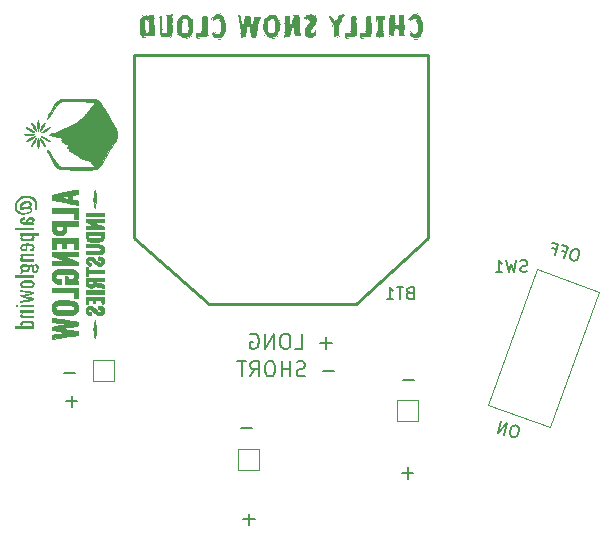
<source format=gbr>
%TF.GenerationSoftware,KiCad,Pcbnew,(6.0.4)*%
%TF.CreationDate,2024-01-19T15:31:49-08:00*%
%TF.ProjectId,Alpenglow_ChillySnowCloud_PCB,416c7065-6e67-46c6-9f77-5f4368696c6c,rev?*%
%TF.SameCoordinates,Original*%
%TF.FileFunction,Legend,Bot*%
%TF.FilePolarity,Positive*%
%FSLAX46Y46*%
G04 Gerber Fmt 4.6, Leading zero omitted, Abs format (unit mm)*
G04 Created by KiCad (PCBNEW (6.0.4)) date 2024-01-19 15:31:49*
%MOMM*%
%LPD*%
G01*
G04 APERTURE LIST*
G04 Aperture macros list*
%AMRoundRect*
0 Rectangle with rounded corners*
0 $1 Rounding radius*
0 $2 $3 $4 $5 $6 $7 $8 $9 X,Y pos of 4 corners*
0 Add a 4 corners polygon primitive as box body*
4,1,4,$2,$3,$4,$5,$6,$7,$8,$9,$2,$3,0*
0 Add four circle primitives for the rounded corners*
1,1,$1+$1,$2,$3*
1,1,$1+$1,$4,$5*
1,1,$1+$1,$6,$7*
1,1,$1+$1,$8,$9*
0 Add four rect primitives between the rounded corners*
20,1,$1+$1,$2,$3,$4,$5,0*
20,1,$1+$1,$4,$5,$6,$7,0*
20,1,$1+$1,$6,$7,$8,$9,0*
20,1,$1+$1,$8,$9,$2,$3,0*%
G04 Aperture macros list end*
%ADD10C,0.150000*%
%ADD11C,0.177800*%
%ADD12C,0.254000*%
%ADD13C,0.120000*%
%ADD14C,0.010000*%
%ADD15RoundRect,0.050000X-0.900000X0.900000X-0.900000X-0.900000X0.900000X-0.900000X0.900000X0.900000X0*%
%ADD16C,1.900000*%
%ADD17C,1.117600*%
%ADD18O,2.600000X4.100000*%
%ADD19C,17.372000*%
%ADD20C,2.100000*%
G04 APERTURE END LIST*
D10*
X136138863Y-99107734D02*
X135954877Y-99058436D01*
X135850560Y-99079783D01*
X135733917Y-99147126D01*
X135638622Y-99318787D01*
X135552349Y-99640763D01*
X135549046Y-99837073D01*
X135616390Y-99953716D01*
X135696058Y-100024361D01*
X135880044Y-100073660D01*
X135984362Y-100052313D01*
X136101004Y-99984970D01*
X136196299Y-99813309D01*
X136282572Y-99491333D01*
X136285875Y-99295023D01*
X136218531Y-99178380D01*
X136138863Y-99107734D01*
X134865704Y-99259581D02*
X135187680Y-99345854D01*
X135052108Y-99851815D02*
X135310927Y-98885890D01*
X134850962Y-98762642D01*
X134037768Y-99037736D02*
X134359743Y-99124009D01*
X134224171Y-99629970D02*
X134482990Y-98664045D01*
X134023026Y-98540797D01*
D11*
X115578466Y-109386914D02*
X114610847Y-109386914D01*
X113098942Y-109810247D02*
X112917514Y-109870723D01*
X112615133Y-109870723D01*
X112494180Y-109810247D01*
X112433704Y-109749771D01*
X112373228Y-109628819D01*
X112373228Y-109507866D01*
X112433704Y-109386914D01*
X112494180Y-109326438D01*
X112615133Y-109265961D01*
X112857038Y-109205485D01*
X112977990Y-109145009D01*
X113038466Y-109084533D01*
X113098942Y-108963580D01*
X113098942Y-108842628D01*
X113038466Y-108721676D01*
X112977990Y-108661200D01*
X112857038Y-108600723D01*
X112554657Y-108600723D01*
X112373228Y-108661200D01*
X111828942Y-109870723D02*
X111828942Y-108600723D01*
X111828942Y-109205485D02*
X111103228Y-109205485D01*
X111103228Y-109870723D02*
X111103228Y-108600723D01*
X110256561Y-108600723D02*
X110014657Y-108600723D01*
X109893704Y-108661200D01*
X109772752Y-108782152D01*
X109712276Y-109024057D01*
X109712276Y-109447390D01*
X109772752Y-109689295D01*
X109893704Y-109810247D01*
X110014657Y-109870723D01*
X110256561Y-109870723D01*
X110377514Y-109810247D01*
X110498466Y-109689295D01*
X110558942Y-109447390D01*
X110558942Y-109024057D01*
X110498466Y-108782152D01*
X110377514Y-108661200D01*
X110256561Y-108600723D01*
X108442276Y-109870723D02*
X108865609Y-109265961D01*
X109167990Y-109870723D02*
X109167990Y-108600723D01*
X108684180Y-108600723D01*
X108563228Y-108661200D01*
X108502752Y-108721676D01*
X108442276Y-108842628D01*
X108442276Y-109024057D01*
X108502752Y-109145009D01*
X108563228Y-109205485D01*
X108684180Y-109265961D01*
X109167990Y-109265961D01*
X108079419Y-108600723D02*
X107353704Y-108600723D01*
X107716561Y-109870723D02*
X107716561Y-108600723D01*
X108814809Y-121980314D02*
X107847190Y-121980314D01*
X108331000Y-122464123D02*
X108331000Y-121496504D01*
X115359542Y-107050114D02*
X114391923Y-107050114D01*
X114875733Y-107533923D02*
X114875733Y-106566304D01*
X112214780Y-107533923D02*
X112819542Y-107533923D01*
X112819542Y-106263923D01*
X111549542Y-106263923D02*
X111307638Y-106263923D01*
X111186685Y-106324400D01*
X111065733Y-106445352D01*
X111005257Y-106687257D01*
X111005257Y-107110590D01*
X111065733Y-107352495D01*
X111186685Y-107473447D01*
X111307638Y-107533923D01*
X111549542Y-107533923D01*
X111670495Y-107473447D01*
X111791447Y-107352495D01*
X111851923Y-107110590D01*
X111851923Y-106687257D01*
X111791447Y-106445352D01*
X111670495Y-106324400D01*
X111549542Y-106263923D01*
X110460971Y-107533923D02*
X110460971Y-106263923D01*
X109735257Y-107533923D01*
X109735257Y-106263923D01*
X108465257Y-106324400D02*
X108586209Y-106263923D01*
X108767638Y-106263923D01*
X108949066Y-106324400D01*
X109070019Y-106445352D01*
X109130495Y-106566304D01*
X109190971Y-106808209D01*
X109190971Y-106989638D01*
X109130495Y-107231542D01*
X109070019Y-107352495D01*
X108949066Y-107473447D01*
X108767638Y-107533923D01*
X108646685Y-107533923D01*
X108465257Y-107473447D01*
X108404780Y-107412971D01*
X108404780Y-106989638D01*
X108646685Y-106989638D01*
X122353009Y-110143914D02*
X121385390Y-110143914D01*
X93803409Y-111977714D02*
X92835790Y-111977714D01*
X93319600Y-112461523D02*
X93319600Y-111493904D01*
X122251409Y-118068714D02*
X121283790Y-118068714D01*
X121767600Y-118552523D02*
X121767600Y-117584904D01*
D10*
X131041688Y-114058261D02*
X130857702Y-114008963D01*
X130753384Y-114030310D01*
X130636742Y-114097653D01*
X130541447Y-114269314D01*
X130455174Y-114591290D01*
X130451871Y-114787600D01*
X130519215Y-114904242D01*
X130598883Y-114974888D01*
X130782869Y-115024187D01*
X130887186Y-115002840D01*
X131003829Y-114935497D01*
X131099124Y-114763836D01*
X131185397Y-114441860D01*
X131188700Y-114245550D01*
X131121356Y-114128907D01*
X131041688Y-114058261D01*
X129954932Y-114802342D02*
X130213751Y-113836417D01*
X129402975Y-114654446D01*
X129661794Y-113688520D01*
D11*
X108637009Y-114258714D02*
X107669390Y-114258714D01*
X93625609Y-109564714D02*
X92657990Y-109564714D01*
D10*
%TO.C,*%
%TO.C,BT1*%
X121943714Y-102798571D02*
X121800857Y-102846190D01*
X121753238Y-102893809D01*
X121705619Y-102989047D01*
X121705619Y-103131904D01*
X121753238Y-103227142D01*
X121800857Y-103274761D01*
X121896095Y-103322380D01*
X122277047Y-103322380D01*
X122277047Y-102322380D01*
X121943714Y-102322380D01*
X121848476Y-102370000D01*
X121800857Y-102417619D01*
X121753238Y-102512857D01*
X121753238Y-102608095D01*
X121800857Y-102703333D01*
X121848476Y-102750952D01*
X121943714Y-102798571D01*
X122277047Y-102798571D01*
X121419904Y-102322380D02*
X120848476Y-102322380D01*
X121134190Y-103322380D02*
X121134190Y-102322380D01*
X119991333Y-103322380D02*
X120562761Y-103322380D01*
X120277047Y-103322380D02*
X120277047Y-102322380D01*
X120372285Y-102465238D01*
X120467523Y-102560476D01*
X120562761Y-102608095D01*
%TO.C,SW1*%
X131889333Y-100988761D02*
X131746476Y-101036380D01*
X131508380Y-101036380D01*
X131413142Y-100988761D01*
X131365523Y-100941142D01*
X131317904Y-100845904D01*
X131317904Y-100750666D01*
X131365523Y-100655428D01*
X131413142Y-100607809D01*
X131508380Y-100560190D01*
X131698857Y-100512571D01*
X131794095Y-100464952D01*
X131841714Y-100417333D01*
X131889333Y-100322095D01*
X131889333Y-100226857D01*
X131841714Y-100131619D01*
X131794095Y-100084000D01*
X131698857Y-100036380D01*
X131460761Y-100036380D01*
X131317904Y-100084000D01*
X130984571Y-100036380D02*
X130746476Y-101036380D01*
X130556000Y-100322095D01*
X130365523Y-101036380D01*
X130127428Y-100036380D01*
X129222666Y-101036380D02*
X129794095Y-101036380D01*
X129508380Y-101036380D02*
X129508380Y-100036380D01*
X129603619Y-100179238D01*
X129698857Y-100274476D01*
X129794095Y-100322095D01*
%TO.C,*%
D12*
%TO.C,BT1*%
X104952800Y-103759000D02*
X98602800Y-98171000D01*
X123494800Y-82677000D02*
X123494800Y-98171000D01*
X123494800Y-82677000D02*
X98602800Y-82677000D01*
X98602800Y-82677000D02*
X98602800Y-98171000D01*
X117398800Y-103759000D02*
X104952800Y-103759000D01*
X117398800Y-103759000D02*
X123494800Y-98171000D01*
D13*
%TO.C,SW1*%
X128543064Y-112284041D02*
X132715709Y-100819791D01*
X132715709Y-100819791D02*
X137977988Y-102735104D01*
X137977988Y-102735104D02*
X133805342Y-114199354D01*
X133805342Y-114199354D02*
X128543064Y-112284041D01*
%TO.C,G\u002A\u002A\u002A*%
G36*
X95497327Y-86464223D02*
G01*
X95556358Y-86502305D01*
X95672025Y-86593624D01*
X95757292Y-86681937D01*
X95779545Y-86713843D01*
X95842454Y-86812442D01*
X95931776Y-86958241D01*
X96042212Y-87142114D01*
X96168462Y-87354933D01*
X96305228Y-87587571D01*
X96447209Y-87830902D01*
X96589108Y-88075798D01*
X96725624Y-88313131D01*
X96851458Y-88533776D01*
X96961312Y-88728603D01*
X97049886Y-88888487D01*
X97111881Y-89004299D01*
X97141998Y-89066914D01*
X97143745Y-89071626D01*
X97183536Y-89256917D01*
X97184479Y-89462282D01*
X97146276Y-89647485D01*
X97119109Y-89708724D01*
X97056893Y-89829727D01*
X96967273Y-89994336D01*
X96855502Y-90193651D01*
X96726839Y-90418771D01*
X96586538Y-90660795D01*
X96439855Y-90910822D01*
X96292047Y-91159952D01*
X96148370Y-91399285D01*
X96014080Y-91619918D01*
X95894432Y-91812953D01*
X95794683Y-91969487D01*
X95720088Y-92080621D01*
X95675904Y-92137454D01*
X95653291Y-92159513D01*
X95596190Y-92211962D01*
X95538884Y-92254973D01*
X95474139Y-92289418D01*
X95394717Y-92316172D01*
X95293383Y-92336108D01*
X95162899Y-92350099D01*
X94996029Y-92359019D01*
X94785538Y-92363741D01*
X94524187Y-92365138D01*
X94204742Y-92364084D01*
X93819965Y-92361452D01*
X93620267Y-92359959D01*
X93277241Y-92356997D01*
X92995687Y-92353160D01*
X92768242Y-92347426D01*
X92587541Y-92338772D01*
X92446220Y-92326177D01*
X92336917Y-92308618D01*
X92252266Y-92285072D01*
X92184904Y-92254518D01*
X92127467Y-92215932D01*
X92072592Y-92168293D01*
X92012915Y-92110579D01*
X92011017Y-92108702D01*
X91941195Y-92022261D01*
X91846542Y-91880464D01*
X91732913Y-91693282D01*
X91606164Y-91470684D01*
X91472148Y-91222641D01*
X91336722Y-90959124D01*
X91334342Y-90954362D01*
X91269122Y-90812947D01*
X91234747Y-90715127D01*
X91231605Y-90666238D01*
X91260082Y-90671617D01*
X91320566Y-90736599D01*
X91325806Y-90743330D01*
X91381761Y-90821038D01*
X91466295Y-90944164D01*
X91570290Y-91098955D01*
X91684633Y-91271655D01*
X91800207Y-91448510D01*
X91907896Y-91615765D01*
X91998586Y-91759666D01*
X92057217Y-91843983D01*
X92157013Y-91960292D01*
X92250318Y-92042738D01*
X92382521Y-92133057D01*
X93791333Y-92129560D01*
X93863593Y-92129349D01*
X94172021Y-92127712D01*
X94455742Y-92125044D01*
X94706778Y-92121501D01*
X94917152Y-92117238D01*
X95078887Y-92112410D01*
X95184005Y-92107172D01*
X95224529Y-92101680D01*
X95224064Y-92082361D01*
X95187905Y-92022333D01*
X95119143Y-91941891D01*
X95074902Y-91892877D01*
X95004772Y-91801601D01*
X94967605Y-91733552D01*
X94931539Y-91684638D01*
X94846340Y-91639408D01*
X94700590Y-91592271D01*
X94581524Y-91556375D01*
X94266281Y-91435077D01*
X93980637Y-91287490D01*
X93745982Y-91124105D01*
X93632855Y-91040056D01*
X93479406Y-90945653D01*
X93341101Y-90878991D01*
X93256958Y-90845072D01*
X93176743Y-90801053D01*
X93135373Y-90750757D01*
X93114460Y-90677868D01*
X93111589Y-90664161D01*
X93081253Y-90586372D01*
X93042998Y-90554628D01*
X93011513Y-90546895D01*
X92950674Y-90501632D01*
X92932843Y-90471093D01*
X92950837Y-90437066D01*
X93027874Y-90398707D01*
X93149057Y-90348779D01*
X92949485Y-90222570D01*
X92852415Y-90164739D01*
X92716117Y-90092497D01*
X92604771Y-90042988D01*
X92546586Y-90018895D01*
X92475154Y-89967107D01*
X92448648Y-89896315D01*
X92446862Y-89861785D01*
X92471025Y-89802015D01*
X92549597Y-89756651D01*
X92561119Y-89751791D01*
X92628607Y-89718535D01*
X92649947Y-89698709D01*
X92640878Y-89695300D01*
X92575120Y-89678490D01*
X92456816Y-89651252D01*
X92298716Y-89616477D01*
X92113569Y-89577058D01*
X92061780Y-89566202D01*
X91834946Y-89518667D01*
X91668723Y-89483261D01*
X91554456Y-89457349D01*
X91483491Y-89438297D01*
X91447173Y-89423471D01*
X91436848Y-89410237D01*
X91443861Y-89395962D01*
X91459556Y-89378011D01*
X91510526Y-89346237D01*
X91611582Y-89306650D01*
X91739206Y-89269162D01*
X91903046Y-89223262D01*
X92242535Y-89105003D01*
X92607153Y-88952459D01*
X92977727Y-88774524D01*
X93335082Y-88580093D01*
X93660048Y-88378062D01*
X93748149Y-88317891D01*
X93928759Y-88188317D01*
X94098607Y-88058872D01*
X94247849Y-87937698D01*
X94366639Y-87832940D01*
X94445133Y-87752740D01*
X94473485Y-87705241D01*
X94476139Y-87694139D01*
X94513013Y-87631289D01*
X94584213Y-87536745D01*
X94678110Y-87426357D01*
X94736257Y-87360473D01*
X94863034Y-87210535D01*
X94986594Y-87057061D01*
X95098092Y-86911740D01*
X95188684Y-86786264D01*
X95249525Y-86692324D01*
X95271771Y-86641612D01*
X95271653Y-86640612D01*
X95247449Y-86628656D01*
X95177999Y-86618657D01*
X95058751Y-86610439D01*
X94885150Y-86603823D01*
X94652643Y-86598633D01*
X94356678Y-86594691D01*
X93992700Y-86591820D01*
X93740246Y-86590363D01*
X93453080Y-86588844D01*
X93192671Y-86587617D01*
X92968181Y-86586717D01*
X92788773Y-86586181D01*
X92663610Y-86586043D01*
X92601854Y-86586342D01*
X92547277Y-86588670D01*
X92398553Y-86613696D01*
X92269850Y-86672399D01*
X92150023Y-86773430D01*
X92027925Y-86925444D01*
X91892409Y-87137092D01*
X91808048Y-87274756D01*
X91697683Y-87446810D01*
X91584159Y-87616736D01*
X91474489Y-87774679D01*
X91375685Y-87910786D01*
X91294760Y-88015201D01*
X91238727Y-88078071D01*
X91214599Y-88089541D01*
X91214751Y-88084459D01*
X91235380Y-88027810D01*
X91284181Y-87919921D01*
X91356297Y-87770893D01*
X91446872Y-87590826D01*
X91551049Y-87389821D01*
X91560903Y-87371090D01*
X91707331Y-87099647D01*
X91831493Y-86886451D01*
X91939743Y-86723706D01*
X92038438Y-86603619D01*
X92133934Y-86518393D01*
X92232588Y-86460236D01*
X92340754Y-86421351D01*
X92345412Y-86420135D01*
X92435682Y-86407020D01*
X92592664Y-86395927D01*
X92817525Y-86386817D01*
X93111432Y-86379653D01*
X93475554Y-86374397D01*
X93911057Y-86371013D01*
X95326199Y-86363628D01*
X95497327Y-86464223D01*
G37*
D14*
X95497327Y-86464223D02*
X95556358Y-86502305D01*
X95672025Y-86593624D01*
X95757292Y-86681937D01*
X95779545Y-86713843D01*
X95842454Y-86812442D01*
X95931776Y-86958241D01*
X96042212Y-87142114D01*
X96168462Y-87354933D01*
X96305228Y-87587571D01*
X96447209Y-87830902D01*
X96589108Y-88075798D01*
X96725624Y-88313131D01*
X96851458Y-88533776D01*
X96961312Y-88728603D01*
X97049886Y-88888487D01*
X97111881Y-89004299D01*
X97141998Y-89066914D01*
X97143745Y-89071626D01*
X97183536Y-89256917D01*
X97184479Y-89462282D01*
X97146276Y-89647485D01*
X97119109Y-89708724D01*
X97056893Y-89829727D01*
X96967273Y-89994336D01*
X96855502Y-90193651D01*
X96726839Y-90418771D01*
X96586538Y-90660795D01*
X96439855Y-90910822D01*
X96292047Y-91159952D01*
X96148370Y-91399285D01*
X96014080Y-91619918D01*
X95894432Y-91812953D01*
X95794683Y-91969487D01*
X95720088Y-92080621D01*
X95675904Y-92137454D01*
X95653291Y-92159513D01*
X95596190Y-92211962D01*
X95538884Y-92254973D01*
X95474139Y-92289418D01*
X95394717Y-92316172D01*
X95293383Y-92336108D01*
X95162899Y-92350099D01*
X94996029Y-92359019D01*
X94785538Y-92363741D01*
X94524187Y-92365138D01*
X94204742Y-92364084D01*
X93819965Y-92361452D01*
X93620267Y-92359959D01*
X93277241Y-92356997D01*
X92995687Y-92353160D01*
X92768242Y-92347426D01*
X92587541Y-92338772D01*
X92446220Y-92326177D01*
X92336917Y-92308618D01*
X92252266Y-92285072D01*
X92184904Y-92254518D01*
X92127467Y-92215932D01*
X92072592Y-92168293D01*
X92012915Y-92110579D01*
X92011017Y-92108702D01*
X91941195Y-92022261D01*
X91846542Y-91880464D01*
X91732913Y-91693282D01*
X91606164Y-91470684D01*
X91472148Y-91222641D01*
X91336722Y-90959124D01*
X91334342Y-90954362D01*
X91269122Y-90812947D01*
X91234747Y-90715127D01*
X91231605Y-90666238D01*
X91260082Y-90671617D01*
X91320566Y-90736599D01*
X91325806Y-90743330D01*
X91381761Y-90821038D01*
X91466295Y-90944164D01*
X91570290Y-91098955D01*
X91684633Y-91271655D01*
X91800207Y-91448510D01*
X91907896Y-91615765D01*
X91998586Y-91759666D01*
X92057217Y-91843983D01*
X92157013Y-91960292D01*
X92250318Y-92042738D01*
X92382521Y-92133057D01*
X93791333Y-92129560D01*
X93863593Y-92129349D01*
X94172021Y-92127712D01*
X94455742Y-92125044D01*
X94706778Y-92121501D01*
X94917152Y-92117238D01*
X95078887Y-92112410D01*
X95184005Y-92107172D01*
X95224529Y-92101680D01*
X95224064Y-92082361D01*
X95187905Y-92022333D01*
X95119143Y-91941891D01*
X95074902Y-91892877D01*
X95004772Y-91801601D01*
X94967605Y-91733552D01*
X94931539Y-91684638D01*
X94846340Y-91639408D01*
X94700590Y-91592271D01*
X94581524Y-91556375D01*
X94266281Y-91435077D01*
X93980637Y-91287490D01*
X93745982Y-91124105D01*
X93632855Y-91040056D01*
X93479406Y-90945653D01*
X93341101Y-90878991D01*
X93256958Y-90845072D01*
X93176743Y-90801053D01*
X93135373Y-90750757D01*
X93114460Y-90677868D01*
X93111589Y-90664161D01*
X93081253Y-90586372D01*
X93042998Y-90554628D01*
X93011513Y-90546895D01*
X92950674Y-90501632D01*
X92932843Y-90471093D01*
X92950837Y-90437066D01*
X93027874Y-90398707D01*
X93149057Y-90348779D01*
X92949485Y-90222570D01*
X92852415Y-90164739D01*
X92716117Y-90092497D01*
X92604771Y-90042988D01*
X92546586Y-90018895D01*
X92475154Y-89967107D01*
X92448648Y-89896315D01*
X92446862Y-89861785D01*
X92471025Y-89802015D01*
X92549597Y-89756651D01*
X92561119Y-89751791D01*
X92628607Y-89718535D01*
X92649947Y-89698709D01*
X92640878Y-89695300D01*
X92575120Y-89678490D01*
X92456816Y-89651252D01*
X92298716Y-89616477D01*
X92113569Y-89577058D01*
X92061780Y-89566202D01*
X91834946Y-89518667D01*
X91668723Y-89483261D01*
X91554456Y-89457349D01*
X91483491Y-89438297D01*
X91447173Y-89423471D01*
X91436848Y-89410237D01*
X91443861Y-89395962D01*
X91459556Y-89378011D01*
X91510526Y-89346237D01*
X91611582Y-89306650D01*
X91739206Y-89269162D01*
X91903046Y-89223262D01*
X92242535Y-89105003D01*
X92607153Y-88952459D01*
X92977727Y-88774524D01*
X93335082Y-88580093D01*
X93660048Y-88378062D01*
X93748149Y-88317891D01*
X93928759Y-88188317D01*
X94098607Y-88058872D01*
X94247849Y-87937698D01*
X94366639Y-87832940D01*
X94445133Y-87752740D01*
X94473485Y-87705241D01*
X94476139Y-87694139D01*
X94513013Y-87631289D01*
X94584213Y-87536745D01*
X94678110Y-87426357D01*
X94736257Y-87360473D01*
X94863034Y-87210535D01*
X94986594Y-87057061D01*
X95098092Y-86911740D01*
X95188684Y-86786264D01*
X95249525Y-86692324D01*
X95271771Y-86641612D01*
X95271653Y-86640612D01*
X95247449Y-86628656D01*
X95177999Y-86618657D01*
X95058751Y-86610439D01*
X94885150Y-86603823D01*
X94652643Y-86598633D01*
X94356678Y-86594691D01*
X93992700Y-86591820D01*
X93740246Y-86590363D01*
X93453080Y-86588844D01*
X93192671Y-86587617D01*
X92968181Y-86586717D01*
X92788773Y-86586181D01*
X92663610Y-86586043D01*
X92601854Y-86586342D01*
X92547277Y-86588670D01*
X92398553Y-86613696D01*
X92269850Y-86672399D01*
X92150023Y-86773430D01*
X92027925Y-86925444D01*
X91892409Y-87137092D01*
X91808048Y-87274756D01*
X91697683Y-87446810D01*
X91584159Y-87616736D01*
X91474489Y-87774679D01*
X91375685Y-87910786D01*
X91294760Y-88015201D01*
X91238727Y-88078071D01*
X91214599Y-88089541D01*
X91214751Y-88084459D01*
X91235380Y-88027810D01*
X91284181Y-87919921D01*
X91356297Y-87770893D01*
X91446872Y-87590826D01*
X91551049Y-87389821D01*
X91560903Y-87371090D01*
X91707331Y-87099647D01*
X91831493Y-86886451D01*
X91939743Y-86723706D01*
X92038438Y-86603619D01*
X92133934Y-86518393D01*
X92232588Y-86460236D01*
X92340754Y-86421351D01*
X92345412Y-86420135D01*
X92435682Y-86407020D01*
X92592664Y-86395927D01*
X92817525Y-86386817D01*
X93111432Y-86379653D01*
X93475554Y-86374397D01*
X93911057Y-86371013D01*
X95326199Y-86363628D01*
X95497327Y-86464223D01*
G36*
X96033771Y-97900778D02*
G01*
X96027952Y-98074658D01*
X96002715Y-98221155D01*
X95949245Y-98326349D01*
X95858775Y-98396782D01*
X95722542Y-98438993D01*
X95531779Y-98459524D01*
X95277721Y-98464914D01*
X95109280Y-98462430D01*
X94947214Y-98455034D01*
X94821358Y-98443909D01*
X94749888Y-98430248D01*
X94660441Y-98377675D01*
X94587295Y-98278492D01*
X94540969Y-98128345D01*
X94525354Y-97990608D01*
X94727485Y-97990608D01*
X94729210Y-98024153D01*
X94750510Y-98087567D01*
X94804096Y-98130855D01*
X94899972Y-98157484D01*
X95048140Y-98170920D01*
X95258605Y-98174628D01*
X95409224Y-98172235D01*
X95564463Y-98164297D01*
X95682585Y-98152119D01*
X95745871Y-98137066D01*
X95788438Y-98097133D01*
X95816057Y-98010066D01*
X95816057Y-97920628D01*
X95271771Y-97920628D01*
X95198309Y-97920665D01*
X95009639Y-97921671D01*
X94879387Y-97925094D01*
X94796799Y-97932316D01*
X94751122Y-97944721D01*
X94731602Y-97963690D01*
X94727485Y-97990608D01*
X94525354Y-97990608D01*
X94517074Y-97917569D01*
X94500447Y-97630343D01*
X96033771Y-97630343D01*
X96033771Y-97900778D01*
G37*
X96033771Y-97900778D02*
X96027952Y-98074658D01*
X96002715Y-98221155D01*
X95949245Y-98326349D01*
X95858775Y-98396782D01*
X95722542Y-98438993D01*
X95531779Y-98459524D01*
X95277721Y-98464914D01*
X95109280Y-98462430D01*
X94947214Y-98455034D01*
X94821358Y-98443909D01*
X94749888Y-98430248D01*
X94660441Y-98377675D01*
X94587295Y-98278492D01*
X94540969Y-98128345D01*
X94525354Y-97990608D01*
X94727485Y-97990608D01*
X94729210Y-98024153D01*
X94750510Y-98087567D01*
X94804096Y-98130855D01*
X94899972Y-98157484D01*
X95048140Y-98170920D01*
X95258605Y-98174628D01*
X95409224Y-98172235D01*
X95564463Y-98164297D01*
X95682585Y-98152119D01*
X95745871Y-98137066D01*
X95788438Y-98097133D01*
X95816057Y-98010066D01*
X95816057Y-97920628D01*
X95271771Y-97920628D01*
X95198309Y-97920665D01*
X95009639Y-97921671D01*
X94879387Y-97925094D01*
X94796799Y-97932316D01*
X94751122Y-97944721D01*
X94731602Y-97963690D01*
X94727485Y-97990608D01*
X94525354Y-97990608D01*
X94517074Y-97917569D01*
X94500447Y-97630343D01*
X96033771Y-97630343D01*
X96033771Y-97900778D01*
G36*
X90227138Y-89505820D02*
G01*
X90206179Y-89539686D01*
X90147743Y-89598615D01*
X90066115Y-89668977D01*
X89975580Y-89737144D01*
X89901664Y-89782891D01*
X89790925Y-89840525D01*
X89674702Y-89892896D01*
X89570400Y-89932831D01*
X89495424Y-89953155D01*
X89467179Y-89946695D01*
X89475912Y-89927106D01*
X89534782Y-89870014D01*
X89635768Y-89796281D01*
X89763134Y-89715175D01*
X89901146Y-89635961D01*
X90034068Y-89567906D01*
X90146165Y-89520278D01*
X90221702Y-89502343D01*
X90227138Y-89505820D01*
G37*
X90227138Y-89505820D02*
X90206179Y-89539686D01*
X90147743Y-89598615D01*
X90066115Y-89668977D01*
X89975580Y-89737144D01*
X89901664Y-89782891D01*
X89790925Y-89840525D01*
X89674702Y-89892896D01*
X89570400Y-89932831D01*
X89495424Y-89953155D01*
X89467179Y-89946695D01*
X89475912Y-89927106D01*
X89534782Y-89870014D01*
X89635768Y-89796281D01*
X89763134Y-89715175D01*
X89901146Y-89635961D01*
X90034068Y-89567906D01*
X90146165Y-89520278D01*
X90221702Y-89502343D01*
X90227138Y-89505820D01*
G36*
X92836621Y-100787719D02*
G01*
X93065110Y-100792341D01*
X93259950Y-100801175D01*
X93408177Y-100813523D01*
X93496829Y-100828689D01*
X93514692Y-100834413D01*
X93673008Y-100921473D01*
X93792678Y-101053317D01*
X93857039Y-101212203D01*
X93866612Y-101294555D01*
X93858861Y-101438795D01*
X93824826Y-101566436D01*
X93770426Y-101658987D01*
X93701577Y-101697960D01*
X93696308Y-101707568D01*
X93747771Y-101726607D01*
X93786981Y-101741333D01*
X93831268Y-101789978D01*
X93849747Y-101886276D01*
X93861009Y-102020914D01*
X92731771Y-102020914D01*
X92731771Y-101404057D01*
X92858771Y-101404057D01*
X92868438Y-101404073D01*
X92948463Y-101411029D01*
X92980154Y-101445938D01*
X92985771Y-101531057D01*
X92985771Y-101658057D01*
X93158128Y-101657522D01*
X93193453Y-101656784D01*
X93366284Y-101629931D01*
X93487870Y-101567877D01*
X93552178Y-101475217D01*
X93553178Y-101356545D01*
X93544650Y-101331086D01*
X93504530Y-101277679D01*
X93431416Y-101238328D01*
X93317458Y-101211606D01*
X93154807Y-101196089D01*
X92935615Y-101190352D01*
X92652033Y-101192971D01*
X92496512Y-101196227D01*
X92321611Y-101201286D01*
X92199430Y-101208275D01*
X92118171Y-101218977D01*
X92066034Y-101235175D01*
X92031220Y-101258650D01*
X92001930Y-101291186D01*
X91962119Y-101356426D01*
X91950863Y-101457277D01*
X91999958Y-101541891D01*
X92101816Y-101600108D01*
X92248849Y-101621771D01*
X92405199Y-101621771D01*
X92405199Y-102031067D01*
X92207335Y-102010646D01*
X92037461Y-101982872D01*
X91866544Y-101916834D01*
X91750101Y-101810636D01*
X91680839Y-101656902D01*
X91651466Y-101448254D01*
X91656257Y-101247713D01*
X91700213Y-101086009D01*
X91790132Y-100963909D01*
X91932102Y-100868843D01*
X91969451Y-100850726D01*
X92032485Y-100825786D01*
X92103543Y-100808355D01*
X92195533Y-100797109D01*
X92321363Y-100790719D01*
X92493942Y-100787858D01*
X92726178Y-100787200D01*
X92836621Y-100787719D01*
G37*
X92836621Y-100787719D02*
X93065110Y-100792341D01*
X93259950Y-100801175D01*
X93408177Y-100813523D01*
X93496829Y-100828689D01*
X93514692Y-100834413D01*
X93673008Y-100921473D01*
X93792678Y-101053317D01*
X93857039Y-101212203D01*
X93866612Y-101294555D01*
X93858861Y-101438795D01*
X93824826Y-101566436D01*
X93770426Y-101658987D01*
X93701577Y-101697960D01*
X93696308Y-101707568D01*
X93747771Y-101726607D01*
X93786981Y-101741333D01*
X93831268Y-101789978D01*
X93849747Y-101886276D01*
X93861009Y-102020914D01*
X92731771Y-102020914D01*
X92731771Y-101404057D01*
X92858771Y-101404057D01*
X92868438Y-101404073D01*
X92948463Y-101411029D01*
X92980154Y-101445938D01*
X92985771Y-101531057D01*
X92985771Y-101658057D01*
X93158128Y-101657522D01*
X93193453Y-101656784D01*
X93366284Y-101629931D01*
X93487870Y-101567877D01*
X93552178Y-101475217D01*
X93553178Y-101356545D01*
X93544650Y-101331086D01*
X93504530Y-101277679D01*
X93431416Y-101238328D01*
X93317458Y-101211606D01*
X93154807Y-101196089D01*
X92935615Y-101190352D01*
X92652033Y-101192971D01*
X92496512Y-101196227D01*
X92321611Y-101201286D01*
X92199430Y-101208275D01*
X92118171Y-101218977D01*
X92066034Y-101235175D01*
X92031220Y-101258650D01*
X92001930Y-101291186D01*
X91962119Y-101356426D01*
X91950863Y-101457277D01*
X91999958Y-101541891D01*
X92101816Y-101600108D01*
X92248849Y-101621771D01*
X92405199Y-101621771D01*
X92405199Y-102031067D01*
X92207335Y-102010646D01*
X92037461Y-101982872D01*
X91866544Y-101916834D01*
X91750101Y-101810636D01*
X91680839Y-101656902D01*
X91651466Y-101448254D01*
X91656257Y-101247713D01*
X91700213Y-101086009D01*
X91790132Y-100963909D01*
X91932102Y-100868843D01*
X91969451Y-100850726D01*
X92032485Y-100825786D01*
X92103543Y-100808355D01*
X92195533Y-100797109D01*
X92321363Y-100790719D01*
X92493942Y-100787858D01*
X92726178Y-100787200D01*
X92836621Y-100787719D01*
G36*
X91779271Y-104938018D02*
G01*
X91830675Y-104946619D01*
X91947289Y-104964294D01*
X92115544Y-104988891D01*
X92324673Y-105018857D01*
X92563908Y-105052636D01*
X92822485Y-105088674D01*
X93057758Y-105121508D01*
X93292222Y-105154775D01*
X93494813Y-105184095D01*
X93655523Y-105207999D01*
X93764345Y-105225021D01*
X93811271Y-105233692D01*
X93820281Y-105239023D01*
X93846772Y-105299109D01*
X93856628Y-105408556D01*
X93857826Y-105456978D01*
X93857394Y-105501683D01*
X93846675Y-105535867D01*
X93816938Y-105562885D01*
X93759452Y-105586090D01*
X93665485Y-105608836D01*
X93526307Y-105634476D01*
X93333186Y-105666365D01*
X93077391Y-105707855D01*
X92461439Y-105808535D01*
X93041105Y-105908676D01*
X93159890Y-105929221D01*
X93358186Y-105963625D01*
X93530978Y-105993734D01*
X93662929Y-106016873D01*
X93738700Y-106030367D01*
X93778132Y-106038321D01*
X93831449Y-106061920D01*
X93852760Y-106112792D01*
X93856628Y-106213558D01*
X93856234Y-106260647D01*
X93852996Y-106343165D01*
X93847557Y-106376350D01*
X93842008Y-106377136D01*
X93781264Y-106385865D01*
X93660792Y-106403218D01*
X93489460Y-106427918D01*
X93276135Y-106458685D01*
X93029688Y-106494241D01*
X92758985Y-106533307D01*
X91679485Y-106689114D01*
X91679485Y-106518652D01*
X91677845Y-106464764D01*
X91677676Y-106419550D01*
X91687746Y-106385580D01*
X91716849Y-106359729D01*
X91773777Y-106338876D01*
X91867324Y-106319897D01*
X92006282Y-106299668D01*
X92199444Y-106275066D01*
X92455604Y-106242968D01*
X92526666Y-106233762D01*
X92692522Y-106210628D01*
X92821029Y-106190289D01*
X92900616Y-106174673D01*
X92919712Y-106165704D01*
X92893970Y-106159865D01*
X92804634Y-106142973D01*
X92665395Y-106118188D01*
X92489134Y-106087789D01*
X92288737Y-106054058D01*
X91697628Y-105955700D01*
X91686725Y-105807811D01*
X91675822Y-105659921D01*
X92311411Y-105556699D01*
X92495957Y-105526281D01*
X92674878Y-105495791D01*
X92815672Y-105470686D01*
X92907157Y-105452964D01*
X92938150Y-105444627D01*
X92920253Y-105440572D01*
X92842958Y-105428439D01*
X92717947Y-105410661D01*
X92559721Y-105389125D01*
X92382780Y-105365719D01*
X92201623Y-105342331D01*
X92030751Y-105320847D01*
X91884663Y-105303155D01*
X91777860Y-105291143D01*
X91724842Y-105286698D01*
X91713800Y-105283587D01*
X91688043Y-105227962D01*
X91679485Y-105102317D01*
X91680724Y-105006388D01*
X91691075Y-104947140D01*
X91720578Y-104929859D01*
X91779271Y-104938018D01*
G37*
X91779271Y-104938018D02*
X91830675Y-104946619D01*
X91947289Y-104964294D01*
X92115544Y-104988891D01*
X92324673Y-105018857D01*
X92563908Y-105052636D01*
X92822485Y-105088674D01*
X93057758Y-105121508D01*
X93292222Y-105154775D01*
X93494813Y-105184095D01*
X93655523Y-105207999D01*
X93764345Y-105225021D01*
X93811271Y-105233692D01*
X93820281Y-105239023D01*
X93846772Y-105299109D01*
X93856628Y-105408556D01*
X93857826Y-105456978D01*
X93857394Y-105501683D01*
X93846675Y-105535867D01*
X93816938Y-105562885D01*
X93759452Y-105586090D01*
X93665485Y-105608836D01*
X93526307Y-105634476D01*
X93333186Y-105666365D01*
X93077391Y-105707855D01*
X92461439Y-105808535D01*
X93041105Y-105908676D01*
X93159890Y-105929221D01*
X93358186Y-105963625D01*
X93530978Y-105993734D01*
X93662929Y-106016873D01*
X93738700Y-106030367D01*
X93778132Y-106038321D01*
X93831449Y-106061920D01*
X93852760Y-106112792D01*
X93856628Y-106213558D01*
X93856234Y-106260647D01*
X93852996Y-106343165D01*
X93847557Y-106376350D01*
X93842008Y-106377136D01*
X93781264Y-106385865D01*
X93660792Y-106403218D01*
X93489460Y-106427918D01*
X93276135Y-106458685D01*
X93029688Y-106494241D01*
X92758985Y-106533307D01*
X91679485Y-106689114D01*
X91679485Y-106518652D01*
X91677845Y-106464764D01*
X91677676Y-106419550D01*
X91687746Y-106385580D01*
X91716849Y-106359729D01*
X91773777Y-106338876D01*
X91867324Y-106319897D01*
X92006282Y-106299668D01*
X92199444Y-106275066D01*
X92455604Y-106242968D01*
X92526666Y-106233762D01*
X92692522Y-106210628D01*
X92821029Y-106190289D01*
X92900616Y-106174673D01*
X92919712Y-106165704D01*
X92893970Y-106159865D01*
X92804634Y-106142973D01*
X92665395Y-106118188D01*
X92489134Y-106087789D01*
X92288737Y-106054058D01*
X91697628Y-105955700D01*
X91686725Y-105807811D01*
X91675822Y-105659921D01*
X92311411Y-105556699D01*
X92495957Y-105526281D01*
X92674878Y-105495791D01*
X92815672Y-105470686D01*
X92907157Y-105452964D01*
X92938150Y-105444627D01*
X92920253Y-105440572D01*
X92842958Y-105428439D01*
X92717947Y-105410661D01*
X92559721Y-105389125D01*
X92382780Y-105365719D01*
X92201623Y-105342331D01*
X92030751Y-105320847D01*
X91884663Y-105303155D01*
X91777860Y-105291143D01*
X91724842Y-105286698D01*
X91713800Y-105283587D01*
X91688043Y-105227962D01*
X91679485Y-105102317D01*
X91680724Y-105006388D01*
X91691075Y-104947140D01*
X91720578Y-104929859D01*
X91779271Y-104938018D01*
G36*
X89597329Y-88820965D02*
G01*
X89711727Y-88871524D01*
X89837664Y-88936031D01*
X89957848Y-89006147D01*
X90054988Y-89073535D01*
X90110060Y-89120432D01*
X90161438Y-89175824D01*
X90166497Y-89202339D01*
X90165698Y-89202590D01*
X90102223Y-89195102D01*
X89997942Y-89156983D01*
X89872185Y-89097376D01*
X89744285Y-89025424D01*
X89633571Y-88950272D01*
X89577434Y-88907061D01*
X89504135Y-88850777D01*
X89469080Y-88824058D01*
X89468287Y-88823423D01*
X89473641Y-88793234D01*
X89511761Y-88792689D01*
X89597329Y-88820965D01*
G37*
X89597329Y-88820965D02*
X89711727Y-88871524D01*
X89837664Y-88936031D01*
X89957848Y-89006147D01*
X90054988Y-89073535D01*
X90110060Y-89120432D01*
X90161438Y-89175824D01*
X90166497Y-89202339D01*
X90165698Y-89202590D01*
X90102223Y-89195102D01*
X89997942Y-89156983D01*
X89872185Y-89097376D01*
X89744285Y-89025424D01*
X89633571Y-88950272D01*
X89577434Y-88907061D01*
X89504135Y-88850777D01*
X89469080Y-88824058D01*
X89468287Y-88823423D01*
X89473641Y-88793234D01*
X89511761Y-88792689D01*
X89597329Y-88820965D01*
G36*
X89926013Y-89316039D02*
G01*
X90071903Y-89338545D01*
X90173628Y-89365017D01*
X90082914Y-89400562D01*
X90059182Y-89408104D01*
X89944849Y-89426143D01*
X89794039Y-89434433D01*
X89633825Y-89432969D01*
X89491283Y-89421743D01*
X89393485Y-89400747D01*
X89365786Y-89389680D01*
X89334215Y-89370555D01*
X89359138Y-89355257D01*
X89447914Y-89334879D01*
X89561704Y-89318162D01*
X89744263Y-89309176D01*
X89926013Y-89316039D01*
G37*
X89926013Y-89316039D02*
X90071903Y-89338545D01*
X90173628Y-89365017D01*
X90082914Y-89400562D01*
X90059182Y-89408104D01*
X89944849Y-89426143D01*
X89794039Y-89434433D01*
X89633825Y-89432969D01*
X89491283Y-89421743D01*
X89393485Y-89400747D01*
X89365786Y-89389680D01*
X89334215Y-89370555D01*
X89359138Y-89355257D01*
X89447914Y-89334879D01*
X89561704Y-89318162D01*
X89744263Y-89309176D01*
X89926013Y-89316039D01*
G36*
X90822567Y-89541991D02*
G01*
X90924686Y-89577752D01*
X90998979Y-89607162D01*
X91096429Y-89648489D01*
X91168457Y-89687605D01*
X91242192Y-89740310D01*
X91344764Y-89822403D01*
X91407650Y-89875294D01*
X91468932Y-89932907D01*
X91487744Y-89960179D01*
X91486456Y-89961296D01*
X91435968Y-89960099D01*
X91342398Y-89926375D01*
X91221100Y-89868883D01*
X91087427Y-89796379D01*
X90956733Y-89717623D01*
X90844370Y-89641371D01*
X90765694Y-89576382D01*
X90736057Y-89531412D01*
X90754069Y-89526602D01*
X90822567Y-89541991D01*
G37*
X90822567Y-89541991D02*
X90924686Y-89577752D01*
X90998979Y-89607162D01*
X91096429Y-89648489D01*
X91168457Y-89687605D01*
X91242192Y-89740310D01*
X91344764Y-89822403D01*
X91407650Y-89875294D01*
X91468932Y-89932907D01*
X91487744Y-89960179D01*
X91486456Y-89961296D01*
X91435968Y-89960099D01*
X91342398Y-89926375D01*
X91221100Y-89868883D01*
X91087427Y-89796379D01*
X90956733Y-89717623D01*
X90844370Y-89641371D01*
X90765694Y-89576382D01*
X90736057Y-89531412D01*
X90754069Y-89526602D01*
X90822567Y-89541991D01*
G36*
X91487698Y-88777151D02*
G01*
X91491650Y-88799056D01*
X91447056Y-88846853D01*
X91366220Y-88911831D01*
X91261448Y-88985278D01*
X91145044Y-89058484D01*
X91029312Y-89122737D01*
X90926557Y-89169327D01*
X90845267Y-89197631D01*
X90766508Y-89218214D01*
X90736057Y-89216027D01*
X90743004Y-89198133D01*
X90798757Y-89141962D01*
X90897300Y-89068983D01*
X91022902Y-88988471D01*
X91159830Y-88909704D01*
X91292354Y-88841957D01*
X91404740Y-88794507D01*
X91481257Y-88776628D01*
X91487698Y-88777151D01*
G37*
X91487698Y-88777151D02*
X91491650Y-88799056D01*
X91447056Y-88846853D01*
X91366220Y-88911831D01*
X91261448Y-88985278D01*
X91145044Y-89058484D01*
X91029312Y-89122737D01*
X90926557Y-89169327D01*
X90845267Y-89197631D01*
X90766508Y-89218214D01*
X90736057Y-89216027D01*
X90743004Y-89198133D01*
X90798757Y-89141962D01*
X90897300Y-89068983D01*
X91022902Y-88988471D01*
X91159830Y-88909704D01*
X91292354Y-88841957D01*
X91404740Y-88794507D01*
X91481257Y-88776628D01*
X91487698Y-88777151D01*
G36*
X90496704Y-88286771D02*
G01*
X90501517Y-88312890D01*
X90521551Y-88416755D01*
X90536316Y-88486343D01*
X90540615Y-88531747D01*
X90539084Y-88634153D01*
X90530994Y-88761408D01*
X90518429Y-88889163D01*
X90503471Y-88993067D01*
X90488205Y-89048771D01*
X90474589Y-89059557D01*
X90453629Y-89028990D01*
X90436670Y-88948232D01*
X90424571Y-88831433D01*
X90418191Y-88692739D01*
X90418388Y-88546298D01*
X90426022Y-88406260D01*
X90441950Y-88286771D01*
X90470233Y-88141628D01*
X90496704Y-88286771D01*
G37*
X90496704Y-88286771D02*
X90501517Y-88312890D01*
X90521551Y-88416755D01*
X90536316Y-88486343D01*
X90540615Y-88531747D01*
X90539084Y-88634153D01*
X90530994Y-88761408D01*
X90518429Y-88889163D01*
X90503471Y-88993067D01*
X90488205Y-89048771D01*
X90474589Y-89059557D01*
X90453629Y-89028990D01*
X90436670Y-88948232D01*
X90424571Y-88831433D01*
X90418191Y-88692739D01*
X90418388Y-88546298D01*
X90426022Y-88406260D01*
X90441950Y-88286771D01*
X90470233Y-88141628D01*
X90496704Y-88286771D01*
G36*
X96033771Y-103436057D02*
G01*
X96033767Y-103464867D01*
X96032667Y-103609302D01*
X96026925Y-103697330D01*
X96012662Y-103742917D01*
X95985999Y-103760028D01*
X95943057Y-103762628D01*
X95906651Y-103760910D01*
X95870293Y-103742593D01*
X95855283Y-103688876D01*
X95852342Y-103581200D01*
X95852342Y-103399771D01*
X95344342Y-103399771D01*
X95344342Y-103544914D01*
X95344310Y-103557554D01*
X95338051Y-103644768D01*
X95312074Y-103682135D01*
X95253628Y-103690057D01*
X95245728Y-103690005D01*
X95191220Y-103679990D01*
X95167865Y-103638427D01*
X95162914Y-103544914D01*
X95162914Y-103399771D01*
X94727485Y-103399771D01*
X94727485Y-103581200D01*
X94726263Y-103670794D01*
X94715203Y-103734293D01*
X94683069Y-103758665D01*
X94618628Y-103762628D01*
X94509771Y-103762628D01*
X94509771Y-103109486D01*
X96033771Y-103109486D01*
X96033771Y-103436057D01*
G37*
X96033771Y-103436057D02*
X96033767Y-103464867D01*
X96032667Y-103609302D01*
X96026925Y-103697330D01*
X96012662Y-103742917D01*
X95985999Y-103760028D01*
X95943057Y-103762628D01*
X95906651Y-103760910D01*
X95870293Y-103742593D01*
X95855283Y-103688876D01*
X95852342Y-103581200D01*
X95852342Y-103399771D01*
X95344342Y-103399771D01*
X95344342Y-103544914D01*
X95344310Y-103557554D01*
X95338051Y-103644768D01*
X95312074Y-103682135D01*
X95253628Y-103690057D01*
X95245728Y-103690005D01*
X95191220Y-103679990D01*
X95167865Y-103638427D01*
X95162914Y-103544914D01*
X95162914Y-103399771D01*
X94727485Y-103399771D01*
X94727485Y-103581200D01*
X94726263Y-103670794D01*
X94715203Y-103734293D01*
X94683069Y-103758665D01*
X94618628Y-103762628D01*
X94509771Y-103762628D01*
X94509771Y-103109486D01*
X96033771Y-103109486D01*
X96033771Y-103436057D01*
G36*
X91052450Y-88389537D02*
G01*
X91044656Y-88440985D01*
X91016732Y-88514338D01*
X90981393Y-88613343D01*
X90968146Y-88645673D01*
X90919679Y-88735495D01*
X90853834Y-88838310D01*
X90781655Y-88939134D01*
X90714186Y-89022984D01*
X90662470Y-89074877D01*
X90637552Y-89079830D01*
X90635404Y-89063930D01*
X90653219Y-88984024D01*
X90700367Y-88870127D01*
X90767224Y-88739032D01*
X90844168Y-88607538D01*
X90921576Y-88492438D01*
X90989826Y-88410530D01*
X91039296Y-88378607D01*
X91052450Y-88389537D01*
G37*
X91052450Y-88389537D02*
X91044656Y-88440985D01*
X91016732Y-88514338D01*
X90981393Y-88613343D01*
X90968146Y-88645673D01*
X90919679Y-88735495D01*
X90853834Y-88838310D01*
X90781655Y-88939134D01*
X90714186Y-89022984D01*
X90662470Y-89074877D01*
X90637552Y-89079830D01*
X90635404Y-89063930D01*
X90653219Y-88984024D01*
X90700367Y-88870127D01*
X90767224Y-88739032D01*
X90844168Y-88607538D01*
X90921576Y-88492438D01*
X90989826Y-88410530D01*
X91039296Y-88378607D01*
X91052450Y-88389537D01*
G36*
X89905778Y-88379208D02*
G01*
X89957148Y-88420908D01*
X90028739Y-88506099D01*
X90108726Y-88618441D01*
X90185282Y-88741594D01*
X90246582Y-88859220D01*
X90301028Y-88982664D01*
X90328619Y-89058299D01*
X90330412Y-89093881D01*
X90309699Y-89102078D01*
X90290561Y-89094081D01*
X90236807Y-89040592D01*
X90168458Y-88948761D01*
X90093479Y-88832605D01*
X90019836Y-88706138D01*
X89955493Y-88583376D01*
X89908416Y-88478336D01*
X89886570Y-88405034D01*
X89897920Y-88377485D01*
X89905778Y-88379208D01*
G37*
X89905778Y-88379208D02*
X89957148Y-88420908D01*
X90028739Y-88506099D01*
X90108726Y-88618441D01*
X90185282Y-88741594D01*
X90246582Y-88859220D01*
X90301028Y-88982664D01*
X90328619Y-89058299D01*
X90330412Y-89093881D01*
X90309699Y-89102078D01*
X90290561Y-89094081D01*
X90236807Y-89040592D01*
X90168458Y-88948761D01*
X90093479Y-88832605D01*
X90019836Y-88706138D01*
X89955493Y-88583376D01*
X89908416Y-88478336D01*
X89886570Y-88405034D01*
X89897920Y-88377485D01*
X89905778Y-88379208D01*
G36*
X96033771Y-96324057D02*
G01*
X94505390Y-96324057D01*
X94516652Y-96187986D01*
X94527914Y-96051914D01*
X95280842Y-96042106D01*
X96033771Y-96032299D01*
X96033771Y-96324057D01*
G37*
X96033771Y-96324057D02*
X94505390Y-96324057D01*
X94516652Y-96187986D01*
X94527914Y-96051914D01*
X95280842Y-96042106D01*
X96033771Y-96032299D01*
X96033771Y-96324057D01*
G36*
X95288434Y-105121702D02*
G01*
X95303172Y-105176731D01*
X95322321Y-105281431D01*
X95342934Y-105420686D01*
X95351628Y-105484240D01*
X95371664Y-105622448D01*
X95388273Y-105726100D01*
X95398532Y-105776486D01*
X95405088Y-105797684D01*
X95411074Y-105836313D01*
X95410288Y-105891967D01*
X95401619Y-105978314D01*
X95383957Y-106109023D01*
X95356193Y-106297764D01*
X95338160Y-106414234D01*
X95312933Y-106551364D01*
X95291262Y-106621596D01*
X95271191Y-106623848D01*
X95250767Y-106557040D01*
X95228036Y-106420089D01*
X95201043Y-106211914D01*
X95200836Y-106210220D01*
X95180467Y-106011943D01*
X95175208Y-105849421D01*
X95185602Y-105687570D01*
X95212192Y-105491312D01*
X95228479Y-105389751D01*
X95252263Y-105254084D01*
X95271732Y-105157903D01*
X95283792Y-105117369D01*
X95288434Y-105121702D01*
G37*
X95288434Y-105121702D02*
X95303172Y-105176731D01*
X95322321Y-105281431D01*
X95342934Y-105420686D01*
X95351628Y-105484240D01*
X95371664Y-105622448D01*
X95388273Y-105726100D01*
X95398532Y-105776486D01*
X95405088Y-105797684D01*
X95411074Y-105836313D01*
X95410288Y-105891967D01*
X95401619Y-105978314D01*
X95383957Y-106109023D01*
X95356193Y-106297764D01*
X95338160Y-106414234D01*
X95312933Y-106551364D01*
X95291262Y-106621596D01*
X95271191Y-106623848D01*
X95250767Y-106557040D01*
X95228036Y-106420089D01*
X95201043Y-106211914D01*
X95200836Y-106210220D01*
X95180467Y-106011943D01*
X95175208Y-105849421D01*
X95185602Y-105687570D01*
X95212192Y-105491312D01*
X95228479Y-105389751D01*
X95252263Y-105254084D01*
X95271732Y-105157903D01*
X95283792Y-105117369D01*
X95288434Y-105121702D01*
G36*
X92820772Y-96723263D02*
G01*
X93086079Y-96724480D01*
X93325033Y-96727093D01*
X93528388Y-96730896D01*
X93686903Y-96735683D01*
X93791334Y-96741250D01*
X93832438Y-96747390D01*
X93841629Y-96771178D01*
X93852422Y-96852179D01*
X93856628Y-96965105D01*
X93856628Y-97158628D01*
X92876914Y-97158628D01*
X92876914Y-97343645D01*
X92876614Y-97366957D01*
X92845140Y-97571125D01*
X92765749Y-97736891D01*
X92643961Y-97852205D01*
X92546937Y-97893025D01*
X92380620Y-97921864D01*
X92197723Y-97921933D01*
X92026205Y-97893766D01*
X91894023Y-97837896D01*
X91832957Y-97793145D01*
X91766524Y-97725092D01*
X91722374Y-97640732D01*
X91696147Y-97526041D01*
X91683483Y-97366991D01*
X91682405Y-97299328D01*
X91969771Y-97299328D01*
X91982514Y-97408685D01*
X92032780Y-97486830D01*
X92131194Y-97527194D01*
X92288248Y-97537626D01*
X92394317Y-97532382D01*
X92483703Y-97510753D01*
X92536589Y-97467190D01*
X92571663Y-97384590D01*
X92586628Y-97278693D01*
X92586628Y-97158628D01*
X91969771Y-97158628D01*
X91969771Y-97299328D01*
X91682405Y-97299328D01*
X91680020Y-97149557D01*
X91679485Y-96723200D01*
X92743866Y-96723200D01*
X92820772Y-96723263D01*
G37*
X92820772Y-96723263D02*
X93086079Y-96724480D01*
X93325033Y-96727093D01*
X93528388Y-96730896D01*
X93686903Y-96735683D01*
X93791334Y-96741250D01*
X93832438Y-96747390D01*
X93841629Y-96771178D01*
X93852422Y-96852179D01*
X93856628Y-96965105D01*
X93856628Y-97158628D01*
X92876914Y-97158628D01*
X92876914Y-97343645D01*
X92876614Y-97366957D01*
X92845140Y-97571125D01*
X92765749Y-97736891D01*
X92643961Y-97852205D01*
X92546937Y-97893025D01*
X92380620Y-97921864D01*
X92197723Y-97921933D01*
X92026205Y-97893766D01*
X91894023Y-97837896D01*
X91832957Y-97793145D01*
X91766524Y-97725092D01*
X91722374Y-97640732D01*
X91696147Y-97526041D01*
X91683483Y-97366991D01*
X91682405Y-97299328D01*
X91969771Y-97299328D01*
X91982514Y-97408685D01*
X92032780Y-97486830D01*
X92131194Y-97527194D01*
X92288248Y-97537626D01*
X92394317Y-97532382D01*
X92483703Y-97510753D01*
X92536589Y-97467190D01*
X92571663Y-97384590D01*
X92586628Y-97278693D01*
X92586628Y-97158628D01*
X91969771Y-97158628D01*
X91969771Y-97299328D01*
X91682405Y-97299328D01*
X91680020Y-97149557D01*
X91679485Y-96723200D01*
X92743866Y-96723200D01*
X92820772Y-96723263D01*
G36*
X95727802Y-99735469D02*
G01*
X95804620Y-99759269D01*
X95946245Y-99846520D01*
X96037611Y-99970771D01*
X96061308Y-100056056D01*
X96053686Y-100203882D01*
X95996861Y-100343545D01*
X95900736Y-100454463D01*
X95775214Y-100516058D01*
X95716118Y-100526082D01*
X95595881Y-100521951D01*
X95477232Y-100476596D01*
X95346475Y-100383465D01*
X95189916Y-100236004D01*
X95082716Y-100131894D01*
X94965099Y-100037247D01*
X94875818Y-99996943D01*
X94807167Y-100008019D01*
X94751438Y-100067515D01*
X94740972Y-100089116D01*
X94746014Y-100162560D01*
X94803772Y-100219826D01*
X94899096Y-100242914D01*
X94906244Y-100242973D01*
X94965687Y-100256548D01*
X94967225Y-100300310D01*
X94956714Y-100336194D01*
X94945199Y-100427310D01*
X94942514Y-100449142D01*
X94899520Y-100491450D01*
X94812064Y-100489306D01*
X94690473Y-100442110D01*
X94596976Y-100377270D01*
X94530034Y-100269344D01*
X94509771Y-100115914D01*
X94532145Y-99946282D01*
X94602461Y-99827952D01*
X94724389Y-99759065D01*
X94901593Y-99736068D01*
X94938121Y-99735956D01*
X95017925Y-99739880D01*
X95081514Y-99757554D01*
X95145576Y-99798562D01*
X95226799Y-99872488D01*
X95341869Y-99988914D01*
X95423171Y-100070120D01*
X95536025Y-100171051D01*
X95620283Y-100226182D01*
X95685971Y-100242914D01*
X95696057Y-100242706D01*
X95779069Y-100216646D01*
X95813182Y-100159817D01*
X95801073Y-100090586D01*
X95745417Y-100027318D01*
X95648891Y-99988380D01*
X95596847Y-99975993D01*
X95557015Y-99940101D01*
X95556635Y-99861380D01*
X95563985Y-99805598D01*
X95585606Y-99737667D01*
X95633282Y-99719388D01*
X95727802Y-99735469D01*
G37*
X95727802Y-99735469D02*
X95804620Y-99759269D01*
X95946245Y-99846520D01*
X96037611Y-99970771D01*
X96061308Y-100056056D01*
X96053686Y-100203882D01*
X95996861Y-100343545D01*
X95900736Y-100454463D01*
X95775214Y-100516058D01*
X95716118Y-100526082D01*
X95595881Y-100521951D01*
X95477232Y-100476596D01*
X95346475Y-100383465D01*
X95189916Y-100236004D01*
X95082716Y-100131894D01*
X94965099Y-100037247D01*
X94875818Y-99996943D01*
X94807167Y-100008019D01*
X94751438Y-100067515D01*
X94740972Y-100089116D01*
X94746014Y-100162560D01*
X94803772Y-100219826D01*
X94899096Y-100242914D01*
X94906244Y-100242973D01*
X94965687Y-100256548D01*
X94967225Y-100300310D01*
X94956714Y-100336194D01*
X94945199Y-100427310D01*
X94942514Y-100449142D01*
X94899520Y-100491450D01*
X94812064Y-100489306D01*
X94690473Y-100442110D01*
X94596976Y-100377270D01*
X94530034Y-100269344D01*
X94509771Y-100115914D01*
X94532145Y-99946282D01*
X94602461Y-99827952D01*
X94724389Y-99759065D01*
X94901593Y-99736068D01*
X94938121Y-99735956D01*
X95017925Y-99739880D01*
X95081514Y-99757554D01*
X95145576Y-99798562D01*
X95226799Y-99872488D01*
X95341869Y-99988914D01*
X95423171Y-100070120D01*
X95536025Y-100171051D01*
X95620283Y-100226182D01*
X95685971Y-100242914D01*
X95696057Y-100242706D01*
X95779069Y-100216646D01*
X95813182Y-100159817D01*
X95801073Y-100090586D01*
X95745417Y-100027318D01*
X95648891Y-99988380D01*
X95596847Y-99975993D01*
X95557015Y-99940101D01*
X95556635Y-99861380D01*
X95563985Y-99805598D01*
X95585606Y-99737667D01*
X95633282Y-99719388D01*
X95727802Y-99735469D01*
G36*
X94958766Y-103911684D02*
G01*
X95055233Y-103933696D01*
X95147294Y-103983719D01*
X95251445Y-104071373D01*
X95384183Y-104206275D01*
X95490848Y-104314795D01*
X95568682Y-104379267D01*
X95630848Y-104407528D01*
X95692612Y-104409642D01*
X95724524Y-104404872D01*
X95783084Y-104375184D01*
X95797914Y-104306914D01*
X95794689Y-104270427D01*
X95759661Y-104215427D01*
X95670914Y-104175152D01*
X95649685Y-104167929D01*
X95577518Y-104136016D01*
X95552985Y-104111652D01*
X95558934Y-104073378D01*
X95562057Y-103993708D01*
X95562425Y-103968419D01*
X95573779Y-103922266D01*
X95616234Y-103908927D01*
X95710016Y-103918061D01*
X95808766Y-103941164D01*
X95948021Y-104020926D01*
X96035754Y-104143628D01*
X96042831Y-104162554D01*
X96062824Y-104308020D01*
X96035109Y-104455894D01*
X95967304Y-104582645D01*
X95867029Y-104664744D01*
X95768656Y-104695019D01*
X95613687Y-104701796D01*
X95478028Y-104664969D01*
X95456222Y-104651322D01*
X95377638Y-104590217D01*
X95271525Y-104498420D01*
X95154486Y-104390042D01*
X95061007Y-104303631D01*
X94947567Y-104214342D01*
X94864270Y-104176295D01*
X94801995Y-104186101D01*
X94751621Y-104240373D01*
X94741213Y-104261677D01*
X94745899Y-104335151D01*
X94803260Y-104392583D01*
X94898097Y-104415771D01*
X94953563Y-104421329D01*
X94973769Y-104453449D01*
X94961987Y-104533700D01*
X94947399Y-104599448D01*
X94923325Y-104656371D01*
X94877210Y-104669323D01*
X94785178Y-104654635D01*
X94746663Y-104645369D01*
X94618323Y-104572880D01*
X94537726Y-104449237D01*
X94509771Y-104281087D01*
X94525111Y-104162176D01*
X94595151Y-104026939D01*
X94713815Y-103939088D01*
X94872222Y-103907771D01*
X94958766Y-103911684D01*
G37*
X94958766Y-103911684D02*
X95055233Y-103933696D01*
X95147294Y-103983719D01*
X95251445Y-104071373D01*
X95384183Y-104206275D01*
X95490848Y-104314795D01*
X95568682Y-104379267D01*
X95630848Y-104407528D01*
X95692612Y-104409642D01*
X95724524Y-104404872D01*
X95783084Y-104375184D01*
X95797914Y-104306914D01*
X95794689Y-104270427D01*
X95759661Y-104215427D01*
X95670914Y-104175152D01*
X95649685Y-104167929D01*
X95577518Y-104136016D01*
X95552985Y-104111652D01*
X95558934Y-104073378D01*
X95562057Y-103993708D01*
X95562425Y-103968419D01*
X95573779Y-103922266D01*
X95616234Y-103908927D01*
X95710016Y-103918061D01*
X95808766Y-103941164D01*
X95948021Y-104020926D01*
X96035754Y-104143628D01*
X96042831Y-104162554D01*
X96062824Y-104308020D01*
X96035109Y-104455894D01*
X95967304Y-104582645D01*
X95867029Y-104664744D01*
X95768656Y-104695019D01*
X95613687Y-104701796D01*
X95478028Y-104664969D01*
X95456222Y-104651322D01*
X95377638Y-104590217D01*
X95271525Y-104498420D01*
X95154486Y-104390042D01*
X95061007Y-104303631D01*
X94947567Y-104214342D01*
X94864270Y-104176295D01*
X94801995Y-104186101D01*
X94751621Y-104240373D01*
X94741213Y-104261677D01*
X94745899Y-104335151D01*
X94803260Y-104392583D01*
X94898097Y-104415771D01*
X94953563Y-104421329D01*
X94973769Y-104453449D01*
X94961987Y-104533700D01*
X94947399Y-104599448D01*
X94923325Y-104656371D01*
X94877210Y-104669323D01*
X94785178Y-104654635D01*
X94746663Y-104645369D01*
X94618323Y-104572880D01*
X94537726Y-104449237D01*
X94509771Y-104281087D01*
X94525111Y-104162176D01*
X94595151Y-104026939D01*
X94713815Y-103939088D01*
X94872222Y-103907771D01*
X94958766Y-103911684D01*
G36*
X94675480Y-100610170D02*
G01*
X94717785Y-100641891D01*
X94734258Y-100723700D01*
X94745628Y-100841628D01*
X95389699Y-100851537D01*
X96033771Y-100861446D01*
X96033771Y-101150057D01*
X94727485Y-101150057D01*
X94727485Y-101258914D01*
X94724150Y-101316368D01*
X94695732Y-101358780D01*
X94618628Y-101367771D01*
X94509771Y-101367771D01*
X94509771Y-100605771D01*
X94616329Y-100605771D01*
X94675480Y-100610170D01*
G37*
X94675480Y-100610170D02*
X94717785Y-100641891D01*
X94734258Y-100723700D01*
X94745628Y-100841628D01*
X95389699Y-100851537D01*
X96033771Y-100861446D01*
X96033771Y-101150057D01*
X94727485Y-101150057D01*
X94727485Y-101258914D01*
X94724150Y-101316368D01*
X94695732Y-101358780D01*
X94618628Y-101367771D01*
X94509771Y-101367771D01*
X94509771Y-100605771D01*
X94616329Y-100605771D01*
X94675480Y-100610170D01*
G36*
X93856628Y-103254628D02*
G01*
X93566342Y-103254628D01*
X93566342Y-102746628D01*
X91679485Y-102746628D01*
X91679485Y-102347485D01*
X93856628Y-102347485D01*
X93856628Y-103254628D01*
G37*
X93856628Y-103254628D02*
X93566342Y-103254628D01*
X93566342Y-102746628D01*
X91679485Y-102746628D01*
X91679485Y-102347485D01*
X93856628Y-102347485D01*
X93856628Y-103254628D01*
G36*
X96033771Y-96829680D02*
G01*
X95628233Y-96839940D01*
X95222694Y-96850200D01*
X95627967Y-97013485D01*
X95734060Y-97056531D01*
X95871675Y-97115071D01*
X95959206Y-97159064D01*
X96007874Y-97195791D01*
X96028901Y-97232529D01*
X96033505Y-97276557D01*
X96033771Y-97376343D01*
X94505173Y-97376343D01*
X94516543Y-97258414D01*
X94527914Y-97140485D01*
X94890771Y-97122343D01*
X95253628Y-97104200D01*
X94881699Y-96944195D01*
X94815902Y-96915769D01*
X94674882Y-96852532D01*
X94585313Y-96805622D01*
X94535642Y-96766866D01*
X94514313Y-96728091D01*
X94509771Y-96681123D01*
X94509771Y-96578057D01*
X96033771Y-96578057D01*
X96033771Y-96829680D01*
G37*
X96033771Y-96829680D02*
X95628233Y-96839940D01*
X95222694Y-96850200D01*
X95627967Y-97013485D01*
X95734060Y-97056531D01*
X95871675Y-97115071D01*
X95959206Y-97159064D01*
X96007874Y-97195791D01*
X96028901Y-97232529D01*
X96033505Y-97276557D01*
X96033771Y-97376343D01*
X94505173Y-97376343D01*
X94516543Y-97258414D01*
X94527914Y-97140485D01*
X94890771Y-97122343D01*
X95253628Y-97104200D01*
X94881699Y-96944195D01*
X94815902Y-96915769D01*
X94674882Y-96852532D01*
X94585313Y-96805622D01*
X94535642Y-96766866D01*
X94514313Y-96728091D01*
X94509771Y-96681123D01*
X94509771Y-96578057D01*
X96033771Y-96578057D01*
X96033771Y-96829680D01*
G36*
X96033771Y-101803200D02*
G01*
X95689057Y-101803200D01*
X95644176Y-101803419D01*
X95470469Y-101810609D01*
X95368617Y-101827782D01*
X95338631Y-101854704D01*
X95380523Y-101891136D01*
X95494304Y-101936843D01*
X95679985Y-101991587D01*
X96015628Y-102081214D01*
X96026786Y-102232492D01*
X96029248Y-102270814D01*
X96031272Y-102351357D01*
X96026786Y-102383138D01*
X96009034Y-102378665D01*
X95934258Y-102357606D01*
X95815419Y-102323255D01*
X95667887Y-102280026D01*
X95320145Y-102177548D01*
X95221363Y-102262517D01*
X95117980Y-102321803D01*
X94970303Y-102350479D01*
X94816785Y-102336913D01*
X94680628Y-102283631D01*
X94585031Y-102193164D01*
X94578772Y-102180922D01*
X94554282Y-102094815D01*
X94532797Y-101965081D01*
X94521571Y-101848085D01*
X94730879Y-101848085D01*
X94734146Y-101902717D01*
X94752070Y-101964567D01*
X94823358Y-102042508D01*
X94927866Y-102074184D01*
X95044985Y-102049840D01*
X95111380Y-102002738D01*
X95156253Y-101902717D01*
X95158181Y-101885415D01*
X95157661Y-101838103D01*
X95132682Y-101813671D01*
X95067208Y-101804557D01*
X94945199Y-101803200D01*
X94906513Y-101803230D01*
X94801024Y-101805904D01*
X94747825Y-101818335D01*
X94730879Y-101848085D01*
X94521571Y-101848085D01*
X94518372Y-101814746D01*
X94499541Y-101512914D01*
X96033771Y-101512914D01*
X96033771Y-101803200D01*
G37*
X96033771Y-101803200D02*
X95689057Y-101803200D01*
X95644176Y-101803419D01*
X95470469Y-101810609D01*
X95368617Y-101827782D01*
X95338631Y-101854704D01*
X95380523Y-101891136D01*
X95494304Y-101936843D01*
X95679985Y-101991587D01*
X96015628Y-102081214D01*
X96026786Y-102232492D01*
X96029248Y-102270814D01*
X96031272Y-102351357D01*
X96026786Y-102383138D01*
X96009034Y-102378665D01*
X95934258Y-102357606D01*
X95815419Y-102323255D01*
X95667887Y-102280026D01*
X95320145Y-102177548D01*
X95221363Y-102262517D01*
X95117980Y-102321803D01*
X94970303Y-102350479D01*
X94816785Y-102336913D01*
X94680628Y-102283631D01*
X94585031Y-102193164D01*
X94578772Y-102180922D01*
X94554282Y-102094815D01*
X94532797Y-101965081D01*
X94521571Y-101848085D01*
X94730879Y-101848085D01*
X94734146Y-101902717D01*
X94752070Y-101964567D01*
X94823358Y-102042508D01*
X94927866Y-102074184D01*
X95044985Y-102049840D01*
X95111380Y-102002738D01*
X95156253Y-101902717D01*
X95158181Y-101885415D01*
X95157661Y-101838103D01*
X95132682Y-101813671D01*
X95067208Y-101804557D01*
X94945199Y-101803200D01*
X94906513Y-101803230D01*
X94801024Y-101805904D01*
X94747825Y-101818335D01*
X94730879Y-101848085D01*
X94521571Y-101848085D01*
X94518372Y-101814746D01*
X94499541Y-101512914D01*
X96033771Y-101512914D01*
X96033771Y-101803200D01*
G36*
X95300410Y-94136145D02*
G01*
X95322017Y-94230838D01*
X95349536Y-94382771D01*
X95374576Y-94536027D01*
X95391240Y-94678230D01*
X95396235Y-94811847D01*
X95389346Y-94956894D01*
X95370360Y-95133390D01*
X95339062Y-95361350D01*
X95333512Y-95398928D01*
X95312408Y-95518199D01*
X95293099Y-95577118D01*
X95273933Y-95573297D01*
X95253259Y-95504352D01*
X95229427Y-95367896D01*
X95200784Y-95161542D01*
X95194448Y-95111179D01*
X95175882Y-94901255D01*
X95176822Y-94718222D01*
X95197062Y-94526542D01*
X95218113Y-94381621D01*
X95243568Y-94221428D01*
X95263936Y-94128847D01*
X95281967Y-94101283D01*
X95300410Y-94136145D01*
G37*
X95300410Y-94136145D02*
X95322017Y-94230838D01*
X95349536Y-94382771D01*
X95374576Y-94536027D01*
X95391240Y-94678230D01*
X95396235Y-94811847D01*
X95389346Y-94956894D01*
X95370360Y-95133390D01*
X95339062Y-95361350D01*
X95333512Y-95398928D01*
X95312408Y-95518199D01*
X95293099Y-95577118D01*
X95273933Y-95573297D01*
X95253259Y-95504352D01*
X95229427Y-95367896D01*
X95200784Y-95161542D01*
X95194448Y-95111179D01*
X95175882Y-94901255D01*
X95176822Y-94718222D01*
X95197062Y-94526542D01*
X95218113Y-94381621D01*
X95243568Y-94221428D01*
X95263936Y-94128847D01*
X95281967Y-94101283D01*
X95300410Y-94136145D01*
G36*
X90507530Y-89760368D02*
G01*
X90531083Y-89883343D01*
X90533774Y-89907455D01*
X90536922Y-90020715D01*
X90532254Y-90163743D01*
X90521490Y-90310954D01*
X90506351Y-90436765D01*
X90488559Y-90515594D01*
X90484191Y-90525228D01*
X90464014Y-90532733D01*
X90446557Y-90484066D01*
X90432630Y-90392834D01*
X90423046Y-90272646D01*
X90418616Y-90137109D01*
X90420151Y-89999831D01*
X90428463Y-89874421D01*
X90444364Y-89774485D01*
X90458951Y-89727756D01*
X90483316Y-89708292D01*
X90507530Y-89760368D01*
G37*
X90507530Y-89760368D02*
X90531083Y-89883343D01*
X90533774Y-89907455D01*
X90536922Y-90020715D01*
X90532254Y-90163743D01*
X90521490Y-90310954D01*
X90506351Y-90436765D01*
X90488559Y-90515594D01*
X90484191Y-90525228D01*
X90464014Y-90532733D01*
X90446557Y-90484066D01*
X90432630Y-90392834D01*
X90423046Y-90272646D01*
X90418616Y-90137109D01*
X90420151Y-89999831D01*
X90428463Y-89874421D01*
X90444364Y-89774485D01*
X90458951Y-89727756D01*
X90483316Y-89708292D01*
X90507530Y-89760368D01*
G36*
X95157605Y-98682632D02*
G01*
X95417639Y-98684559D01*
X95615537Y-98691566D01*
X95761196Y-98705895D01*
X95864514Y-98729790D01*
X95935389Y-98765497D01*
X95983720Y-98815259D01*
X96019404Y-98881320D01*
X96035234Y-98921150D01*
X96066541Y-99103189D01*
X96029837Y-99295173D01*
X96025768Y-99306533D01*
X95992169Y-99376916D01*
X95943853Y-99429844D01*
X95871187Y-99467733D01*
X95764539Y-99492997D01*
X95614277Y-99508053D01*
X95410769Y-99515316D01*
X95144382Y-99517200D01*
X94505390Y-99517200D01*
X94516652Y-99381128D01*
X94527914Y-99245057D01*
X95153022Y-99235132D01*
X95257929Y-99233369D01*
X95459255Y-99228808D01*
X95603031Y-99222713D01*
X95699816Y-99213859D01*
X95760171Y-99201023D01*
X95794656Y-99182978D01*
X95813831Y-99158502D01*
X95829848Y-99105812D01*
X95799505Y-99023284D01*
X95791266Y-99012978D01*
X95762658Y-98990324D01*
X95715894Y-98973820D01*
X95640092Y-98962166D01*
X95524369Y-98954062D01*
X95357841Y-98948210D01*
X95129625Y-98943310D01*
X94509771Y-98931850D01*
X94509771Y-98682628D01*
X95143064Y-98682628D01*
X95157605Y-98682632D01*
G37*
X95157605Y-98682632D02*
X95417639Y-98684559D01*
X95615537Y-98691566D01*
X95761196Y-98705895D01*
X95864514Y-98729790D01*
X95935389Y-98765497D01*
X95983720Y-98815259D01*
X96019404Y-98881320D01*
X96035234Y-98921150D01*
X96066541Y-99103189D01*
X96029837Y-99295173D01*
X96025768Y-99306533D01*
X95992169Y-99376916D01*
X95943853Y-99429844D01*
X95871187Y-99467733D01*
X95764539Y-99492997D01*
X95614277Y-99508053D01*
X95410769Y-99515316D01*
X95144382Y-99517200D01*
X94505390Y-99517200D01*
X94516652Y-99381128D01*
X94527914Y-99245057D01*
X95153022Y-99235132D01*
X95257929Y-99233369D01*
X95459255Y-99228808D01*
X95603031Y-99222713D01*
X95699816Y-99213859D01*
X95760171Y-99201023D01*
X95794656Y-99182978D01*
X95813831Y-99158502D01*
X95829848Y-99105812D01*
X95799505Y-99023284D01*
X95791266Y-99012978D01*
X95762658Y-98990324D01*
X95715894Y-98973820D01*
X95640092Y-98962166D01*
X95524369Y-98954062D01*
X95357841Y-98948210D01*
X95129625Y-98943310D01*
X94509771Y-98931850D01*
X94509771Y-98682628D01*
X95143064Y-98682628D01*
X95157605Y-98682632D01*
G36*
X90670486Y-89680733D02*
G01*
X90726871Y-89736628D01*
X90797185Y-89824649D01*
X90870959Y-89930862D01*
X90937722Y-90041337D01*
X90987005Y-90142141D01*
X91021088Y-90228756D01*
X91051108Y-90321409D01*
X91046886Y-90353322D01*
X91006865Y-90327313D01*
X90929487Y-90246200D01*
X90896993Y-90207115D01*
X90819102Y-90095025D01*
X90744402Y-89966978D01*
X90682558Y-89841785D01*
X90643237Y-89738257D01*
X90636103Y-89675205D01*
X90638500Y-89670893D01*
X90670486Y-89680733D01*
G37*
X90670486Y-89680733D02*
X90726871Y-89736628D01*
X90797185Y-89824649D01*
X90870959Y-89930862D01*
X90937722Y-90041337D01*
X90987005Y-90142141D01*
X91021088Y-90228756D01*
X91051108Y-90321409D01*
X91046886Y-90353322D01*
X91006865Y-90327313D01*
X90929487Y-90246200D01*
X90896993Y-90207115D01*
X90819102Y-90095025D01*
X90744402Y-89966978D01*
X90682558Y-89841785D01*
X90643237Y-89738257D01*
X90636103Y-89675205D01*
X90638500Y-89670893D01*
X90670486Y-89680733D01*
G36*
X93849545Y-99508128D02*
G01*
X93838485Y-99680485D01*
X93257914Y-99698628D01*
X92677342Y-99716771D01*
X93257914Y-99954911D01*
X93838485Y-100193051D01*
X93849747Y-100326840D01*
X93861009Y-100460628D01*
X91679485Y-100460628D01*
X91679485Y-100135900D01*
X92249904Y-100125907D01*
X92820322Y-100115914D01*
X91697628Y-99637812D01*
X91686470Y-99486792D01*
X91675313Y-99335771D01*
X93860604Y-99335771D01*
X93849545Y-99508128D01*
G37*
X93849545Y-99508128D02*
X93838485Y-99680485D01*
X93257914Y-99698628D01*
X92677342Y-99716771D01*
X93257914Y-99954911D01*
X93838485Y-100193051D01*
X93849747Y-100326840D01*
X93861009Y-100460628D01*
X91679485Y-100460628D01*
X91679485Y-100135900D01*
X92249904Y-100125907D01*
X92820322Y-100115914D01*
X91697628Y-99637812D01*
X91686470Y-99486792D01*
X91675313Y-99335771D01*
X93860604Y-99335771D01*
X93849545Y-99508128D01*
G36*
X93465731Y-94131063D02*
G01*
X93629940Y-94100487D01*
X93742275Y-94080843D01*
X93793128Y-94073957D01*
X93795634Y-94073999D01*
X93833512Y-94089089D01*
X93851847Y-94142791D01*
X93856628Y-94251889D01*
X93854108Y-94347637D01*
X93836931Y-94411168D01*
X93790739Y-94448881D01*
X93701177Y-94472184D01*
X93553888Y-94492488D01*
X93348628Y-94518133D01*
X93348628Y-94900552D01*
X93553888Y-94926198D01*
X93696370Y-94945687D01*
X93788017Y-94968643D01*
X93835705Y-95005541D01*
X93853790Y-95067788D01*
X93856628Y-95166796D01*
X93854932Y-95228442D01*
X93845097Y-95312324D01*
X93829414Y-95345871D01*
X93823341Y-95345256D01*
X93760844Y-95334617D01*
X93639145Y-95312120D01*
X93467269Y-95279487D01*
X93254243Y-95238442D01*
X93009092Y-95190708D01*
X92740842Y-95138009D01*
X91679485Y-94928618D01*
X91679485Y-94712262D01*
X92278199Y-94712262D01*
X92568485Y-94759575D01*
X92595505Y-94763992D01*
X92745660Y-94788956D01*
X92875181Y-94811127D01*
X92958557Y-94826151D01*
X92971645Y-94828613D01*
X93030444Y-94831618D01*
X93054026Y-94798733D01*
X93058342Y-94711655D01*
X93058342Y-94577896D01*
X92904128Y-94601361D01*
X92815958Y-94615526D01*
X92666420Y-94641123D01*
X92514057Y-94668544D01*
X92278199Y-94712262D01*
X91679485Y-94712262D01*
X91679485Y-94488222D01*
X92704557Y-94280897D01*
X92757943Y-94270117D01*
X93020124Y-94217705D01*
X93058342Y-94210199D01*
X93259256Y-94170744D01*
X93465731Y-94131063D01*
G37*
X93465731Y-94131063D02*
X93629940Y-94100487D01*
X93742275Y-94080843D01*
X93793128Y-94073957D01*
X93795634Y-94073999D01*
X93833512Y-94089089D01*
X93851847Y-94142791D01*
X93856628Y-94251889D01*
X93854108Y-94347637D01*
X93836931Y-94411168D01*
X93790739Y-94448881D01*
X93701177Y-94472184D01*
X93553888Y-94492488D01*
X93348628Y-94518133D01*
X93348628Y-94900552D01*
X93553888Y-94926198D01*
X93696370Y-94945687D01*
X93788017Y-94968643D01*
X93835705Y-95005541D01*
X93853790Y-95067788D01*
X93856628Y-95166796D01*
X93854932Y-95228442D01*
X93845097Y-95312324D01*
X93829414Y-95345871D01*
X93823341Y-95345256D01*
X93760844Y-95334617D01*
X93639145Y-95312120D01*
X93467269Y-95279487D01*
X93254243Y-95238442D01*
X93009092Y-95190708D01*
X92740842Y-95138009D01*
X91679485Y-94928618D01*
X91679485Y-94712262D01*
X92278199Y-94712262D01*
X92568485Y-94759575D01*
X92595505Y-94763992D01*
X92745660Y-94788956D01*
X92875181Y-94811127D01*
X92958557Y-94826151D01*
X92971645Y-94828613D01*
X93030444Y-94831618D01*
X93054026Y-94798733D01*
X93058342Y-94711655D01*
X93058342Y-94577896D01*
X92904128Y-94601361D01*
X92815958Y-94615526D01*
X92666420Y-94641123D01*
X92514057Y-94668544D01*
X92278199Y-94712262D01*
X91679485Y-94712262D01*
X91679485Y-94488222D01*
X92704557Y-94280897D01*
X92757943Y-94270117D01*
X93020124Y-94217705D01*
X93058342Y-94210199D01*
X93259256Y-94170744D01*
X93465731Y-94131063D01*
G36*
X90310630Y-89650702D02*
G01*
X90304360Y-89697296D01*
X90279348Y-89782932D01*
X90242864Y-89886491D01*
X90202179Y-89986853D01*
X90164561Y-90062900D01*
X90131235Y-90112993D01*
X90066007Y-90197889D01*
X89994220Y-90282420D01*
X89932488Y-90347289D01*
X89897423Y-90373200D01*
X89892820Y-90354407D01*
X89909138Y-90285249D01*
X89946008Y-90182700D01*
X89978724Y-90110397D01*
X90045406Y-89987394D01*
X90122687Y-89863234D01*
X90199509Y-89754285D01*
X90264817Y-89676913D01*
X90307555Y-89647485D01*
X90310630Y-89650702D01*
G37*
X90310630Y-89650702D02*
X90304360Y-89697296D01*
X90279348Y-89782932D01*
X90242864Y-89886491D01*
X90202179Y-89986853D01*
X90164561Y-90062900D01*
X90131235Y-90112993D01*
X90066007Y-90197889D01*
X89994220Y-90282420D01*
X89932488Y-90347289D01*
X89897423Y-90373200D01*
X89892820Y-90354407D01*
X89909138Y-90285249D01*
X89946008Y-90182700D01*
X89978724Y-90110397D01*
X90045406Y-89987394D01*
X90122687Y-89863234D01*
X90199509Y-89754285D01*
X90264817Y-89676913D01*
X90307555Y-89647485D01*
X90310630Y-89650702D01*
G36*
X93856628Y-96505485D02*
G01*
X93566342Y-96505485D01*
X93566342Y-95997486D01*
X91679485Y-95997486D01*
X91679485Y-95598343D01*
X93856628Y-95598343D01*
X93856628Y-96505485D01*
G37*
X93856628Y-96505485D02*
X93566342Y-96505485D01*
X93566342Y-95997486D01*
X91679485Y-95997486D01*
X91679485Y-95598343D01*
X93856628Y-95598343D01*
X93856628Y-96505485D01*
G36*
X93856628Y-99081771D02*
G01*
X93566342Y-99081771D01*
X93566342Y-98573771D01*
X92876914Y-98573771D01*
X92876914Y-98972914D01*
X92550342Y-98972914D01*
X92550342Y-98573771D01*
X91969771Y-98573771D01*
X91969771Y-99081771D01*
X91679485Y-99081771D01*
X91679485Y-98174628D01*
X93856628Y-98174628D01*
X93856628Y-99081771D01*
G37*
X93856628Y-99081771D02*
X93566342Y-99081771D01*
X93566342Y-98573771D01*
X92876914Y-98573771D01*
X92876914Y-98972914D01*
X92550342Y-98972914D01*
X92550342Y-98573771D01*
X91969771Y-98573771D01*
X91969771Y-99081771D01*
X91679485Y-99081771D01*
X91679485Y-98174628D01*
X93856628Y-98174628D01*
X93856628Y-99081771D01*
G36*
X93253813Y-103450174D02*
G01*
X93424912Y-103470117D01*
X93553410Y-103502261D01*
X93649294Y-103549118D01*
X93722552Y-103613201D01*
X93783171Y-103697019D01*
X93809522Y-103750845D01*
X93848598Y-103908150D01*
X93858514Y-104090463D01*
X93839005Y-104268882D01*
X93789803Y-104414505D01*
X93771626Y-104446910D01*
X93715142Y-104526375D01*
X93645236Y-104586516D01*
X93552066Y-104629919D01*
X93425790Y-104659173D01*
X93256567Y-104676865D01*
X93034556Y-104685583D01*
X92749914Y-104687914D01*
X92566051Y-104687608D01*
X92367589Y-104685677D01*
X92221888Y-104681067D01*
X92117476Y-104672753D01*
X92042884Y-104659710D01*
X91986642Y-104640915D01*
X91937278Y-104615343D01*
X91841323Y-104550453D01*
X91736603Y-104437083D01*
X91676619Y-104292084D01*
X91651245Y-104097111D01*
X91652838Y-104021676D01*
X91958786Y-104021676D01*
X91962962Y-104130354D01*
X92034799Y-104225271D01*
X92079657Y-104241522D01*
X92189267Y-104257200D01*
X92344790Y-104267936D01*
X92531544Y-104273841D01*
X92734846Y-104275029D01*
X92940013Y-104271612D01*
X93132365Y-104263701D01*
X93297217Y-104251411D01*
X93419889Y-104234854D01*
X93485697Y-104214142D01*
X93486412Y-104213639D01*
X93551709Y-104128912D01*
X93560945Y-104024911D01*
X93511480Y-103930664D01*
X93484591Y-103909372D01*
X93406430Y-103876516D01*
X93287262Y-103854002D01*
X93119287Y-103841058D01*
X92894705Y-103836908D01*
X92605714Y-103840780D01*
X92527042Y-103842674D01*
X92341304Y-103848185D01*
X92211435Y-103855256D01*
X92125001Y-103865933D01*
X92069569Y-103882261D01*
X92032702Y-103906282D01*
X92001968Y-103940043D01*
X91958786Y-104021676D01*
X91652838Y-104021676D01*
X91655238Y-103908084D01*
X91698966Y-103742272D01*
X91790141Y-103616246D01*
X91934787Y-103517700D01*
X91981540Y-103494964D01*
X92042718Y-103471751D01*
X92113865Y-103455608D01*
X92207501Y-103445290D01*
X92336144Y-103439555D01*
X92512314Y-103437157D01*
X92748531Y-103436854D01*
X92894705Y-103438447D01*
X93030124Y-103439922D01*
X93253813Y-103450174D01*
G37*
X93253813Y-103450174D02*
X93424912Y-103470117D01*
X93553410Y-103502261D01*
X93649294Y-103549118D01*
X93722552Y-103613201D01*
X93783171Y-103697019D01*
X93809522Y-103750845D01*
X93848598Y-103908150D01*
X93858514Y-104090463D01*
X93839005Y-104268882D01*
X93789803Y-104414505D01*
X93771626Y-104446910D01*
X93715142Y-104526375D01*
X93645236Y-104586516D01*
X93552066Y-104629919D01*
X93425790Y-104659173D01*
X93256567Y-104676865D01*
X93034556Y-104685583D01*
X92749914Y-104687914D01*
X92566051Y-104687608D01*
X92367589Y-104685677D01*
X92221888Y-104681067D01*
X92117476Y-104672753D01*
X92042884Y-104659710D01*
X91986642Y-104640915D01*
X91937278Y-104615343D01*
X91841323Y-104550453D01*
X91736603Y-104437083D01*
X91676619Y-104292084D01*
X91651245Y-104097111D01*
X91652838Y-104021676D01*
X91958786Y-104021676D01*
X91962962Y-104130354D01*
X92034799Y-104225271D01*
X92079657Y-104241522D01*
X92189267Y-104257200D01*
X92344790Y-104267936D01*
X92531544Y-104273841D01*
X92734846Y-104275029D01*
X92940013Y-104271612D01*
X93132365Y-104263701D01*
X93297217Y-104251411D01*
X93419889Y-104234854D01*
X93485697Y-104214142D01*
X93486412Y-104213639D01*
X93551709Y-104128912D01*
X93560945Y-104024911D01*
X93511480Y-103930664D01*
X93484591Y-103909372D01*
X93406430Y-103876516D01*
X93287262Y-103854002D01*
X93119287Y-103841058D01*
X92894705Y-103836908D01*
X92605714Y-103840780D01*
X92527042Y-103842674D01*
X92341304Y-103848185D01*
X92211435Y-103855256D01*
X92125001Y-103865933D01*
X92069569Y-103882261D01*
X92032702Y-103906282D01*
X92001968Y-103940043D01*
X91958786Y-104021676D01*
X91652838Y-104021676D01*
X91655238Y-103908084D01*
X91698966Y-103742272D01*
X91790141Y-103616246D01*
X91934787Y-103517700D01*
X91981540Y-103494964D01*
X92042718Y-103471751D01*
X92113865Y-103455608D01*
X92207501Y-103445290D01*
X92336144Y-103439555D01*
X92512314Y-103437157D01*
X92748531Y-103436854D01*
X92894705Y-103438447D01*
X93030124Y-103439922D01*
X93253813Y-103450174D01*
G36*
X96033771Y-102855486D02*
G01*
X94505390Y-102855486D01*
X94516652Y-102719414D01*
X94527914Y-102583343D01*
X95280842Y-102573535D01*
X96033771Y-102563727D01*
X96033771Y-102855486D01*
G37*
X96033771Y-102855486D02*
X94505390Y-102855486D01*
X94516652Y-102719414D01*
X94527914Y-102583343D01*
X95280842Y-102573535D01*
X96033771Y-102563727D01*
X96033771Y-102855486D01*
%TO.C,*%
G36*
X90166000Y-104029000D02*
G01*
X88984000Y-104029000D01*
X88996000Y-103819000D01*
X89581000Y-103814000D01*
X90166000Y-103808000D01*
X90166000Y-104029000D01*
G37*
G36*
X90166000Y-101529000D02*
G01*
X88516000Y-101519000D01*
X88504000Y-101309000D01*
X90166000Y-101309000D01*
X90166000Y-101529000D01*
G37*
G36*
X90166000Y-99709000D02*
G01*
X89229000Y-99709000D01*
X89187000Y-99762000D01*
X89166000Y-99795000D01*
X89166000Y-99929000D01*
X89177000Y-99939000D01*
X89244000Y-99952000D01*
X89397000Y-99960000D01*
X89675000Y-99965000D01*
X90166000Y-99971000D01*
X90166000Y-100189000D01*
X89691000Y-100189000D01*
X89479000Y-100187000D01*
X89254000Y-100180000D01*
X89136000Y-100170000D01*
X89133000Y-100169000D01*
X89009000Y-100097000D01*
X88985000Y-100065000D01*
X88975000Y-99961000D01*
X88978000Y-99947000D01*
X89037000Y-99804000D01*
X89038000Y-99802000D01*
X89082000Y-99722000D01*
X89035000Y-99709000D01*
X88993000Y-99696000D01*
X88990000Y-99604000D01*
X88996000Y-99499000D01*
X89581000Y-99494000D01*
X90166000Y-99488000D01*
X90166000Y-99709000D01*
G37*
G36*
X88734000Y-103810000D02*
G01*
X88813000Y-103822000D01*
X88817000Y-103832000D01*
X88826000Y-103932000D01*
X88826000Y-104029000D01*
X88586000Y-104029000D01*
X88586000Y-103809000D01*
X88693000Y-103809000D01*
X88734000Y-103810000D01*
G37*
G36*
X89624000Y-101731000D02*
G01*
X89903000Y-101748000D01*
X90069000Y-101807000D01*
X90158000Y-101917000D01*
X90183000Y-102041000D01*
X90165000Y-102224000D01*
X90156000Y-102243000D01*
X90061000Y-102342000D01*
X90019000Y-102370000D01*
X89955000Y-102391000D01*
X89835000Y-102400000D01*
X89608000Y-102405000D01*
X89467000Y-102407000D01*
X89301000Y-102405000D01*
X89213000Y-102393000D01*
X89147000Y-102365000D01*
X89019000Y-102263000D01*
X88978000Y-102085000D01*
X88979807Y-102073000D01*
X89150000Y-102073000D01*
X89152000Y-102131000D01*
X89200000Y-102176000D01*
X89333000Y-102195000D01*
X89589000Y-102199000D01*
X89657000Y-102199000D01*
X89848000Y-102196000D01*
X89941000Y-102185000D01*
X89984000Y-102161000D01*
X90026000Y-102068000D01*
X90021000Y-102025000D01*
X89977000Y-101981000D01*
X89853000Y-101961000D01*
X89608000Y-101954000D01*
X89408000Y-101953000D01*
X89244000Y-101964000D01*
X89171000Y-102001000D01*
X89150000Y-102073000D01*
X88979807Y-102073000D01*
X89003000Y-101919000D01*
X89136000Y-101781000D01*
X89194000Y-101757000D01*
X89306000Y-101740000D01*
X89408000Y-101736000D01*
X89516000Y-101732000D01*
X89624000Y-101731000D01*
G37*
G36*
X89914000Y-95130000D02*
G01*
X89947000Y-95184000D01*
X89954000Y-95348000D01*
X89853000Y-95467000D01*
X89796000Y-95493000D01*
X89857000Y-95518000D01*
X89903000Y-95547000D01*
X89964000Y-95688000D01*
X89928000Y-95870000D01*
X89801000Y-96033000D01*
X89539000Y-96156000D01*
X89209000Y-96182000D01*
X88891000Y-96097000D01*
X88728000Y-95986000D01*
X88566000Y-95754000D01*
X88532000Y-95589000D01*
X88532000Y-95322000D01*
X88583000Y-95099000D01*
X88763000Y-94833000D01*
X89066000Y-94640000D01*
X89482000Y-94557000D01*
X89763000Y-94563000D01*
X90040000Y-94650000D01*
X90280000Y-94850000D01*
X90420000Y-95169000D01*
X90434000Y-95299000D01*
X90431000Y-95506000D01*
X90412000Y-95697000D01*
X90380000Y-95802000D01*
X90377000Y-95803000D01*
X90296000Y-95798000D01*
X90240000Y-95782000D01*
X90239000Y-95711000D01*
X90250000Y-95601000D01*
X90255000Y-95409000D01*
X90254000Y-95292000D01*
X90240000Y-95171000D01*
X90202000Y-95079000D01*
X90159000Y-95007000D01*
X89953000Y-94825000D01*
X89647000Y-94754000D01*
X89305000Y-94778000D01*
X88982000Y-94912000D01*
X88766000Y-95151000D01*
X88741000Y-95198000D01*
X88703000Y-95305000D01*
X88697000Y-95459000D01*
X88697000Y-95493000D01*
X88733000Y-95705000D01*
X88849000Y-95863000D01*
X88866000Y-95878000D01*
X89112000Y-96000000D01*
X89412000Y-96023000D01*
X89692000Y-95942000D01*
X89784000Y-95865000D01*
X89844000Y-95750000D01*
X89814000Y-95676000D01*
X89775000Y-95675000D01*
X89614000Y-95693000D01*
X89379000Y-95726000D01*
X89230000Y-95749000D01*
X89042000Y-95778000D01*
X88963000Y-95789000D01*
X88955000Y-95737000D01*
X88950000Y-95584000D01*
X88952023Y-95534000D01*
X89106000Y-95534000D01*
X89124000Y-95562000D01*
X89206000Y-95560000D01*
X89399000Y-95530000D01*
X89569000Y-95500000D01*
X89717000Y-95450000D01*
X89782000Y-95380000D01*
X89803000Y-95319000D01*
X89757000Y-95250000D01*
X89747000Y-95241000D01*
X89684000Y-95212000D01*
X89552000Y-95213000D01*
X89371000Y-95245000D01*
X89179000Y-95352000D01*
X89106000Y-95507000D01*
X89106000Y-95534000D01*
X88952023Y-95534000D01*
X88957000Y-95411000D01*
X88987000Y-95307000D01*
X89142000Y-95139000D01*
X89440000Y-95017000D01*
X89684000Y-95008000D01*
X89715000Y-95007000D01*
X89914000Y-95130000D01*
G37*
G36*
X89694000Y-105153000D02*
G01*
X89939000Y-105172000D01*
X90076000Y-105219000D01*
X90151000Y-105310000D01*
X90177000Y-105377000D01*
X90146000Y-105564000D01*
X90126000Y-105599000D01*
X90136000Y-105629000D01*
X90154000Y-105638000D01*
X90166000Y-105739000D01*
X90166000Y-105849000D01*
X88504000Y-105849000D01*
X88516000Y-105639000D01*
X88781000Y-105633000D01*
X88804000Y-105633000D01*
X88976000Y-105627000D01*
X89046000Y-105620000D01*
X89045000Y-105616000D01*
X89016408Y-105563000D01*
X89161000Y-105563000D01*
X89179000Y-105619000D01*
X89576000Y-105624000D01*
X89788000Y-105626000D01*
X89938000Y-105620000D01*
X89989000Y-105604000D01*
X90005000Y-105505000D01*
X89973000Y-105406000D01*
X89941000Y-105395000D01*
X89790000Y-105379000D01*
X89578000Y-105371000D01*
X89373000Y-105373000D01*
X89241000Y-105388000D01*
X89171000Y-105429000D01*
X89161000Y-105563000D01*
X89016408Y-105563000D01*
X89004000Y-105540000D01*
X88971000Y-105415000D01*
X89045000Y-105262000D01*
X89236000Y-105169000D01*
X89393000Y-105154000D01*
X89578000Y-105153000D01*
X89653000Y-105152000D01*
X89694000Y-105153000D01*
G37*
G36*
X89651000Y-98619000D02*
G01*
X89887000Y-98629000D01*
X90022000Y-98658000D01*
X90104000Y-98717000D01*
X90165000Y-98821000D01*
X90183000Y-98945000D01*
X90151000Y-99129000D01*
X90041000Y-99236000D01*
X89852000Y-99289000D01*
X89766000Y-99289000D01*
X89766000Y-99095000D01*
X89871000Y-99082000D01*
X89971000Y-99056000D01*
X90026000Y-98958000D01*
X90025000Y-98938000D01*
X89957000Y-98861000D01*
X89764000Y-98832000D01*
X89586000Y-98825000D01*
X89586000Y-99294000D01*
X89381000Y-99286000D01*
X89352000Y-99285000D01*
X89194000Y-99270000D01*
X89103000Y-99233000D01*
X89021000Y-99153000D01*
X88982801Y-98970000D01*
X89146000Y-98970000D01*
X89187000Y-99052000D01*
X89336000Y-99084000D01*
X89466000Y-99094000D01*
X89466000Y-98824000D01*
X89336000Y-98834000D01*
X89317000Y-98836000D01*
X89180000Y-98870000D01*
X89146000Y-98959000D01*
X89146000Y-98970000D01*
X88982801Y-98970000D01*
X88978000Y-98947000D01*
X89006000Y-98797000D01*
X89146000Y-98664000D01*
X89161000Y-98656000D01*
X89237000Y-98631000D01*
X89355000Y-98621000D01*
X89466000Y-98620000D01*
X89576000Y-98619000D01*
X89651000Y-98619000D01*
G37*
G36*
X90007000Y-96382000D02*
G01*
X90120000Y-96457000D01*
X90132000Y-96470000D01*
X90185000Y-96632000D01*
X90079000Y-96793000D01*
X90036000Y-96834000D01*
X90059000Y-96848000D01*
X90138000Y-96864000D01*
X90166000Y-96966000D01*
X90166000Y-97059000D01*
X89741000Y-97054000D01*
X89524000Y-97050000D01*
X89285000Y-97035000D01*
X89143000Y-97007000D01*
X89061000Y-96958000D01*
X88990000Y-96841000D01*
X88978000Y-96636000D01*
X89065000Y-96465000D01*
X89130000Y-96421000D01*
X89321000Y-96369000D01*
X89357000Y-96383000D01*
X89366000Y-96479000D01*
X89366000Y-96589000D01*
X89287000Y-96589000D01*
X89203000Y-96605000D01*
X89146000Y-96717000D01*
X89180000Y-96795000D01*
X89335000Y-96829000D01*
X89423000Y-96829000D01*
X89564000Y-96829000D01*
X89723000Y-96829000D01*
X89819000Y-96828000D01*
X89926000Y-96808000D01*
X89977000Y-96748000D01*
X90003000Y-96690000D01*
X89975000Y-96633000D01*
X89959000Y-96615000D01*
X89856000Y-96589000D01*
X89755000Y-96612000D01*
X89600000Y-96767000D01*
X89564000Y-96829000D01*
X89423000Y-96829000D01*
X89499000Y-96677000D01*
X89576000Y-96545000D01*
X89742000Y-96399000D01*
X89856000Y-96386000D01*
X89962000Y-96375000D01*
X90007000Y-96382000D01*
G37*
G36*
X90166000Y-97489000D02*
G01*
X88504000Y-97489000D01*
X88516000Y-97279000D01*
X90166000Y-97269000D01*
X90166000Y-97489000D01*
G37*
G36*
X89698000Y-100460000D02*
G01*
X89761000Y-100507000D01*
X89817000Y-100448000D01*
X89918000Y-100391000D01*
X90058000Y-100431000D01*
X90103000Y-100473000D01*
X90125000Y-100431000D01*
X90130000Y-100423000D01*
X90255000Y-100340000D01*
X90280000Y-100342000D01*
X90404000Y-100348000D01*
X90462000Y-100403000D01*
X90526000Y-100599000D01*
X90533000Y-100685000D01*
X90498000Y-100936000D01*
X90381000Y-101075000D01*
X90336000Y-101093000D01*
X90142000Y-101095000D01*
X90002000Y-100994000D01*
X89979000Y-100926000D01*
X89948000Y-100760000D01*
X89931000Y-100647000D01*
X89924702Y-100624000D01*
X90115000Y-100624000D01*
X90126000Y-100749000D01*
X90139000Y-100823000D01*
X90202000Y-100943000D01*
X90306000Y-100913000D01*
X90336000Y-100875000D01*
X90359000Y-100748000D01*
X90360000Y-100730000D01*
X90342000Y-100569000D01*
X90280000Y-100517000D01*
X90159000Y-100553000D01*
X90140000Y-100570000D01*
X90115000Y-100624000D01*
X89924702Y-100624000D01*
X89908000Y-100563000D01*
X89848000Y-100568000D01*
X89822000Y-100589000D01*
X89806000Y-100690000D01*
X89790000Y-100820000D01*
X89673000Y-100971000D01*
X89637000Y-100992000D01*
X89549000Y-101014000D01*
X89381000Y-101019000D01*
X89166000Y-101018000D01*
X89133000Y-101104000D01*
X89123000Y-101130000D01*
X89096000Y-101189000D01*
X89029000Y-101167000D01*
X88967000Y-101145000D01*
X88999000Y-101082000D01*
X89000000Y-101080000D01*
X89060000Y-100986000D01*
X89075000Y-100963000D01*
X89039000Y-100900000D01*
X89001000Y-100844000D01*
X88980789Y-100684000D01*
X89128000Y-100684000D01*
X89165000Y-100798000D01*
X89170000Y-100802000D01*
X89307000Y-100843000D01*
X89489000Y-100841000D01*
X89615000Y-100797000D01*
X89645000Y-100709000D01*
X89613000Y-100607000D01*
X89527000Y-100583000D01*
X89368000Y-100569000D01*
X89237000Y-100577000D01*
X89209000Y-100587000D01*
X89128000Y-100684000D01*
X88980789Y-100684000D01*
X88977000Y-100654000D01*
X89063000Y-100482000D01*
X89234000Y-100392000D01*
X89368000Y-100384000D01*
X89480000Y-100377000D01*
X89698000Y-100460000D01*
G37*
G36*
X90566000Y-97949000D02*
G01*
X90082000Y-97949000D01*
X90134000Y-98011000D01*
X90182000Y-98112000D01*
X90141000Y-98291000D01*
X90127000Y-98310000D01*
X90031000Y-98382000D01*
X89862000Y-98418000D01*
X89576000Y-98428000D01*
X89522000Y-98428000D01*
X89279000Y-98420000D01*
X89136000Y-98390000D01*
X89041000Y-98331000D01*
X89001000Y-98287000D01*
X88978000Y-98177000D01*
X88978000Y-98159000D01*
X89005310Y-98069000D01*
X89148000Y-98069000D01*
X89200000Y-98184000D01*
X89254000Y-98206000D01*
X89366000Y-98216000D01*
X89585000Y-98218000D01*
X89838000Y-98211000D01*
X89961000Y-98192000D01*
X89973000Y-98185000D01*
X90005000Y-98093000D01*
X90005000Y-98088000D01*
X89998000Y-98007000D01*
X89951000Y-97966000D01*
X89825000Y-97951000D01*
X89578000Y-97949000D01*
X89192000Y-97949000D01*
X89169000Y-98000000D01*
X89148000Y-98069000D01*
X89005310Y-98069000D01*
X89022000Y-98014000D01*
X89056000Y-97962000D01*
X89027000Y-97949000D01*
X88995000Y-97935000D01*
X88986000Y-97839000D01*
X88986000Y-97729000D01*
X90566000Y-97729000D01*
X90566000Y-97949000D01*
G37*
G36*
X90166000Y-104489000D02*
G01*
X89215000Y-104489000D01*
X89180000Y-104547000D01*
X89159000Y-104590000D01*
X89170000Y-104705000D01*
X89218000Y-104717000D01*
X89381000Y-104726000D01*
X89680000Y-104729000D01*
X90166000Y-104729000D01*
X90166000Y-104951000D01*
X89062000Y-104939000D01*
X89012000Y-104880000D01*
X88970000Y-104766000D01*
X89044000Y-104576000D01*
X89105000Y-104489000D01*
X89045000Y-104489000D01*
X88994000Y-104475000D01*
X88986000Y-104379000D01*
X88986000Y-104269000D01*
X90166000Y-104269000D01*
X90166000Y-104489000D01*
G37*
G36*
X89131000Y-102572000D02*
G01*
X89343000Y-102607000D01*
X89622000Y-102651000D01*
X90168000Y-102738000D01*
X90162000Y-102838000D01*
X90156000Y-102937000D01*
X89769000Y-103012000D01*
X89633000Y-103039000D01*
X89449000Y-103076000D01*
X89374000Y-103094000D01*
X89400000Y-103102000D01*
X89542000Y-103133000D01*
X89766000Y-103178000D01*
X90166000Y-103254000D01*
X90166000Y-103440000D01*
X89591000Y-103535000D01*
X89553000Y-103541000D01*
X89278000Y-103586000D01*
X89081000Y-103617000D01*
X89001000Y-103629000D01*
X88997000Y-103626000D01*
X88986000Y-103542000D01*
X88986000Y-103455000D01*
X89395000Y-103398000D01*
X89550000Y-103375000D01*
X89729000Y-103346000D01*
X89794000Y-103330000D01*
X89764000Y-103321000D01*
X89617000Y-103291000D01*
X89389000Y-103248000D01*
X88996000Y-103177000D01*
X88984000Y-103013000D01*
X89080000Y-102993000D01*
X89105000Y-102988000D01*
X89271000Y-102957000D01*
X89500000Y-102917000D01*
X89579000Y-102903000D01*
X89751000Y-102870000D01*
X89817000Y-102853000D01*
X89806000Y-102850000D01*
X89690000Y-102831000D01*
X89494000Y-102800000D01*
X89275000Y-102767000D01*
X89092000Y-102741000D01*
X89001000Y-102730000D01*
X88996000Y-102725000D01*
X88986000Y-102637000D01*
X88990000Y-102567000D01*
X89031000Y-102555000D01*
X89032000Y-102555000D01*
X89131000Y-102572000D01*
G37*
G36*
X117397000Y-81080000D02*
G01*
X117233000Y-81112000D01*
X117221000Y-81112000D01*
X117084000Y-81131000D01*
X117066000Y-81136000D01*
X116948000Y-81142000D01*
X116837000Y-81155000D01*
X116819000Y-81161000D01*
X116726000Y-81153000D01*
X116706000Y-81143000D01*
X116642000Y-81161000D01*
X116538000Y-81190000D01*
X116468000Y-81184000D01*
X116462000Y-81021000D01*
X116462598Y-80945000D01*
X116531000Y-80945000D01*
X116588000Y-80973000D01*
X116638000Y-80946000D01*
X116629871Y-80937000D01*
X117382000Y-80937000D01*
X117384000Y-80946000D01*
X117389000Y-80984000D01*
X117406000Y-80938000D01*
X117413000Y-80897000D01*
X117386000Y-80879000D01*
X117382000Y-80937000D01*
X116629871Y-80937000D01*
X116610000Y-80915000D01*
X116535000Y-80906000D01*
X116531000Y-80945000D01*
X116462598Y-80945000D01*
X116463000Y-80894000D01*
X116489000Y-80826000D01*
X116551000Y-80798000D01*
X116653000Y-80817000D01*
X116654000Y-80818000D01*
X116722000Y-80810000D01*
X116734000Y-80803000D01*
X116857000Y-80766000D01*
X116881000Y-80762000D01*
X116967000Y-80735000D01*
X116979000Y-80658000D01*
X116975000Y-80421000D01*
X116975000Y-80405000D01*
X116965000Y-80107000D01*
X116960000Y-79805000D01*
X116960000Y-79714000D01*
X116962000Y-79551000D01*
X116976000Y-79470000D01*
X116991362Y-79443000D01*
X117218000Y-79443000D01*
X117238000Y-79474000D01*
X117258000Y-79455000D01*
X117244452Y-79434000D01*
X117301000Y-79434000D01*
X117312000Y-79455000D01*
X117328000Y-79487000D01*
X117358000Y-79536000D01*
X117379000Y-79574000D01*
X117382000Y-79573000D01*
X117394000Y-79499000D01*
X117390000Y-79465000D01*
X117343000Y-79418000D01*
X117301000Y-79434000D01*
X117244452Y-79434000D01*
X117238000Y-79424000D01*
X117218000Y-79443000D01*
X116991362Y-79443000D01*
X117009000Y-79412000D01*
X117023000Y-79392000D01*
X117082000Y-79344000D01*
X117208000Y-79325000D01*
X117273000Y-79320000D01*
X117394000Y-79332000D01*
X117440000Y-79414000D01*
X117449000Y-79499000D01*
X117458000Y-79582000D01*
X117434000Y-79748000D01*
X117433000Y-79879000D01*
X117446000Y-79986000D01*
X117456000Y-80187000D01*
X117461000Y-80412000D01*
X117458000Y-80594000D01*
X117459000Y-80640000D01*
X117466000Y-80790000D01*
X117466000Y-80897000D01*
X117465000Y-80938000D01*
X117397000Y-81080000D01*
G37*
G36*
X112005000Y-79669000D02*
G01*
X111985000Y-79707000D01*
X111959000Y-79689000D01*
X111988000Y-79614000D01*
X112014000Y-79589000D01*
X112005000Y-79669000D01*
G37*
G36*
X110972000Y-80205000D02*
G01*
X110960000Y-80413000D01*
X110959000Y-80444000D01*
X110953000Y-80472000D01*
X110935000Y-80571000D01*
X110922000Y-80607000D01*
X110814000Y-80904000D01*
X110649000Y-81086000D01*
X110624000Y-81113000D01*
X110545000Y-81158000D01*
X110433000Y-81169000D01*
X110424000Y-81168000D01*
X110317000Y-81185000D01*
X110260000Y-81202000D01*
X110111000Y-81191000D01*
X109964000Y-81149000D01*
X109869671Y-81084000D01*
X110436000Y-81084000D01*
X110445000Y-81101000D01*
X110504000Y-81101000D01*
X110515000Y-81086000D01*
X110477000Y-81058000D01*
X110436000Y-81084000D01*
X109869671Y-81084000D01*
X109845000Y-81067000D01*
X109675000Y-80836000D01*
X109612240Y-80649000D01*
X109657000Y-80649000D01*
X109706000Y-80770000D01*
X109736000Y-80822000D01*
X109767000Y-80816000D01*
X109754000Y-80760000D01*
X109702000Y-80652000D01*
X109657000Y-80594000D01*
X109657000Y-80649000D01*
X109612240Y-80649000D01*
X109577000Y-80544000D01*
X109567361Y-80464000D01*
X109618000Y-80464000D01*
X109638000Y-80494000D01*
X109658000Y-80464000D01*
X109638000Y-80434000D01*
X109618000Y-80464000D01*
X109567361Y-80464000D01*
X109567000Y-80461000D01*
X109560573Y-80348000D01*
X109980000Y-80348000D01*
X109983000Y-80464000D01*
X109986000Y-80591000D01*
X110007000Y-80728000D01*
X110046000Y-80792000D01*
X110083000Y-80806000D01*
X110175000Y-80816000D01*
X110225000Y-80822000D01*
X110376000Y-80815000D01*
X110398000Y-80811000D01*
X110489000Y-80767000D01*
X110492991Y-80754000D01*
X110576000Y-80754000D01*
X110579000Y-80814000D01*
X110580000Y-80814000D01*
X110602000Y-80771000D01*
X110629000Y-80619000D01*
X110630000Y-80607000D01*
X110620000Y-80534000D01*
X110603000Y-80555000D01*
X110594000Y-80655000D01*
X110594000Y-80658000D01*
X110579000Y-80740000D01*
X110576000Y-80754000D01*
X110492991Y-80754000D01*
X110524000Y-80653000D01*
X110549000Y-80472000D01*
X110549000Y-80425000D01*
X110598000Y-80425000D01*
X110618000Y-80434000D01*
X110638000Y-80413000D01*
X110618000Y-80404000D01*
X110598000Y-80425000D01*
X110549000Y-80425000D01*
X110549000Y-80318000D01*
X110548000Y-80315000D01*
X110534000Y-80170000D01*
X110521000Y-79957000D01*
X110520000Y-79937000D01*
X110509000Y-79764000D01*
X110778000Y-79764000D01*
X110798000Y-79794000D01*
X110818000Y-79764000D01*
X110798000Y-79734000D01*
X110778000Y-79764000D01*
X110509000Y-79764000D01*
X110491000Y-79686000D01*
X110452000Y-79642000D01*
X110424000Y-79619000D01*
X110363000Y-79594000D01*
X110233000Y-79589000D01*
X110123000Y-79598000D01*
X110007000Y-79667000D01*
X110001000Y-79713000D01*
X109999000Y-79727000D01*
X109989000Y-79909000D01*
X109982000Y-80164000D01*
X109980000Y-80348000D01*
X109560573Y-80348000D01*
X109555000Y-80250000D01*
X109559000Y-80051000D01*
X109576000Y-79938000D01*
X109598000Y-79847000D01*
X109634403Y-79733000D01*
X109898000Y-79733000D01*
X109918000Y-79794000D01*
X109923000Y-79792000D01*
X109938000Y-79713000D01*
X109938000Y-79695000D01*
X109918000Y-79644000D01*
X109916000Y-79645000D01*
X109898000Y-79725000D01*
X109898000Y-79733000D01*
X109634403Y-79733000D01*
X109636000Y-79728000D01*
X109731000Y-79562000D01*
X109773103Y-79507000D01*
X110658000Y-79507000D01*
X110664000Y-79533000D01*
X110707000Y-79619000D01*
X110744000Y-79662000D01*
X110734000Y-79592000D01*
X110686000Y-79513000D01*
X110658000Y-79507000D01*
X109773103Y-79507000D01*
X109842000Y-79417000D01*
X109927000Y-79354000D01*
X109942000Y-79349000D01*
X110038000Y-79292000D01*
X110073000Y-79268000D01*
X110154000Y-79237000D01*
X110292000Y-79240000D01*
X110316000Y-79241000D01*
X110545000Y-79293000D01*
X110675000Y-79391000D01*
X110795000Y-79572000D01*
X110796000Y-79577000D01*
X110848000Y-79662000D01*
X110900000Y-79748000D01*
X110904000Y-79764000D01*
X110949000Y-79952000D01*
X110972000Y-80205000D01*
G37*
G36*
X103445000Y-81097000D02*
G01*
X103394000Y-81134000D01*
X103394000Y-81103000D01*
X103447000Y-81035000D01*
X103479000Y-81032000D01*
X103445000Y-81097000D01*
G37*
G36*
X108418000Y-79289000D02*
G01*
X108421000Y-79290000D01*
X108388000Y-79314000D01*
X108303000Y-79312000D01*
X108267000Y-79276000D01*
X108310000Y-79267000D01*
X108418000Y-79289000D01*
G37*
G36*
X104825000Y-81019000D02*
G01*
X104768000Y-81095000D01*
X104632000Y-81112000D01*
X104618000Y-81111000D01*
X104462000Y-81131000D01*
X104440000Y-81137000D01*
X104337000Y-81144000D01*
X104333000Y-81143000D01*
X104229000Y-81156000D01*
X104201000Y-81166000D01*
X104110000Y-81155000D01*
X104091000Y-81145000D01*
X104028000Y-81161000D01*
X104028000Y-81162000D01*
X103928000Y-81194000D01*
X103879000Y-81189000D01*
X103848000Y-81116000D01*
X103845000Y-81085000D01*
X103850923Y-80932000D01*
X103918000Y-80932000D01*
X103967000Y-80974000D01*
X104029000Y-80953000D01*
X104033364Y-80941000D01*
X104767000Y-80941000D01*
X104785000Y-80961000D01*
X104796000Y-80896000D01*
X104794000Y-80862000D01*
X104777000Y-80903000D01*
X104774000Y-80914000D01*
X104767000Y-80941000D01*
X104033364Y-80941000D01*
X104037000Y-80931000D01*
X103998143Y-80914000D01*
X104098000Y-80914000D01*
X104116000Y-80931000D01*
X104119000Y-80934000D01*
X104128000Y-80914000D01*
X104107000Y-80894000D01*
X104098000Y-80914000D01*
X103998143Y-80914000D01*
X103973000Y-80903000D01*
X103949000Y-80898000D01*
X103918000Y-80932000D01*
X103850923Y-80932000D01*
X103851000Y-80930000D01*
X103883000Y-80819000D01*
X103887000Y-80815000D01*
X103973000Y-80795000D01*
X104043000Y-80819000D01*
X104045000Y-80823000D01*
X104104000Y-80809000D01*
X104204000Y-80774000D01*
X104205000Y-80774000D01*
X104318000Y-80751000D01*
X104383000Y-80728000D01*
X104371000Y-80516000D01*
X104367000Y-80428000D01*
X104360000Y-80174000D01*
X104356000Y-79887000D01*
X104356000Y-79881000D01*
X104358000Y-79626000D01*
X104366000Y-79491000D01*
X104380796Y-79444000D01*
X104598000Y-79444000D01*
X104618000Y-79474000D01*
X104638000Y-79444000D01*
X104631333Y-79434000D01*
X104698000Y-79434000D01*
X104699000Y-79438000D01*
X104702000Y-79444000D01*
X104738000Y-79519000D01*
X104778000Y-79584000D01*
X104778000Y-79499000D01*
X104775000Y-79446000D01*
X104738000Y-79414000D01*
X104698000Y-79434000D01*
X104631333Y-79434000D01*
X104618000Y-79414000D01*
X104598000Y-79444000D01*
X104380796Y-79444000D01*
X104383000Y-79437000D01*
X104423000Y-79372000D01*
X104456000Y-79347000D01*
X104598000Y-79325000D01*
X104687000Y-79319000D01*
X104795000Y-79337000D01*
X104835000Y-79431000D01*
X104836000Y-79499000D01*
X104840000Y-79644000D01*
X104840000Y-79810000D01*
X104843000Y-80104000D01*
X104847000Y-80424000D01*
X104851000Y-80643000D01*
X104850000Y-80845000D01*
X104846000Y-80896000D01*
X104842000Y-80956000D01*
X104825000Y-81019000D01*
G37*
G36*
X111365000Y-80900000D02*
G01*
X111377000Y-81039000D01*
X111377000Y-81041000D01*
X111387000Y-81142000D01*
X111448000Y-81183000D01*
X111460000Y-81188000D01*
X111518000Y-81236000D01*
X111508000Y-81247000D01*
X111427000Y-81244000D01*
X111355000Y-81210000D01*
X111346000Y-81162000D01*
X111340000Y-81014000D01*
X111348000Y-80898000D01*
X111365000Y-80900000D01*
G37*
G36*
X119130000Y-79297000D02*
G01*
X119095000Y-79383000D01*
X119094000Y-79390000D01*
X119083000Y-79356000D01*
X119106000Y-79257000D01*
X119145000Y-79237000D01*
X119130000Y-79297000D01*
G37*
G36*
X103682000Y-80034000D02*
G01*
X103682000Y-80036000D01*
X103675000Y-80094000D01*
X103674000Y-80094000D01*
X103658000Y-80034000D01*
X103658000Y-80033000D01*
X103666000Y-79974000D01*
X103682000Y-80034000D01*
G37*
G36*
X119850000Y-79644000D02*
G01*
X119839000Y-79691000D01*
X119784000Y-79701000D01*
X119721000Y-79698000D01*
X119709000Y-79851000D01*
X119701000Y-79938000D01*
X119674000Y-80141000D01*
X119663000Y-80226000D01*
X119675000Y-80368000D01*
X119680000Y-80389000D01*
X119683000Y-80504000D01*
X119686000Y-80615000D01*
X119676000Y-80730000D01*
X119672000Y-80773000D01*
X119735000Y-80831000D01*
X119785000Y-80893000D01*
X119792000Y-80954000D01*
X119798000Y-81008000D01*
X119796000Y-81060000D01*
X119774000Y-81150000D01*
X119722000Y-81172000D01*
X119608000Y-81134000D01*
X119563000Y-81105000D01*
X119459000Y-81114000D01*
X119420000Y-81120000D01*
X119237000Y-81134000D01*
X119165000Y-81131000D01*
X119107000Y-81088000D01*
X119098566Y-80954000D01*
X119658000Y-80954000D01*
X119688000Y-80994000D01*
X119718000Y-80954000D01*
X119688000Y-80914000D01*
X119658000Y-80954000D01*
X119098566Y-80954000D01*
X119098000Y-80945000D01*
X119114000Y-80818000D01*
X119183000Y-80785000D01*
X119193357Y-80770000D01*
X119280000Y-80770000D01*
X119298000Y-80844000D01*
X119307000Y-80840000D01*
X119316000Y-80730000D01*
X119312000Y-80652000D01*
X119298000Y-80654000D01*
X119280000Y-80768000D01*
X119280000Y-80770000D01*
X119193357Y-80770000D01*
X119212000Y-80743000D01*
X119231000Y-80560000D01*
X119231667Y-80504000D01*
X119298000Y-80504000D01*
X119318000Y-80534000D01*
X119338000Y-80504000D01*
X119318000Y-80474000D01*
X119298000Y-80504000D01*
X119231667Y-80504000D01*
X119235000Y-80224000D01*
X119235000Y-79981000D01*
X119236000Y-79811000D01*
X119236000Y-79803000D01*
X119232000Y-79694000D01*
X119194000Y-79663000D01*
X119133000Y-79620000D01*
X119123333Y-79533000D01*
X119238000Y-79533000D01*
X119280000Y-79600000D01*
X119321000Y-79644000D01*
X119317100Y-79605000D01*
X119698000Y-79605000D01*
X119718000Y-79614000D01*
X119738000Y-79593000D01*
X119718000Y-79584000D01*
X119698000Y-79605000D01*
X119317100Y-79605000D01*
X119315000Y-79584000D01*
X119313000Y-79574000D01*
X119304103Y-79562000D01*
X119788000Y-79562000D01*
X119824000Y-79581000D01*
X119826000Y-79580000D01*
X119837000Y-79498000D01*
X119820000Y-79425000D01*
X119817000Y-79425000D01*
X119789000Y-79487000D01*
X119788000Y-79562000D01*
X119304103Y-79562000D01*
X119270000Y-79516000D01*
X119238000Y-79533000D01*
X119123333Y-79533000D01*
X119119000Y-79494000D01*
X119120000Y-79450000D01*
X119133000Y-79363000D01*
X119149000Y-79356000D01*
X119264000Y-79341000D01*
X119413000Y-79337000D01*
X119504000Y-79348000D01*
X119543000Y-79355000D01*
X119683000Y-79356000D01*
X119742000Y-79354000D01*
X119829000Y-79362000D01*
X119858000Y-79404000D01*
X119863000Y-79422000D01*
X119863000Y-79581000D01*
X119861000Y-79593000D01*
X119860000Y-79604000D01*
X119850000Y-79644000D01*
G37*
G36*
X120314000Y-79227000D02*
G01*
X120278000Y-79268000D01*
X120236000Y-79311000D01*
X120235000Y-79315000D01*
X120224000Y-79308000D01*
X120220000Y-79272000D01*
X120277000Y-79214000D01*
X120314000Y-79227000D01*
G37*
G36*
X102718000Y-80085000D02*
G01*
X102698000Y-80124000D01*
X102678000Y-80073000D01*
X102698000Y-80034000D01*
X102718000Y-80085000D01*
G37*
G36*
X115430000Y-80108000D02*
G01*
X115460000Y-80168000D01*
X115495000Y-80342000D01*
X115497000Y-80423000D01*
X115480000Y-80465000D01*
X115472000Y-80452000D01*
X115458000Y-80345000D01*
X115458000Y-80343000D01*
X115405000Y-80136000D01*
X115377000Y-80077000D01*
X115368000Y-80025000D01*
X115430000Y-80108000D01*
G37*
G36*
X104198000Y-80714000D02*
G01*
X104178000Y-80734000D01*
X104158000Y-80714000D01*
X104178000Y-80694000D01*
X104198000Y-80714000D01*
G37*
G36*
X101897000Y-80914000D02*
G01*
X101859000Y-81035000D01*
X101771000Y-81157000D01*
X101674000Y-81193000D01*
X101608000Y-81214000D01*
X101576000Y-81223000D01*
X101565000Y-81200000D01*
X101656000Y-81167000D01*
X101763000Y-81112000D01*
X101857000Y-80951000D01*
X101884000Y-80895000D01*
X101897000Y-80914000D01*
G37*
G36*
X117457000Y-81103000D02*
G01*
X117465000Y-81145000D01*
X117434000Y-81174000D01*
X117426000Y-81142000D01*
X117438000Y-81101000D01*
X117457000Y-81103000D01*
G37*
G36*
X116387000Y-79203000D02*
G01*
X116419000Y-79210000D01*
X116458000Y-79263000D01*
X116443000Y-79347000D01*
X116436000Y-79362000D01*
X116421000Y-79324000D01*
X116412000Y-79278000D01*
X116332000Y-79214000D01*
X116304000Y-79202000D01*
X116306000Y-79200000D01*
X116387000Y-79203000D01*
G37*
G36*
X104278000Y-81241000D02*
G01*
X104249000Y-81261000D01*
X104108000Y-81269000D01*
X103999000Y-81266000D01*
X103927000Y-81250000D01*
X103993000Y-81227000D01*
X104057000Y-81218000D01*
X104211000Y-81216000D01*
X104278000Y-81241000D01*
G37*
G36*
X113123000Y-81057000D02*
G01*
X113152000Y-81105000D01*
X113251000Y-81195000D01*
X113297000Y-81216000D01*
X113306000Y-81260000D01*
X113302000Y-81262000D01*
X113223000Y-81242000D01*
X113150000Y-81183000D01*
X113146000Y-81177000D01*
X113081000Y-81078000D01*
X113078000Y-81074000D01*
X113047000Y-80978000D01*
X113064000Y-80970000D01*
X113123000Y-81057000D01*
G37*
G36*
X107624000Y-80786000D02*
G01*
X107647000Y-80869000D01*
X107671000Y-81009000D01*
X107710000Y-81115000D01*
X107780000Y-81157000D01*
X107798000Y-81163000D01*
X107858000Y-81195000D01*
X107837000Y-81204000D01*
X107743000Y-81193000D01*
X107673000Y-81166000D01*
X107658000Y-81084000D01*
X107656000Y-81051000D01*
X107630000Y-80909000D01*
X107620000Y-80856000D01*
X107618000Y-80784000D01*
X107624000Y-80786000D01*
G37*
G36*
X118078000Y-80714000D02*
G01*
X118058000Y-80734000D01*
X118038000Y-80714000D01*
X118058000Y-80694000D01*
X118078000Y-80714000D01*
G37*
G36*
X109138000Y-79364000D02*
G01*
X109118000Y-79394000D01*
X109098000Y-79364000D01*
X109118000Y-79334000D01*
X109138000Y-79364000D01*
G37*
G36*
X118184000Y-79477000D02*
G01*
X118186000Y-79598000D01*
X118178000Y-79684000D01*
X118173000Y-79673000D01*
X118163000Y-79566000D01*
X118162000Y-79494000D01*
X118172000Y-79412000D01*
X118174000Y-79412000D01*
X118184000Y-79477000D01*
G37*
G36*
X122627000Y-79135000D02*
G01*
X122732000Y-79185000D01*
X122807000Y-79247000D01*
X122858000Y-79322000D01*
X122854000Y-79325000D01*
X122790000Y-79276000D01*
X122767000Y-79255000D01*
X122701000Y-79222000D01*
X122696000Y-79223000D01*
X122622000Y-79184000D01*
X122611000Y-79176000D01*
X122540000Y-79134000D01*
X122518000Y-79115000D01*
X122533000Y-79110000D01*
X122627000Y-79135000D01*
G37*
G36*
X108670000Y-80004000D02*
G01*
X108655000Y-80117000D01*
X108655000Y-80120000D01*
X108631000Y-80214000D01*
X108616000Y-80184000D01*
X108603000Y-80110000D01*
X108616000Y-80063000D01*
X108647000Y-80022000D01*
X108662000Y-79976000D01*
X108670000Y-80004000D01*
G37*
G36*
X118198000Y-80554000D02*
G01*
X118215000Y-80631000D01*
X118173000Y-80713000D01*
X118126000Y-80730000D01*
X118098000Y-80706000D01*
X118138000Y-80668000D01*
X118153000Y-80662000D01*
X118180000Y-80581000D01*
X118183000Y-80532000D01*
X118198000Y-80554000D01*
G37*
G36*
X109208000Y-79807000D02*
G01*
X109202000Y-79821000D01*
X109161000Y-79990000D01*
X109128000Y-80244000D01*
X109115000Y-80344000D01*
X109080000Y-80534000D01*
X109052000Y-80670000D01*
X109018000Y-80834000D01*
X109018000Y-80838000D01*
X109010000Y-80874000D01*
X108981000Y-81009000D01*
X108968000Y-81073000D01*
X108935000Y-81179000D01*
X108925000Y-81191000D01*
X108820000Y-81214000D01*
X108702000Y-81183000D01*
X108619000Y-81164000D01*
X108580000Y-81159000D01*
X108551412Y-81105000D01*
X108818000Y-81105000D01*
X108856000Y-81114000D01*
X108905000Y-81069000D01*
X108916000Y-81009000D01*
X108868000Y-81042000D01*
X108860000Y-81050000D01*
X108818000Y-81105000D01*
X108551412Y-81105000D01*
X108544000Y-81091000D01*
X108507000Y-80926000D01*
X108498452Y-80874000D01*
X108908000Y-80874000D01*
X108939000Y-80894000D01*
X108958000Y-80874000D01*
X108927000Y-80854000D01*
X108908000Y-80874000D01*
X108498452Y-80874000D01*
X108459000Y-80634000D01*
X108420000Y-80397000D01*
X108368000Y-80120000D01*
X108324000Y-79914000D01*
X108310000Y-79906000D01*
X108284000Y-80021000D01*
X108265000Y-80116000D01*
X108227000Y-80235000D01*
X108205000Y-80309000D01*
X108194000Y-80378000D01*
X108177000Y-80478000D01*
X108161000Y-80606000D01*
X108139000Y-80744000D01*
X108126000Y-80797000D01*
X108089000Y-80961000D01*
X108080000Y-81000000D01*
X108071000Y-81034000D01*
X108047000Y-81115000D01*
X108046000Y-81117000D01*
X107963000Y-81125000D01*
X107828000Y-81110000D01*
X107740000Y-81083000D01*
X107731000Y-81065000D01*
X107697000Y-80938000D01*
X107693654Y-80921000D01*
X107746000Y-80921000D01*
X107758000Y-80986000D01*
X107778000Y-81014000D01*
X107796000Y-81000000D01*
X107766000Y-80923000D01*
X107751000Y-80904000D01*
X107746000Y-80921000D01*
X107693654Y-80921000D01*
X107660000Y-80750000D01*
X107633000Y-80573000D01*
X107628000Y-80478000D01*
X107622800Y-80452000D01*
X107807000Y-80452000D01*
X107850000Y-80465000D01*
X107878000Y-80378000D01*
X107877000Y-80364000D01*
X107836000Y-80388000D01*
X107807000Y-80452000D01*
X107622800Y-80452000D01*
X107614000Y-80408000D01*
X107584000Y-80304000D01*
X107552000Y-80112000D01*
X107538000Y-79928000D01*
X107536000Y-79880000D01*
X107511000Y-79758000D01*
X107496000Y-79714000D01*
X107466000Y-79559000D01*
X107445000Y-79387000D01*
X107445000Y-79285000D01*
X107493000Y-79255000D01*
X107601000Y-79299000D01*
X107636000Y-79343000D01*
X107665000Y-79437000D01*
X107698000Y-79634000D01*
X107703000Y-79665000D01*
X107731000Y-79882000D01*
X107740000Y-80026000D01*
X107775000Y-80213000D01*
X107814000Y-80299000D01*
X107834000Y-80201000D01*
X107853000Y-80111000D01*
X107889000Y-79924000D01*
X107912000Y-79808000D01*
X107937000Y-79724000D01*
X107948000Y-79686000D01*
X107964000Y-79547000D01*
X107965941Y-79529000D01*
X108025000Y-79529000D01*
X108029000Y-79571000D01*
X108067000Y-79536000D01*
X108109000Y-79486000D01*
X108124273Y-79474000D01*
X108398000Y-79474000D01*
X108419000Y-79494000D01*
X108428000Y-79474000D01*
X108407000Y-79454000D01*
X108403000Y-79464000D01*
X108398000Y-79474000D01*
X108124273Y-79474000D01*
X108137000Y-79464000D01*
X108088000Y-79434000D01*
X108038000Y-79459000D01*
X108025000Y-79529000D01*
X107965941Y-79529000D01*
X107975000Y-79445000D01*
X108023000Y-79340000D01*
X108135000Y-79327000D01*
X108157000Y-79331000D01*
X108286000Y-79372000D01*
X108303000Y-79381000D01*
X108353000Y-79379000D01*
X108386000Y-79355000D01*
X108454000Y-79399000D01*
X108468000Y-79440000D01*
X108475000Y-79474000D01*
X108497000Y-79584000D01*
X108509000Y-79668000D01*
X108544000Y-79892000D01*
X108582000Y-80121000D01*
X108609000Y-80273000D01*
X108615000Y-80298000D01*
X108630000Y-80312000D01*
X108663000Y-80204000D01*
X108682000Y-80128000D01*
X108717000Y-79944000D01*
X108745000Y-79728000D01*
X108769468Y-79577000D01*
X108818000Y-79577000D01*
X108825000Y-79611000D01*
X108885000Y-79597000D01*
X108901000Y-79577000D01*
X108973000Y-79577000D01*
X109010000Y-79566000D01*
X109015000Y-79534000D01*
X108974000Y-79530000D01*
X108973000Y-79572000D01*
X108973000Y-79577000D01*
X108901000Y-79577000D01*
X108905000Y-79572000D01*
X108890000Y-79508000D01*
X108863000Y-79507000D01*
X108818000Y-79577000D01*
X108769468Y-79577000D01*
X108780000Y-79512000D01*
X108807000Y-79422000D01*
X108845000Y-79400000D01*
X108959000Y-79413000D01*
X109022000Y-79423000D01*
X109173000Y-79434000D01*
X109188000Y-79434000D01*
X109270000Y-79463000D01*
X109272000Y-79529000D01*
X109271000Y-79534000D01*
X109248000Y-79680000D01*
X109208000Y-79807000D01*
G37*
G36*
X122418000Y-79654000D02*
G01*
X122398000Y-79674000D01*
X122378000Y-79654000D01*
X122398000Y-79634000D01*
X122418000Y-79654000D01*
G37*
G36*
X99321000Y-81148000D02*
G01*
X99338000Y-81156000D01*
X99446000Y-81158000D01*
X99505000Y-81144000D01*
X99615000Y-81152000D01*
X99649000Y-81192000D01*
X99634000Y-81199000D01*
X99521000Y-81204000D01*
X99374000Y-81193000D01*
X99286000Y-81173000D01*
X99258000Y-81136000D01*
X99321000Y-81148000D01*
G37*
G36*
X117517000Y-80844000D02*
G01*
X117522000Y-80919000D01*
X117522000Y-81019000D01*
X117485000Y-81054000D01*
X117484000Y-81054000D01*
X117477000Y-81015000D01*
X117488000Y-80979000D01*
X117501000Y-80840000D01*
X117504000Y-80704000D01*
X117517000Y-80844000D01*
G37*
G36*
X119238000Y-81194000D02*
G01*
X119229000Y-81214000D01*
X119208000Y-81194000D01*
X119217000Y-81174000D01*
X119238000Y-81194000D01*
G37*
G36*
X100738000Y-79605000D02*
G01*
X100718000Y-79624000D01*
X100698000Y-79593000D01*
X100718000Y-79574000D01*
X100738000Y-79605000D01*
G37*
G36*
X113466000Y-79642000D02*
G01*
X113491000Y-79743000D01*
X113468000Y-79772000D01*
X113434000Y-79719000D01*
X113400000Y-79661000D01*
X113318000Y-79695000D01*
X113270000Y-79718000D01*
X113268000Y-79714000D01*
X113308000Y-79651000D01*
X113402000Y-79614000D01*
X113466000Y-79642000D01*
G37*
G36*
X119520000Y-81184000D02*
G01*
X119594000Y-81212000D01*
X119589000Y-81230000D01*
X119496000Y-81227000D01*
X119455000Y-81223000D01*
X119339000Y-81214000D01*
X119311000Y-81193000D01*
X119390000Y-81176000D01*
X119520000Y-81184000D01*
G37*
G36*
X116921000Y-79423000D02*
G01*
X116932000Y-79536000D01*
X116931000Y-79608000D01*
X116917000Y-79674000D01*
X116915000Y-79673000D01*
X116901000Y-79601000D01*
X116899000Y-79479000D01*
X116913000Y-79407000D01*
X116921000Y-79423000D01*
G37*
G36*
X108818000Y-81294000D02*
G01*
X108798000Y-81314000D01*
X108778000Y-81294000D01*
X108798000Y-81274000D01*
X108818000Y-81294000D01*
G37*
G36*
X121958000Y-79795000D02*
G01*
X121938000Y-79824000D01*
X121918000Y-79783000D01*
X121938000Y-79754000D01*
X121958000Y-79795000D01*
G37*
G36*
X114096000Y-80998000D02*
G01*
X114063000Y-81072000D01*
X114026000Y-81078000D01*
X114044000Y-81028000D01*
X114084000Y-80974000D01*
X114084000Y-80973000D01*
X114096000Y-80998000D01*
G37*
G36*
X107497000Y-79850000D02*
G01*
X107495000Y-79877000D01*
X107478000Y-79864000D01*
X107462000Y-79816000D01*
X107478000Y-79784000D01*
X107497000Y-79850000D01*
G37*
G36*
X115881000Y-81127000D02*
G01*
X115882000Y-81171000D01*
X115828000Y-81184000D01*
X115751000Y-81174000D01*
X115750000Y-81172000D01*
X115798000Y-81130000D01*
X115832000Y-81113000D01*
X115881000Y-81127000D01*
G37*
G36*
X110678000Y-81165000D02*
G01*
X110674000Y-81179000D01*
X110584000Y-81249000D01*
X110429000Y-81307000D01*
X110301000Y-81330000D01*
X110250000Y-81317000D01*
X110179000Y-81310000D01*
X110177000Y-81310000D01*
X110118000Y-81298000D01*
X110130000Y-81288000D01*
X110233000Y-81266000D01*
X110280000Y-81261000D01*
X110403000Y-81247000D01*
X110495000Y-81237000D01*
X110506000Y-81235000D01*
X110605000Y-81185000D01*
X110644000Y-81160000D01*
X110678000Y-81165000D01*
G37*
G36*
X118123000Y-81222000D02*
G01*
X118149000Y-81253000D01*
X118121000Y-81261000D01*
X118000000Y-81269000D01*
X117863000Y-81267000D01*
X117798000Y-81255000D01*
X117799000Y-81252000D01*
X117877000Y-81223000D01*
X118028000Y-81214000D01*
X118123000Y-81222000D01*
G37*
G36*
X121515000Y-80978000D02*
G01*
X121515000Y-81002000D01*
X121498000Y-81124000D01*
X121479000Y-81159000D01*
X121395000Y-81170000D01*
X121378000Y-81168000D01*
X121302000Y-81137000D01*
X121336000Y-81123000D01*
X121343000Y-81125000D01*
X121447000Y-81099000D01*
X121504000Y-80934000D01*
X121508000Y-80922000D01*
X121515000Y-80978000D01*
G37*
G36*
X121548000Y-79267000D02*
G01*
X121554000Y-79369000D01*
X121550000Y-79453000D01*
X121543000Y-79394000D01*
X121540000Y-79371000D01*
X121514000Y-79279000D01*
X121526000Y-79254000D01*
X121548000Y-79267000D01*
G37*
G36*
X110783000Y-79388000D02*
G01*
X110834000Y-79474000D01*
X110902000Y-79617000D01*
X110947000Y-79734000D01*
X110947000Y-79742000D01*
X110908000Y-79688000D01*
X110844000Y-79574000D01*
X110787000Y-79457000D01*
X110761000Y-79389000D01*
X110780000Y-79385000D01*
X110783000Y-79388000D01*
G37*
G36*
X113038000Y-80880000D02*
G01*
X113037000Y-80890000D01*
X113018000Y-80894000D01*
X113000000Y-80851000D01*
X113018000Y-80824000D01*
X113038000Y-80880000D01*
G37*
G36*
X105414000Y-80665000D02*
G01*
X105442000Y-80700000D01*
X105509000Y-80754000D01*
X105538000Y-80774000D01*
X105513000Y-80792000D01*
X105416000Y-80709000D01*
X105350000Y-80646000D01*
X105299000Y-80649000D01*
X105276000Y-80662000D01*
X105282000Y-80624000D01*
X105282000Y-80623000D01*
X105332000Y-80580000D01*
X105414000Y-80665000D01*
G37*
G36*
X111353000Y-80724000D02*
G01*
X111353000Y-80745000D01*
X111344000Y-80769000D01*
X111344000Y-80689000D01*
X111346000Y-80679000D01*
X111353000Y-80724000D01*
G37*
G36*
X112233000Y-79164000D02*
G01*
X112189000Y-79210000D01*
X112145000Y-79251000D01*
X112094000Y-79388000D01*
X112057000Y-79495000D01*
X112042000Y-79489000D01*
X112069000Y-79352000D01*
X112084000Y-79293000D01*
X112130000Y-79180000D01*
X112189000Y-79154000D01*
X112233000Y-79164000D01*
G37*
G36*
X120946000Y-80512000D02*
G01*
X120969000Y-80556000D01*
X120963000Y-80558000D01*
X120869000Y-80568000D01*
X120782000Y-80555000D01*
X120813000Y-80522000D01*
X120881000Y-80494000D01*
X120946000Y-80512000D01*
G37*
G36*
X113858000Y-80653000D02*
G01*
X113838000Y-80674000D01*
X113818000Y-80665000D01*
X113838000Y-80644000D01*
X113858000Y-80653000D01*
G37*
G36*
X103464000Y-79404000D02*
G01*
X103521000Y-79506000D01*
X103587000Y-79647000D01*
X103618000Y-79736000D01*
X103604000Y-79729000D01*
X103549000Y-79641000D01*
X103485000Y-79517000D01*
X103447000Y-79423000D01*
X103440000Y-79386000D01*
X103464000Y-79404000D01*
G37*
G36*
X110048000Y-79914000D02*
G01*
X110027000Y-79934000D01*
X110018000Y-79914000D01*
X110039000Y-79894000D01*
X110048000Y-79914000D01*
G37*
G36*
X104335000Y-80598000D02*
G01*
X104332000Y-80690000D01*
X104293000Y-80720000D01*
X104233000Y-80731000D01*
X104218000Y-80704000D01*
X104258000Y-80674000D01*
X104298000Y-80651000D01*
X104325000Y-80534000D01*
X104329000Y-80524000D01*
X104335000Y-80598000D01*
G37*
G36*
X113046000Y-79479000D02*
G01*
X113043000Y-79519000D01*
X113037000Y-79594000D01*
X113018000Y-79564000D01*
X113012000Y-79548000D01*
X113026000Y-79409000D01*
X113045000Y-79395000D01*
X113046000Y-79479000D01*
G37*
G36*
X118718000Y-81129000D02*
G01*
X118698000Y-81174000D01*
X118691000Y-81173000D01*
X118698000Y-81114000D01*
X118703000Y-81107000D01*
X118718000Y-81129000D01*
G37*
G36*
X101336000Y-79482000D02*
G01*
X101326000Y-79509000D01*
X101324000Y-79470000D01*
X101336000Y-79482000D01*
G37*
G36*
X115358000Y-79975000D02*
G01*
X115338000Y-79994000D01*
X115318000Y-79963000D01*
X115338000Y-79944000D01*
X115358000Y-79975000D01*
G37*
G36*
X115997000Y-80253000D02*
G01*
X115977000Y-80444000D01*
X115989000Y-80674000D01*
X115991000Y-80711000D01*
X115988000Y-80858000D01*
X115986000Y-80960000D01*
X115950000Y-81077000D01*
X115881000Y-81076000D01*
X115801000Y-81086000D01*
X115784000Y-81093000D01*
X115653000Y-81114000D01*
X115557000Y-81114000D01*
X115558000Y-81009000D01*
X115558000Y-80978000D01*
X115557017Y-80949000D01*
X115859000Y-80949000D01*
X115887000Y-80974000D01*
X115906000Y-80955000D01*
X115934000Y-80858000D01*
X115930000Y-80780000D01*
X115918000Y-80807000D01*
X115889000Y-80885000D01*
X115859000Y-80949000D01*
X115557017Y-80949000D01*
X115552000Y-80801000D01*
X115544700Y-80628000D01*
X115892000Y-80628000D01*
X115897000Y-80672000D01*
X115928000Y-80674000D01*
X115923000Y-80631000D01*
X115892000Y-80628000D01*
X115544700Y-80628000D01*
X115542000Y-80564000D01*
X115537000Y-80469000D01*
X115524000Y-80290000D01*
X115502000Y-80181000D01*
X115459000Y-80074000D01*
X115418000Y-79984000D01*
X115410747Y-79970000D01*
X115578000Y-79970000D01*
X115605000Y-80043000D01*
X115617000Y-80059000D01*
X115645000Y-80045000D01*
X115655000Y-80013000D01*
X115618000Y-79959000D01*
X115604000Y-79950000D01*
X115578000Y-79970000D01*
X115410747Y-79970000D01*
X115375000Y-79901000D01*
X115364000Y-79886000D01*
X115299000Y-79765000D01*
X115219000Y-79595000D01*
X115151000Y-79439000D01*
X115126000Y-79361000D01*
X115128000Y-79359000D01*
X115220000Y-79334000D01*
X115231000Y-79334000D01*
X115318000Y-79359000D01*
X115400000Y-79454000D01*
X115511000Y-79656000D01*
X115548000Y-79728000D01*
X115615000Y-79839000D01*
X115650000Y-79853000D01*
X115690000Y-79787000D01*
X115702000Y-79759000D01*
X115771000Y-79642000D01*
X115800000Y-79594000D01*
X115838000Y-79509000D01*
X115843000Y-79477000D01*
X115859195Y-79438000D01*
X115932000Y-79438000D01*
X115937000Y-79484000D01*
X115968000Y-79454000D01*
X115999000Y-79414000D01*
X116018000Y-79384000D01*
X116018000Y-79379000D01*
X115984000Y-79361000D01*
X115932000Y-79438000D01*
X115859195Y-79438000D01*
X115892000Y-79359000D01*
X115951000Y-79287000D01*
X116001000Y-79281000D01*
X116137000Y-79283000D01*
X116232000Y-79300000D01*
X116268000Y-79294000D01*
X116303000Y-79275000D01*
X116369000Y-79300000D01*
X116362000Y-79341000D01*
X116346000Y-79384000D01*
X116311000Y-79478000D01*
X116239000Y-79641000D01*
X116175000Y-79757000D01*
X116174000Y-79758000D01*
X116138000Y-79833000D01*
X116128000Y-79866000D01*
X116076000Y-79989000D01*
X116056000Y-80037000D01*
X115997000Y-80253000D01*
G37*
G36*
X105226000Y-79498000D02*
G01*
X105213000Y-79528000D01*
X105227000Y-79704000D01*
X105232000Y-79722000D01*
X105200000Y-79694000D01*
X105164000Y-79624000D01*
X105208000Y-79458000D01*
X105215000Y-79448000D01*
X105257000Y-79413000D01*
X105226000Y-79498000D01*
G37*
G36*
X116818000Y-80714000D02*
G01*
X116798000Y-80734000D01*
X116778000Y-80714000D01*
X116798000Y-80694000D01*
X116818000Y-80714000D01*
G37*
G36*
X118639000Y-81095000D02*
G01*
X118493000Y-81112000D01*
X118481000Y-81112000D01*
X118344000Y-81131000D01*
X118326000Y-81136000D01*
X118208000Y-81142000D01*
X118097000Y-81155000D01*
X118079000Y-81161000D01*
X117986000Y-81153000D01*
X117966000Y-81143000D01*
X117902000Y-81161000D01*
X117798000Y-81190000D01*
X117728000Y-81184000D01*
X117722000Y-81029000D01*
X117721000Y-80959000D01*
X117722229Y-80952000D01*
X117787000Y-80952000D01*
X117846000Y-80974000D01*
X117898000Y-80946000D01*
X117864000Y-80911000D01*
X117791000Y-80913000D01*
X117787000Y-80952000D01*
X117722229Y-80952000D01*
X117729603Y-80910000D01*
X118638000Y-80910000D01*
X118641000Y-80946000D01*
X118643000Y-80965000D01*
X118669000Y-80932000D01*
X118660000Y-80868000D01*
X118654000Y-80863000D01*
X118638000Y-80910000D01*
X117729603Y-80910000D01*
X117744000Y-80828000D01*
X117825000Y-80794000D01*
X117826000Y-80794000D01*
X117912000Y-80816000D01*
X117981000Y-80811000D01*
X118000000Y-80802000D01*
X118128000Y-80764000D01*
X118228000Y-80744000D01*
X118221000Y-80114000D01*
X118218000Y-79863000D01*
X118218000Y-79645000D01*
X118223000Y-79524000D01*
X118235000Y-79465000D01*
X118248588Y-79443000D01*
X118478000Y-79443000D01*
X118498000Y-79474000D01*
X118518000Y-79455000D01*
X118501871Y-79430000D01*
X118563000Y-79430000D01*
X118573000Y-79455000D01*
X118586000Y-79488000D01*
X118623000Y-79544000D01*
X118625000Y-79556000D01*
X118646000Y-79550000D01*
X118657000Y-79487000D01*
X118603000Y-79418000D01*
X118563000Y-79430000D01*
X118501871Y-79430000D01*
X118498000Y-79424000D01*
X118478000Y-79443000D01*
X118248588Y-79443000D01*
X118256000Y-79431000D01*
X118259000Y-79427000D01*
X118298000Y-79358000D01*
X118310000Y-79348000D01*
X118416000Y-79329000D01*
X118560000Y-79321000D01*
X118655000Y-79332000D01*
X118692000Y-79397000D01*
X118704000Y-79487000D01*
X118713000Y-79559000D01*
X118696000Y-79733000D01*
X118684000Y-79789000D01*
X118695000Y-79886000D01*
X118699000Y-79896000D01*
X118714000Y-80036000D01*
X118718000Y-80322000D01*
X118718000Y-80440000D01*
X118720000Y-80668000D01*
X118725000Y-80804000D01*
X118725000Y-80818000D01*
X118710000Y-80932000D01*
X118701000Y-80998000D01*
X118639000Y-81095000D01*
G37*
G36*
X103617000Y-79938000D02*
G01*
X103626000Y-80201000D01*
X103626000Y-80244000D01*
X103624000Y-80422000D01*
X103624000Y-80444000D01*
X103609000Y-80566000D01*
X103609000Y-80570000D01*
X103573000Y-80698000D01*
X103486000Y-80902000D01*
X103324000Y-81081000D01*
X103298000Y-81111000D01*
X103216000Y-81163000D01*
X103102000Y-81169000D01*
X103058000Y-81167000D01*
X102984000Y-81186000D01*
X102915000Y-81203000D01*
X102773000Y-81193000D01*
X102648000Y-81159000D01*
X102552202Y-81084000D01*
X103098000Y-81084000D01*
X103100000Y-81095000D01*
X103173000Y-81101000D01*
X103190000Y-81081000D01*
X103137000Y-81054000D01*
X103098000Y-81084000D01*
X102552202Y-81084000D01*
X102496000Y-81040000D01*
X102347000Y-80843000D01*
X102281000Y-80680000D01*
X102271645Y-80622000D01*
X102323000Y-80622000D01*
X102368000Y-80760000D01*
X102410000Y-80827000D01*
X102438000Y-80811000D01*
X102424000Y-80761000D01*
X102373000Y-80654000D01*
X102331000Y-80595000D01*
X102323000Y-80622000D01*
X102271645Y-80622000D01*
X102243742Y-80449000D01*
X102298000Y-80449000D01*
X102299000Y-80470000D01*
X102325000Y-80478000D01*
X102317000Y-80433000D01*
X102314000Y-80428000D01*
X102298000Y-80449000D01*
X102243742Y-80449000D01*
X102226000Y-80339000D01*
X102229141Y-80258000D01*
X102648000Y-80258000D01*
X102654000Y-80478000D01*
X102655000Y-80514000D01*
X102669000Y-80686000D01*
X102713000Y-80779000D01*
X102816000Y-80811000D01*
X102843000Y-80820000D01*
X103024000Y-80815000D01*
X103123438Y-80778000D01*
X103251000Y-80778000D01*
X103262000Y-80809000D01*
X103284000Y-80684000D01*
X103286000Y-80672000D01*
X103309000Y-80566000D01*
X103296000Y-80538000D01*
X103286000Y-80546000D01*
X103257000Y-80676000D01*
X103251000Y-80778000D01*
X103123438Y-80778000D01*
X103153000Y-80767000D01*
X103164000Y-80752000D01*
X103203000Y-80618000D01*
X103222000Y-80434000D01*
X103221600Y-80410000D01*
X103284000Y-80410000D01*
X103285000Y-80434000D01*
X103286000Y-80449000D01*
X103296000Y-80422000D01*
X103284000Y-80410000D01*
X103221600Y-80410000D01*
X103221000Y-80374000D01*
X103212000Y-80188000D01*
X103197000Y-79969000D01*
X103181000Y-79781000D01*
X103175548Y-79742000D01*
X103452000Y-79742000D01*
X103457000Y-79784000D01*
X103475000Y-79787000D01*
X103479000Y-79736000D01*
X103452000Y-79742000D01*
X103175548Y-79742000D01*
X103168000Y-79688000D01*
X103094000Y-79622000D01*
X102900000Y-79586000D01*
X102794000Y-79591000D01*
X102718000Y-79634000D01*
X102699000Y-79656000D01*
X102684000Y-79673000D01*
X102664000Y-79751000D01*
X102653000Y-79924000D01*
X102650000Y-79993000D01*
X102648000Y-80258000D01*
X102229141Y-80258000D01*
X102240000Y-79978000D01*
X102315158Y-79706000D01*
X102566000Y-79706000D01*
X102575000Y-79800000D01*
X102581000Y-79804000D01*
X102598000Y-79763000D01*
X102611000Y-79656000D01*
X102602000Y-79622000D01*
X102599000Y-79624000D01*
X102566000Y-79706000D01*
X102315158Y-79706000D01*
X102324000Y-79674000D01*
X102346000Y-79634000D01*
X102434126Y-79510000D01*
X103319000Y-79510000D01*
X103348000Y-79574000D01*
X103378000Y-79625000D01*
X103398000Y-79664000D01*
X103416000Y-79663000D01*
X103389000Y-79563000D01*
X103384000Y-79552000D01*
X103339000Y-79494000D01*
X103319000Y-79510000D01*
X102434126Y-79510000D01*
X102459000Y-79475000D01*
X102568000Y-79373000D01*
X102591000Y-79361000D01*
X102720000Y-79288000D01*
X102851000Y-79241000D01*
X103137000Y-79265000D01*
X103204000Y-79293000D01*
X103362000Y-79408000D01*
X103448000Y-79536000D01*
X103449000Y-79538000D01*
X103508000Y-79651000D01*
X103518000Y-79663000D01*
X103519000Y-79664000D01*
X103561000Y-79736000D01*
X103585000Y-79777000D01*
X103617000Y-79938000D01*
G37*
G36*
X102308000Y-80864000D02*
G01*
X102309000Y-80867000D01*
X102367000Y-80964000D01*
X102372000Y-80970000D01*
X102427000Y-81052000D01*
X102416000Y-81070000D01*
X102389000Y-81052000D01*
X102315000Y-80952000D01*
X102283000Y-80862000D01*
X102287000Y-80845000D01*
X102308000Y-80864000D01*
G37*
G36*
X120724000Y-79828000D02*
G01*
X120721000Y-79866000D01*
X120756000Y-79952000D01*
X120798000Y-80014000D01*
X120792000Y-80030000D01*
X120729000Y-80003000D01*
X120726000Y-79999000D01*
X120699000Y-79889000D01*
X120717000Y-79775000D01*
X120722000Y-79769000D01*
X120724000Y-79828000D01*
G37*
G36*
X120172000Y-80377000D02*
G01*
X120177000Y-80459000D01*
X120175000Y-80495000D01*
X120160000Y-80505000D01*
X120153000Y-80431000D01*
X120170000Y-80374000D01*
X120172000Y-80377000D01*
G37*
G36*
X101861000Y-79999000D02*
G01*
X101861000Y-80109000D01*
X101865000Y-80124000D01*
X101878000Y-80267000D01*
X101881000Y-80481000D01*
X101876000Y-80671000D01*
X101875000Y-80692000D01*
X101860000Y-80827000D01*
X101850000Y-80856000D01*
X101796000Y-80966000D01*
X101781000Y-80996000D01*
X101764000Y-81022000D01*
X101701000Y-81085000D01*
X101575000Y-81121000D01*
X101491000Y-81139000D01*
X101378000Y-81161000D01*
X101221000Y-81170000D01*
X101071000Y-81144000D01*
X100977000Y-81114000D01*
X100974000Y-81114000D01*
X100884000Y-81043000D01*
X100807000Y-80888000D01*
X100806000Y-80882000D01*
X100788000Y-80780000D01*
X100787526Y-80771000D01*
X100830000Y-80771000D01*
X100841000Y-80853000D01*
X100883000Y-80949000D01*
X100899000Y-80964000D01*
X100938000Y-80966000D01*
X100917000Y-80909000D01*
X100874113Y-80829000D01*
X101398000Y-80829000D01*
X101415000Y-80854000D01*
X101455000Y-80789000D01*
X101485000Y-80671000D01*
X101477000Y-80594000D01*
X101471000Y-80585000D01*
X101458000Y-80627000D01*
X101428000Y-80747000D01*
X101398000Y-80829000D01*
X100874113Y-80829000D01*
X100865000Y-80812000D01*
X100830000Y-80770000D01*
X100830000Y-80771000D01*
X100787526Y-80771000D01*
X100779000Y-80609000D01*
X100778000Y-80324000D01*
X100778000Y-80139000D01*
X100774000Y-79836000D01*
X100766000Y-79609000D01*
X100758000Y-79437000D01*
X100765000Y-79366000D01*
X100791000Y-79354000D01*
X100853000Y-79377000D01*
X100904000Y-79377000D01*
X100958000Y-79384000D01*
X100974000Y-79438000D01*
X100969000Y-79600000D01*
X100961000Y-79720000D01*
X100956000Y-79814000D01*
X100958000Y-79859000D01*
X100962000Y-80027000D01*
X100967000Y-80270000D01*
X100971000Y-80436000D01*
X100980000Y-80639000D01*
X100988000Y-80734000D01*
X100989000Y-80737000D01*
X101059000Y-80801000D01*
X101134000Y-80810000D01*
X101144000Y-80804000D01*
X101247000Y-80789000D01*
X101275000Y-80788000D01*
X101354000Y-80766000D01*
X101384000Y-80695000D01*
X101400000Y-80553000D01*
X101395000Y-80304000D01*
X101394000Y-80270000D01*
X101386000Y-79956000D01*
X101385609Y-79834000D01*
X101778000Y-79834000D01*
X101779000Y-79870000D01*
X101796000Y-79934000D01*
X101816000Y-79923000D01*
X101821000Y-79813000D01*
X101818000Y-79783000D01*
X101793000Y-79739000D01*
X101778000Y-79834000D01*
X101385609Y-79834000D01*
X101385000Y-79644000D01*
X101385176Y-79624000D01*
X101791000Y-79624000D01*
X101810000Y-79654000D01*
X101818000Y-79624000D01*
X101799000Y-79594000D01*
X101791000Y-79624000D01*
X101385176Y-79624000D01*
X101386694Y-79452000D01*
X101429000Y-79452000D01*
X101437000Y-79554000D01*
X101453000Y-79601000D01*
X101459000Y-79551000D01*
X101477000Y-79505000D01*
X101497000Y-79463000D01*
X101469000Y-79414000D01*
X101430000Y-79449000D01*
X101429000Y-79452000D01*
X101386694Y-79452000D01*
X101388000Y-79304000D01*
X101528000Y-79300000D01*
X101603000Y-79297000D01*
X101728000Y-79284000D01*
X101767000Y-79278000D01*
X101826000Y-79301000D01*
X101855000Y-79407000D01*
X101859000Y-79463000D01*
X101869000Y-79624000D01*
X101869000Y-79634000D01*
X101873000Y-79813000D01*
X101874000Y-79861000D01*
X101861000Y-79999000D01*
G37*
G36*
X115597000Y-79672000D02*
G01*
X115649000Y-79714000D01*
X115666000Y-79715000D01*
X115666000Y-79762000D01*
X115643000Y-79792000D01*
X115591000Y-79722000D01*
X115586000Y-79711000D01*
X115566000Y-79640000D01*
X115597000Y-79672000D01*
G37*
G36*
X101038000Y-80495000D02*
G01*
X101018000Y-80514000D01*
X100998000Y-80483000D01*
X101018000Y-80464000D01*
X101038000Y-80495000D01*
G37*
G36*
X104858000Y-81117000D02*
G01*
X104843000Y-81162000D01*
X104821000Y-81154000D01*
X104836000Y-81108000D01*
X104858000Y-81117000D01*
G37*
G36*
X113873000Y-79169000D02*
G01*
X113858000Y-79193000D01*
X113796000Y-79162000D01*
X113786000Y-79149000D01*
X113817000Y-79137000D01*
X113873000Y-79169000D01*
G37*
G36*
X108988000Y-81242000D02*
G01*
X108976000Y-81268000D01*
X108908000Y-81314000D01*
X108858000Y-81294000D01*
X108899000Y-81274000D01*
X108909000Y-81273000D01*
X108977000Y-81189000D01*
X108997000Y-81151000D01*
X109016000Y-81146000D01*
X108988000Y-81242000D01*
G37*
G36*
X107618000Y-80706000D02*
G01*
X107598000Y-80724000D01*
X107578000Y-80682000D01*
X107598000Y-80664000D01*
X107618000Y-80706000D01*
G37*
G36*
X109326000Y-79357000D02*
G01*
X109351000Y-79483000D01*
X109347000Y-79513000D01*
X109327000Y-79596000D01*
X109306000Y-79609000D01*
X109311000Y-79504000D01*
X109324000Y-79394000D01*
X109261000Y-79382000D01*
X109202000Y-79356000D01*
X109244000Y-79334000D01*
X109326000Y-79357000D01*
G37*
G36*
X101032000Y-80628000D02*
G01*
X101079000Y-80704000D01*
X101118000Y-80745000D01*
X101117000Y-80754000D01*
X101068000Y-80750000D01*
X101039000Y-80732000D01*
X101021000Y-80646000D01*
X101024000Y-80593000D01*
X101032000Y-80628000D01*
G37*
G36*
X114049000Y-79934000D02*
G01*
X114001000Y-80024000D01*
X113952000Y-80102000D01*
X113852000Y-80239000D01*
X113751000Y-80370000D01*
X113695000Y-80431000D01*
X113675000Y-80452000D01*
X113624000Y-80561000D01*
X113598000Y-80674000D01*
X113610000Y-80730000D01*
X113699000Y-80794000D01*
X113730000Y-80786000D01*
X113848000Y-80723000D01*
X113959000Y-80652000D01*
X113977000Y-80698000D01*
X113989000Y-80725000D01*
X113997000Y-80682000D01*
X113991000Y-80623000D01*
X113934000Y-80616000D01*
X113887000Y-80628000D01*
X113920000Y-80575000D01*
X113921000Y-80575000D01*
X113981000Y-80535000D01*
X114000000Y-80564000D01*
X114038000Y-80672000D01*
X114058000Y-80765000D01*
X114026000Y-80786000D01*
X114018000Y-80783000D01*
X114008000Y-80819000D01*
X114023000Y-80905000D01*
X114032000Y-80955000D01*
X113969000Y-81029000D01*
X113955000Y-81038000D01*
X113898000Y-81060000D01*
X113861000Y-81074000D01*
X113786000Y-81117000D01*
X113688000Y-81186000D01*
X113686000Y-81187000D01*
X113502000Y-81204000D01*
X113293000Y-81150000D01*
X113152000Y-81047000D01*
X113122698Y-80987000D01*
X113238000Y-80987000D01*
X113262000Y-81040000D01*
X113304000Y-81060000D01*
X113278000Y-81004000D01*
X113238000Y-80987000D01*
X113122698Y-80987000D01*
X113110000Y-80961000D01*
X113061000Y-80813000D01*
X113059392Y-80800000D01*
X113138000Y-80800000D01*
X113140000Y-80826000D01*
X113170000Y-80913000D01*
X113207000Y-80913000D01*
X113207783Y-80895000D01*
X113898000Y-80895000D01*
X113918000Y-80954000D01*
X113938000Y-80905000D01*
X113918000Y-80844000D01*
X113917000Y-80844000D01*
X113899000Y-80890000D01*
X113898000Y-80893000D01*
X113898000Y-80895000D01*
X113207783Y-80895000D01*
X113208000Y-80890000D01*
X113183000Y-80793000D01*
X113148000Y-80734000D01*
X113147000Y-80734000D01*
X113138000Y-80800000D01*
X113059392Y-80800000D01*
X113049000Y-80716000D01*
X113055000Y-80694000D01*
X113078000Y-80571000D01*
X113116000Y-80424000D01*
X113225000Y-80201000D01*
X113282000Y-80114000D01*
X113382000Y-79990000D01*
X113450000Y-79934000D01*
X113467000Y-79921000D01*
X113514000Y-79821000D01*
X113538000Y-79700000D01*
X113527600Y-79674000D01*
X113978000Y-79674000D01*
X113979000Y-79718000D01*
X113998000Y-79792000D01*
X114026000Y-79726000D01*
X114027000Y-79723000D01*
X114021000Y-79615000D01*
X113988000Y-79554000D01*
X113984000Y-79567000D01*
X113978000Y-79674000D01*
X113527600Y-79674000D01*
X113504000Y-79615000D01*
X113405000Y-79554000D01*
X113347000Y-79578000D01*
X113184000Y-79684000D01*
X113139000Y-79678000D01*
X113079000Y-79557000D01*
X113079393Y-79536000D01*
X113132000Y-79536000D01*
X113159000Y-79531000D01*
X113214000Y-79429000D01*
X113198000Y-79415000D01*
X113145000Y-79465000D01*
X113132000Y-79536000D01*
X113079393Y-79536000D01*
X113081000Y-79450000D01*
X113153838Y-79372000D01*
X113269000Y-79372000D01*
X113276000Y-79403000D01*
X113307000Y-79396000D01*
X113300000Y-79365000D01*
X113269000Y-79372000D01*
X113153838Y-79372000D01*
X113208000Y-79314000D01*
X113256000Y-79284000D01*
X113399000Y-79240000D01*
X113625000Y-79232000D01*
X113742000Y-79238000D01*
X113865000Y-79279000D01*
X113929000Y-79325000D01*
X113973000Y-79396000D01*
X113994000Y-79429000D01*
X114058000Y-79532000D01*
X114073000Y-79622000D01*
X114074000Y-79723000D01*
X114075000Y-79805000D01*
X114049000Y-79934000D01*
G37*
G36*
X119096000Y-79562000D02*
G01*
X119086000Y-79589000D01*
X119084000Y-79550000D01*
X119096000Y-79562000D01*
G37*
G36*
X107778000Y-80044000D02*
G01*
X107797000Y-80110000D01*
X107778000Y-80124000D01*
X107759000Y-80058000D01*
X107761000Y-80031000D01*
X107778000Y-80044000D01*
G37*
G36*
X119160000Y-79710000D02*
G01*
X119176000Y-79724000D01*
X119196000Y-79830000D01*
X119193000Y-79924000D01*
X119178000Y-79846000D01*
X119175000Y-79833000D01*
X119131000Y-79750000D01*
X119100000Y-79668000D01*
X119101000Y-79653000D01*
X119113000Y-79644000D01*
X119160000Y-79710000D01*
G37*
G36*
X118755000Y-79724000D02*
G01*
X118752000Y-79868000D01*
X118736000Y-79889000D01*
X118729000Y-79865000D01*
X118734000Y-79689000D01*
X118753000Y-79524000D01*
X118755000Y-79724000D01*
G37*
G36*
X104918000Y-80784000D02*
G01*
X104898000Y-80834000D01*
X104878000Y-80784000D01*
X104898000Y-80734000D01*
X104918000Y-80784000D01*
G37*
G36*
X100338000Y-79904000D02*
G01*
X100338000Y-79997000D01*
X100341000Y-80218000D01*
X100343000Y-80275000D01*
X100346000Y-80424000D01*
X100347000Y-80494000D01*
X100351000Y-80703000D01*
X100352000Y-80862000D01*
X100352000Y-80910000D01*
X100349000Y-80974000D01*
X100348000Y-81008000D01*
X100293000Y-81066000D01*
X100229000Y-81079000D01*
X100130000Y-81085000D01*
X100101000Y-81072000D01*
X100104000Y-81070000D01*
X100074000Y-81054000D01*
X100008000Y-81074000D01*
X99977000Y-81085000D01*
X99842000Y-81093000D01*
X99678000Y-81090000D01*
X99566000Y-81073000D01*
X99470000Y-81082000D01*
X99467000Y-81084000D01*
X99334000Y-81100000D01*
X99208000Y-80959000D01*
X99154824Y-80846000D01*
X99236000Y-80846000D01*
X99279000Y-80936000D01*
X99313000Y-80977000D01*
X99368000Y-80974000D01*
X99367000Y-80963000D01*
X99309000Y-80884000D01*
X99288000Y-80864000D01*
X99236000Y-80846000D01*
X99154824Y-80846000D01*
X99152000Y-80840000D01*
X99145769Y-80813000D01*
X99953000Y-80813000D01*
X99983000Y-80870000D01*
X100010000Y-80862000D01*
X99999000Y-80754000D01*
X99977000Y-80726000D01*
X99953000Y-80813000D01*
X99145769Y-80813000D01*
X99095000Y-80593000D01*
X99077000Y-80245000D01*
X99078075Y-80152000D01*
X99529000Y-80152000D01*
X99538000Y-80294000D01*
X99543000Y-80319000D01*
X99557000Y-80486000D01*
X99557000Y-80502000D01*
X99580000Y-80648000D01*
X99620000Y-80714000D01*
X99662000Y-80764000D01*
X99686000Y-80805000D01*
X99745000Y-80777000D01*
X99828000Y-80749000D01*
X99879000Y-80741000D01*
X99882000Y-80639000D01*
X99884000Y-80424000D01*
X99882750Y-80264000D01*
X100260000Y-80264000D01*
X100263000Y-80328000D01*
X100279000Y-80405000D01*
X100289000Y-80392000D01*
X100298000Y-80275000D01*
X100295000Y-80201000D01*
X100279000Y-80134000D01*
X100270000Y-80151000D01*
X100260000Y-80264000D01*
X99882750Y-80264000D01*
X99882000Y-80168000D01*
X99878000Y-79920000D01*
X99872000Y-79732000D01*
X99865089Y-79654000D01*
X100228000Y-79654000D01*
X100233000Y-79697000D01*
X100268000Y-79694000D01*
X100263000Y-79651000D01*
X100228000Y-79654000D01*
X99865089Y-79654000D01*
X99865000Y-79653000D01*
X99820000Y-79641000D01*
X99690000Y-79657000D01*
X99587000Y-79703000D01*
X99570000Y-79724000D01*
X99546000Y-79802000D01*
X99541000Y-79862000D01*
X99533000Y-79975000D01*
X99529000Y-80152000D01*
X99078075Y-80152000D01*
X99079000Y-80072000D01*
X99094977Y-79850000D01*
X99424000Y-79850000D01*
X99426000Y-79889000D01*
X99436000Y-79862000D01*
X99424000Y-79850000D01*
X99094977Y-79850000D01*
X99098000Y-79808000D01*
X99116951Y-79734000D01*
X99430000Y-79734000D01*
X99450000Y-79745000D01*
X99478000Y-79685000D01*
X99503000Y-79616000D01*
X99507000Y-79612000D01*
X99488000Y-79597000D01*
X99430000Y-79659000D01*
X99430000Y-79734000D01*
X99116951Y-79734000D01*
X99140000Y-79644000D01*
X99193000Y-79546000D01*
X99280000Y-79474000D01*
X99335000Y-79419000D01*
X100188000Y-79419000D01*
X100211000Y-79481000D01*
X100258000Y-79530000D01*
X100278000Y-79465000D01*
X100265000Y-79396000D01*
X100204000Y-79400000D01*
X100188000Y-79419000D01*
X99335000Y-79419000D01*
X99349000Y-79405000D01*
X99359000Y-79383000D01*
X99446000Y-79323000D01*
X99576000Y-79324000D01*
X99638000Y-79316000D01*
X99638000Y-79314000D01*
X99696000Y-79295000D01*
X99773000Y-79317000D01*
X99822000Y-79319000D01*
X99917000Y-79285000D01*
X100058000Y-79294000D01*
X100082000Y-79303000D01*
X100167000Y-79286000D01*
X100211000Y-79264000D01*
X100317000Y-79283000D01*
X100327000Y-79304000D01*
X100337000Y-79397000D01*
X100339000Y-79465000D01*
X100341000Y-79586000D01*
X100340000Y-79612000D01*
X100340000Y-79694000D01*
X100338000Y-79904000D01*
G37*
G36*
X99349000Y-79304000D02*
G01*
X99323000Y-79379000D01*
X99297000Y-79410000D01*
X99258000Y-79387000D01*
X99258000Y-79384000D01*
X99311000Y-79312000D01*
X99345000Y-79283000D01*
X99349000Y-79304000D01*
G37*
G36*
X119733000Y-80630000D02*
G01*
X119733000Y-80634000D01*
X119769000Y-80707000D01*
X119798000Y-80766000D01*
X119797000Y-80793000D01*
X119758000Y-80779000D01*
X119744000Y-80765000D01*
X119721000Y-80655000D01*
X119724000Y-80598000D01*
X119733000Y-80630000D01*
G37*
G36*
X111013000Y-80054000D02*
G01*
X111013000Y-80068000D01*
X111004000Y-80089000D01*
X111004000Y-80019000D01*
X111006000Y-80013000D01*
X111013000Y-80054000D01*
G37*
G36*
X103328000Y-81196000D02*
G01*
X103328000Y-81197000D01*
X103243000Y-81258000D01*
X103088000Y-81312000D01*
X103006000Y-81327000D01*
X102910000Y-81317000D01*
X102851000Y-81309000D01*
X102789000Y-81296000D01*
X102789000Y-81287000D01*
X102886000Y-81274000D01*
X102930000Y-81272000D01*
X103009000Y-81252000D01*
X103068000Y-81242000D01*
X103153000Y-81238000D01*
X103283000Y-81178000D01*
X103312000Y-81159000D01*
X103328000Y-81196000D01*
G37*
G36*
X99845000Y-79924000D02*
G01*
X99837000Y-79954000D01*
X99818000Y-79924000D01*
X99826000Y-79894000D01*
X99845000Y-79924000D01*
G37*
G36*
X101877000Y-79213000D02*
G01*
X101909000Y-79268000D01*
X101914000Y-79399000D01*
X101910000Y-79544000D01*
X101903000Y-79424000D01*
X101896000Y-79354000D01*
X101852000Y-79262000D01*
X101780000Y-79230000D01*
X101762000Y-79212000D01*
X101789000Y-79182000D01*
X101877000Y-79213000D01*
G37*
G36*
X116863000Y-81222000D02*
G01*
X116889000Y-81253000D01*
X116861000Y-81261000D01*
X116740000Y-81269000D01*
X116603000Y-81267000D01*
X116538000Y-81255000D01*
X116539000Y-81252000D01*
X116617000Y-81223000D01*
X116768000Y-81214000D01*
X116863000Y-81222000D01*
G37*
G36*
X110813000Y-81018000D02*
G01*
X110783000Y-81090000D01*
X110756000Y-81118000D01*
X110718000Y-81123000D01*
X110751000Y-81063000D01*
X110800000Y-81014000D01*
X110813000Y-81018000D01*
G37*
G36*
X106270000Y-79403000D02*
G01*
X106298000Y-79459000D01*
X106284000Y-79472000D01*
X106230000Y-79429000D01*
X106221000Y-79387000D01*
X106270000Y-79403000D01*
G37*
G36*
X109598000Y-80774000D02*
G01*
X109578000Y-80794000D01*
X109558000Y-80774000D01*
X109578000Y-80754000D01*
X109598000Y-80774000D01*
G37*
G36*
X121907000Y-79483000D02*
G01*
X121889000Y-79524000D01*
X121907000Y-79704000D01*
X121913000Y-79725000D01*
X121880000Y-79697000D01*
X121838000Y-79589000D01*
X121854000Y-79520000D01*
X121899000Y-79429000D01*
X121933000Y-79409000D01*
X121907000Y-79483000D01*
G37*
G36*
X115536000Y-79582000D02*
G01*
X115526000Y-79609000D01*
X115524000Y-79570000D01*
X115536000Y-79582000D01*
G37*
G36*
X112647000Y-80654000D02*
G01*
X112647000Y-80910000D01*
X112634000Y-81009000D01*
X112618000Y-81019000D01*
X112487000Y-81034000D01*
X112443000Y-81033000D01*
X112353000Y-81009000D01*
X112304000Y-81032000D01*
X112294000Y-81043000D01*
X112236000Y-81069000D01*
X112200000Y-80984000D01*
X112194592Y-80920000D01*
X112504000Y-80920000D01*
X112507000Y-80928000D01*
X112565000Y-80941000D01*
X112569000Y-80933000D01*
X112577000Y-80851000D01*
X112558000Y-80794000D01*
X112538000Y-80832000D01*
X112514000Y-80879000D01*
X112504000Y-80920000D01*
X112194592Y-80920000D01*
X112182000Y-80771000D01*
X112180000Y-80414000D01*
X112180000Y-80321000D01*
X112176559Y-80182000D01*
X112563000Y-80182000D01*
X112564000Y-80319000D01*
X112568000Y-80331000D01*
X112571000Y-80244000D01*
X112570000Y-80178000D01*
X112563000Y-80179000D01*
X112563000Y-80182000D01*
X112176559Y-80182000D01*
X112175000Y-80119000D01*
X112164000Y-80017000D01*
X112147000Y-79988000D01*
X112120000Y-80057000D01*
X112100000Y-80117000D01*
X112036000Y-80281000D01*
X112006000Y-80360000D01*
X112000000Y-80381000D01*
X111978000Y-80465000D01*
X111967000Y-80523000D01*
X111922000Y-80682000D01*
X111865000Y-80861000D01*
X111819000Y-80984000D01*
X111787000Y-81070000D01*
X111731000Y-81134000D01*
X111659000Y-81151000D01*
X111502000Y-81130000D01*
X111408000Y-81055000D01*
X111401000Y-80960000D01*
X111394000Y-80751000D01*
X111388000Y-80471000D01*
X111383627Y-80264000D01*
X111721000Y-80264000D01*
X111722000Y-80284000D01*
X111738000Y-80388000D01*
X111766000Y-80394000D01*
X111768000Y-80381000D01*
X111750000Y-80274000D01*
X111722000Y-80184000D01*
X111721000Y-80264000D01*
X111383627Y-80264000D01*
X111382000Y-80187000D01*
X111374000Y-79889000D01*
X111366000Y-79683000D01*
X111363856Y-79571000D01*
X111418000Y-79571000D01*
X111436000Y-79652000D01*
X111463000Y-79599000D01*
X111480000Y-79515000D01*
X111453000Y-79479000D01*
X111430000Y-79481000D01*
X111418000Y-79563000D01*
X111418000Y-79571000D01*
X111363856Y-79571000D01*
X111362000Y-79474000D01*
X111390000Y-79377000D01*
X111464000Y-79354000D01*
X111495000Y-79353000D01*
X111643000Y-79342000D01*
X111743000Y-79339000D01*
X111781000Y-79382000D01*
X111784000Y-79502000D01*
X111782000Y-79507000D01*
X111782000Y-79515000D01*
X111779000Y-79597000D01*
X111782000Y-79607000D01*
X111796000Y-79729000D01*
X111808000Y-79934000D01*
X111811000Y-79996000D01*
X111821000Y-80175000D01*
X111828000Y-80250000D01*
X111828000Y-80251000D01*
X111863000Y-80195000D01*
X111912000Y-80084000D01*
X111938000Y-80006000D01*
X111949000Y-79957000D01*
X111997000Y-79799000D01*
X112065000Y-79596000D01*
X112111429Y-79466000D01*
X112490000Y-79466000D01*
X112532000Y-79514000D01*
X112551000Y-79469000D01*
X112538000Y-79389000D01*
X112520000Y-79354000D01*
X112497000Y-79371000D01*
X112495000Y-79402000D01*
X112490000Y-79466000D01*
X112111429Y-79466000D01*
X112130000Y-79414000D01*
X112140144Y-79390000D01*
X112404000Y-79390000D01*
X112406000Y-79429000D01*
X112416000Y-79402000D01*
X112404000Y-79390000D01*
X112140144Y-79390000D01*
X112171000Y-79317000D01*
X112181000Y-79302000D01*
X112263000Y-79282000D01*
X112346000Y-79277000D01*
X112357000Y-79271000D01*
X112462000Y-79247000D01*
X112557000Y-79235000D01*
X112596000Y-79323000D01*
X112611000Y-79363000D01*
X112627000Y-79450000D01*
X112628000Y-79469000D01*
X112634000Y-79602000D01*
X112637000Y-79868000D01*
X112638000Y-80040000D01*
X112640000Y-80244000D01*
X112642000Y-80377000D01*
X112647000Y-80654000D01*
G37*
G36*
X119758000Y-80484000D02*
G01*
X119750000Y-80514000D01*
X119731000Y-80484000D01*
X119739000Y-80454000D01*
X119758000Y-80484000D01*
G37*
G36*
X105738000Y-79654000D02*
G01*
X105718000Y-79674000D01*
X105698000Y-79654000D01*
X105718000Y-79634000D01*
X105738000Y-79654000D01*
G37*
G36*
X118777000Y-80844000D02*
G01*
X118782000Y-80919000D01*
X118782000Y-81019000D01*
X118745000Y-81054000D01*
X118744000Y-81054000D01*
X118737000Y-81015000D01*
X118748000Y-80979000D01*
X118761000Y-80840000D01*
X118764000Y-80704000D01*
X118777000Y-80844000D01*
G37*
G36*
X113954000Y-79179000D02*
G01*
X114036000Y-79282000D01*
X114078000Y-79385000D01*
X114075000Y-79394000D01*
X114025000Y-79342000D01*
X114010000Y-79321000D01*
X113935000Y-79238000D01*
X113903000Y-79197000D01*
X113913000Y-79155000D01*
X113954000Y-79179000D01*
G37*
G36*
X100243000Y-79156000D02*
G01*
X100351000Y-79166000D01*
X100398000Y-79206000D01*
X100406000Y-79375000D01*
X100400000Y-79414000D01*
X100384000Y-79468000D01*
X100382000Y-79366000D01*
X100382000Y-79342000D01*
X100360000Y-79226000D01*
X100332000Y-79209000D01*
X100226000Y-79194000D01*
X100154000Y-79217000D01*
X100148000Y-79224000D01*
X100072000Y-79222000D01*
X100018000Y-79182000D01*
X100039000Y-79162000D01*
X100163000Y-79154000D01*
X100243000Y-79156000D01*
G37*
G36*
X112715000Y-80857000D02*
G01*
X112714000Y-80967000D01*
X112706000Y-81062000D01*
X112678000Y-81090000D01*
X112638000Y-81068000D01*
X112660000Y-81020000D01*
X112675000Y-80980000D01*
X112697000Y-80841000D01*
X112712000Y-80684000D01*
X112715000Y-80857000D01*
G37*
G36*
X122100000Y-80676000D02*
G01*
X122152000Y-80734000D01*
X122198000Y-80788000D01*
X122183000Y-80791000D01*
X122088000Y-80712000D01*
X122022000Y-80657000D01*
X121970000Y-80653000D01*
X121963000Y-80658000D01*
X121952000Y-80635000D01*
X121956000Y-80621000D01*
X122000000Y-80588000D01*
X122100000Y-80676000D01*
G37*
G36*
X105279000Y-79776000D02*
G01*
X105284000Y-79820000D01*
X105257000Y-79812000D01*
X105252000Y-79768000D01*
X105279000Y-79776000D01*
G37*
G36*
X105686000Y-81295000D02*
G01*
X105773000Y-81319000D01*
X105782000Y-81324000D01*
X105892000Y-81324000D01*
X105961000Y-81317000D01*
X105959000Y-81342000D01*
X105929000Y-81360000D01*
X105788000Y-81372000D01*
X105628000Y-81343000D01*
X105611000Y-81338000D01*
X105513000Y-81314000D01*
X105478000Y-81293000D01*
X105479000Y-81290000D01*
X105557000Y-81283000D01*
X105686000Y-81295000D01*
G37*
G36*
X116955000Y-80604000D02*
G01*
X116954000Y-80665000D01*
X116913000Y-80713000D01*
X116865000Y-80730000D01*
X116838000Y-80704000D01*
X116878000Y-80674000D01*
X116883000Y-80674000D01*
X116918000Y-80619000D01*
X116918000Y-80609000D01*
X116936000Y-80538000D01*
X116955000Y-80604000D01*
G37*
G36*
X100871000Y-79284000D02*
G01*
X100877000Y-79314000D01*
X100820000Y-79311000D01*
X100757000Y-79308000D01*
X100734000Y-79438000D01*
X100734000Y-79502000D01*
X100717000Y-79509000D01*
X100710000Y-79490000D01*
X100702000Y-79369000D01*
X100708000Y-79264000D01*
X100783000Y-79258000D01*
X100798000Y-79257000D01*
X100871000Y-79284000D01*
G37*
G36*
X122215000Y-81276000D02*
G01*
X122328000Y-81290000D01*
X122362000Y-81294000D01*
X122453000Y-81319000D01*
X122458000Y-81322000D01*
X122558000Y-81326000D01*
X122617000Y-81323000D01*
X122623000Y-81363000D01*
X122619000Y-81366000D01*
X122520000Y-81374000D01*
X122363000Y-81355000D01*
X122221000Y-81321000D01*
X122165000Y-81284000D01*
X122200000Y-81273000D01*
X122215000Y-81276000D01*
G37*
G36*
X105948000Y-79136000D02*
G01*
X106069000Y-79194000D01*
X106147000Y-79262000D01*
X106197000Y-79348000D01*
X106194000Y-79350000D01*
X106135000Y-79296000D01*
X106117000Y-79278000D01*
X106028000Y-79223000D01*
X105940000Y-79176000D01*
X105868000Y-79134000D01*
X105838000Y-79115000D01*
X105852000Y-79109000D01*
X105948000Y-79136000D01*
G37*
G36*
X104310000Y-79421000D02*
G01*
X104315000Y-79544000D01*
X104313000Y-79704000D01*
X104295000Y-79578000D01*
X104290000Y-79542000D01*
X104297000Y-79418000D01*
X104310000Y-79421000D01*
G37*
G36*
X101383000Y-79259000D02*
G01*
X101379000Y-79265000D01*
X101346000Y-79364000D01*
X101329000Y-79444000D01*
X101322000Y-79367000D01*
X101322000Y-79288000D01*
X101370000Y-79234000D01*
X101383000Y-79259000D01*
G37*
G36*
X101913000Y-80054000D02*
G01*
X101912000Y-80083000D01*
X101904000Y-80099000D01*
X101904000Y-80009000D01*
X101907000Y-79999000D01*
X101913000Y-80054000D01*
G37*
G36*
X120173000Y-80813000D02*
G01*
X120177000Y-80894000D01*
X120202000Y-81022000D01*
X120260000Y-81054000D01*
X120298000Y-81086000D01*
X120297000Y-81094000D01*
X120243000Y-81105000D01*
X120173000Y-81067000D01*
X120165000Y-80999000D01*
X120162000Y-80834000D01*
X120166000Y-80624000D01*
X120173000Y-80813000D01*
G37*
G36*
X121628000Y-80522000D02*
G01*
X121606000Y-80650000D01*
X121581000Y-80670000D01*
X121524000Y-80642000D01*
X121557000Y-80608000D01*
X121598000Y-80545000D01*
X121618000Y-80504000D01*
X121628000Y-80522000D01*
G37*
G36*
X122958000Y-79449000D02*
G01*
X122958000Y-79451000D01*
X122928000Y-79454000D01*
X122898000Y-79399000D01*
X122898000Y-79397000D01*
X122928000Y-79394000D01*
X122958000Y-79449000D01*
G37*
G36*
X100409000Y-80596000D02*
G01*
X100417000Y-80762000D01*
X100416000Y-80891000D01*
X100411000Y-80952000D01*
X100403000Y-80881000D01*
X100392000Y-80714000D01*
X100389000Y-80562000D01*
X100398000Y-80524000D01*
X100409000Y-80596000D01*
G37*
G36*
X104882000Y-79535000D02*
G01*
X104897000Y-79609000D01*
X104895000Y-79649000D01*
X104878000Y-79644000D01*
X104862000Y-79591000D01*
X104878000Y-79534000D01*
X104882000Y-79535000D01*
G37*
G36*
X116269000Y-79232000D02*
G01*
X116256000Y-79246000D01*
X116218000Y-79235000D01*
X116183000Y-79210000D01*
X116173000Y-79207000D01*
X116191000Y-79191000D01*
X116242000Y-79189000D01*
X116269000Y-79232000D01*
G37*
G36*
X105843000Y-79690000D02*
G01*
X105874000Y-79737000D01*
X105895000Y-79874000D01*
X105897000Y-79939000D01*
X105880000Y-80014000D01*
X105871000Y-80005000D01*
X105858000Y-79885000D01*
X105853000Y-79786000D01*
X105814000Y-79715000D01*
X105785000Y-79660000D01*
X105786000Y-79660000D01*
X105843000Y-79690000D01*
G37*
G36*
X106308000Y-79726000D02*
G01*
X106349000Y-79874000D01*
X106363000Y-79939000D01*
X106384000Y-80234000D01*
X106384000Y-80391000D01*
X106372000Y-80539000D01*
X106364000Y-80636000D01*
X106316000Y-80750000D01*
X106278000Y-80837000D01*
X106260000Y-80896000D01*
X106258000Y-80904000D01*
X106238000Y-80968000D01*
X106237000Y-80974000D01*
X106233000Y-80992000D01*
X106145000Y-81106000D01*
X105991000Y-81212000D01*
X105964000Y-81224000D01*
X105839000Y-81252000D01*
X105778000Y-81231000D01*
X105778000Y-81230000D01*
X105699000Y-81222000D01*
X105648000Y-81225000D01*
X105504000Y-81183000D01*
X105315000Y-81059000D01*
X105259364Y-80934000D01*
X105292000Y-80934000D01*
X105320000Y-80974000D01*
X105324000Y-80974000D01*
X105778000Y-80974000D01*
X105798000Y-80994000D01*
X105818000Y-80974000D01*
X105798000Y-80954000D01*
X105778000Y-80974000D01*
X105324000Y-80974000D01*
X105325176Y-80934000D01*
X105868000Y-80934000D01*
X105899000Y-80953000D01*
X105966000Y-80922000D01*
X105975000Y-80896000D01*
X105954000Y-80890000D01*
X105914000Y-80906000D01*
X105893000Y-80914000D01*
X105868000Y-80934000D01*
X105325176Y-80934000D01*
X105326000Y-80906000D01*
X105304000Y-80882000D01*
X105292000Y-80934000D01*
X105259364Y-80934000D01*
X105238000Y-80886000D01*
X105244000Y-80855000D01*
X105287000Y-80752000D01*
X105330000Y-80694000D01*
X105348000Y-80709000D01*
X105434000Y-80794000D01*
X105447000Y-80807000D01*
X105535000Y-80881000D01*
X105631000Y-80894000D01*
X105798000Y-80849000D01*
X105805000Y-80845000D01*
X105891000Y-80767000D01*
X105932000Y-80654000D01*
X105933376Y-80637000D01*
X106282000Y-80637000D01*
X106304000Y-80639000D01*
X106312000Y-80621000D01*
X106330000Y-80539000D01*
X106322000Y-80504000D01*
X106322000Y-80505000D01*
X106289000Y-80589000D01*
X106282000Y-80637000D01*
X105933376Y-80637000D01*
X105949000Y-80444000D01*
X105952628Y-80373000D01*
X106298000Y-80373000D01*
X106318000Y-80404000D01*
X106338000Y-80385000D01*
X106318000Y-80354000D01*
X106298000Y-80373000D01*
X105952628Y-80373000D01*
X105956000Y-80307000D01*
X105959000Y-80187000D01*
X105955000Y-80090000D01*
X105943000Y-79934000D01*
X105925000Y-79785000D01*
X105901000Y-79680000D01*
X105871000Y-79637000D01*
X105703000Y-79574000D01*
X105604000Y-79586000D01*
X105411000Y-79706000D01*
X105334000Y-79783000D01*
X105286000Y-79727000D01*
X105253000Y-79673000D01*
X105258333Y-79563000D01*
X106138000Y-79563000D01*
X106158000Y-79594000D01*
X106178000Y-79575000D01*
X106158000Y-79544000D01*
X106138000Y-79563000D01*
X105258333Y-79563000D01*
X105261000Y-79508000D01*
X105293000Y-79465000D01*
X105369661Y-79384000D01*
X106018000Y-79384000D01*
X106040000Y-79446000D01*
X106079000Y-79482000D01*
X106118000Y-79467000D01*
X106084000Y-79410000D01*
X106018000Y-79384000D01*
X105369661Y-79384000D01*
X105399000Y-79353000D01*
X105498000Y-79269000D01*
X105638000Y-79207000D01*
X105784000Y-79187000D01*
X105946000Y-79252000D01*
X106016000Y-79280000D01*
X106034000Y-79281000D01*
X106130000Y-79357000D01*
X106202000Y-79467000D01*
X106232000Y-79514000D01*
X106255000Y-79575000D01*
X106300000Y-79694000D01*
X106308000Y-79726000D01*
G37*
G36*
X116036000Y-81009000D02*
G01*
X116036000Y-81038000D01*
X116030000Y-81136000D01*
X115996000Y-81154000D01*
X115990000Y-81154000D01*
X115976000Y-81126000D01*
X115987000Y-81104000D01*
X116016000Y-80981000D01*
X116033000Y-80864000D01*
X116036000Y-81009000D01*
G37*
G36*
X110033000Y-80074000D02*
G01*
X110033000Y-80088000D01*
X110024000Y-80109000D01*
X110024000Y-80039000D01*
X110026000Y-80033000D01*
X110033000Y-80074000D01*
G37*
G36*
X104916000Y-80946000D02*
G01*
X104916000Y-80963000D01*
X104905000Y-81041000D01*
X104888000Y-81052000D01*
X104868000Y-81019000D01*
X104898000Y-80924000D01*
X104911000Y-80884000D01*
X104916000Y-80946000D01*
G37*
G36*
X123045000Y-80556000D02*
G01*
X123044000Y-80626000D01*
X123030000Y-80699000D01*
X123003000Y-80739000D01*
X122958000Y-80839000D01*
X122940000Y-80903000D01*
X122938000Y-80904000D01*
X122931000Y-80924000D01*
X122913000Y-80974000D01*
X122910000Y-80983000D01*
X122894000Y-81029000D01*
X122793000Y-81128000D01*
X122743000Y-81164000D01*
X122639000Y-81227000D01*
X122530000Y-81251000D01*
X122447000Y-81232000D01*
X122367000Y-81223000D01*
X122312000Y-81224000D01*
X122162000Y-81173000D01*
X122078000Y-81130000D01*
X121932000Y-80978000D01*
X121932134Y-80974000D01*
X122458000Y-80974000D01*
X122478000Y-80994000D01*
X122498000Y-80974000D01*
X122478000Y-80954000D01*
X122458000Y-80974000D01*
X121932134Y-80974000D01*
X121934648Y-80899000D01*
X121966000Y-80899000D01*
X121970000Y-80941000D01*
X121986000Y-80967000D01*
X122018000Y-80945000D01*
X122015480Y-80936000D01*
X122538000Y-80936000D01*
X122551000Y-80945000D01*
X122561000Y-80952000D01*
X122625000Y-80941000D01*
X122637000Y-80924000D01*
X122588000Y-80909000D01*
X122538000Y-80936000D01*
X122015480Y-80936000D01*
X122011000Y-80920000D01*
X121966000Y-80899000D01*
X121934648Y-80899000D01*
X121938000Y-80799000D01*
X121948000Y-80779000D01*
X121995000Y-80706000D01*
X122004000Y-80706000D01*
X122072000Y-80765000D01*
X122141000Y-80837000D01*
X122324000Y-80894000D01*
X122407000Y-80881000D01*
X122582000Y-80754000D01*
X122594000Y-80734000D01*
X122610000Y-80671000D01*
X122613091Y-80620000D01*
X122962000Y-80620000D01*
X122983000Y-80642000D01*
X122985000Y-80640000D01*
X122996000Y-80556000D01*
X122994000Y-80484000D01*
X122975000Y-80551000D01*
X122962000Y-80620000D01*
X122613091Y-80620000D01*
X122618000Y-80539000D01*
X122619347Y-80374000D01*
X122978000Y-80374000D01*
X122999000Y-80394000D01*
X123008000Y-80374000D01*
X122987000Y-80354000D01*
X122978000Y-80374000D01*
X122619347Y-80374000D01*
X122620000Y-80294000D01*
X122619000Y-80108000D01*
X122608000Y-79851000D01*
X122579000Y-79699000D01*
X122527000Y-79619000D01*
X122459000Y-79582000D01*
X122273000Y-79590000D01*
X122085000Y-79703000D01*
X122011000Y-79775000D01*
X121967000Y-79733000D01*
X121942000Y-79705000D01*
X121920477Y-79575000D01*
X122809000Y-79575000D01*
X122814000Y-79583000D01*
X122838000Y-79563000D01*
X122818000Y-79544000D01*
X122809000Y-79575000D01*
X121920477Y-79575000D01*
X121917000Y-79554000D01*
X122026000Y-79404000D01*
X122034750Y-79397000D01*
X122678000Y-79397000D01*
X122681000Y-79410000D01*
X122737000Y-79473000D01*
X122789000Y-79492000D01*
X122770000Y-79425000D01*
X122708000Y-79374000D01*
X122678000Y-79397000D01*
X122034750Y-79397000D01*
X122046000Y-79388000D01*
X122098000Y-79322000D01*
X122138000Y-79276000D01*
X122318000Y-79206000D01*
X122446000Y-79187000D01*
X122626000Y-79253000D01*
X122628000Y-79254000D01*
X122684000Y-79281000D01*
X122693000Y-79276000D01*
X122772000Y-79321000D01*
X122869000Y-79447000D01*
X122890000Y-79492000D01*
X122924000Y-79563000D01*
X122944000Y-79604000D01*
X122996000Y-79769000D01*
X123032000Y-79921000D01*
X123046000Y-80078000D01*
X123048000Y-80317000D01*
X123048000Y-80469000D01*
X123045000Y-80556000D01*
G37*
G36*
X122525000Y-79692000D02*
G01*
X122570000Y-79870000D01*
X122575000Y-79938000D01*
X122563000Y-80014000D01*
X122551000Y-79994000D01*
X122535000Y-79876000D01*
X122521000Y-79762000D01*
X122477000Y-79696000D01*
X122462000Y-79683000D01*
X122460000Y-79655000D01*
X122525000Y-79692000D01*
G37*
G36*
X121488000Y-79734000D02*
G01*
X121478000Y-80124000D01*
X121523000Y-80144000D01*
X121541000Y-80154000D01*
X121564000Y-80203000D01*
X121564000Y-80213000D01*
X121568000Y-80344000D01*
X121568000Y-80360000D01*
X121567000Y-80425000D01*
X121558000Y-80511000D01*
X121523000Y-80530000D01*
X121515000Y-80532000D01*
X121483000Y-80562000D01*
X121476000Y-80680000D01*
X121474000Y-80760000D01*
X121459000Y-80923000D01*
X121454000Y-80976000D01*
X121417000Y-81075000D01*
X121326000Y-81093000D01*
X121249000Y-81076000D01*
X121242000Y-81072000D01*
X121147000Y-81069000D01*
X121121000Y-81072000D01*
X121040000Y-81056000D01*
X121010000Y-80966000D01*
X121010000Y-80846000D01*
X121079000Y-80846000D01*
X121090000Y-80942000D01*
X121119000Y-80974000D01*
X121130000Y-80972000D01*
X121134390Y-80935000D01*
X121198000Y-80935000D01*
X121218000Y-80954000D01*
X121238000Y-80923000D01*
X121218000Y-80904000D01*
X121212000Y-80913000D01*
X121198000Y-80935000D01*
X121134390Y-80935000D01*
X121137000Y-80913000D01*
X121118000Y-80839000D01*
X121098000Y-80794000D01*
X121079000Y-80846000D01*
X121010000Y-80846000D01*
X121010000Y-80758000D01*
X121019000Y-80511000D01*
X120961000Y-80457000D01*
X120941167Y-80440000D01*
X121475000Y-80440000D01*
X121504000Y-80438000D01*
X121514000Y-80360000D01*
X121510000Y-80344000D01*
X121480000Y-80371000D01*
X121475000Y-80440000D01*
X120941167Y-80440000D01*
X120926000Y-80427000D01*
X120884000Y-80431000D01*
X120876000Y-80439000D01*
X120777000Y-80469000D01*
X120752000Y-80471000D01*
X120678000Y-80487000D01*
X120677000Y-80489000D01*
X120668000Y-80579000D01*
X120658000Y-80761000D01*
X120656000Y-80814000D01*
X120648000Y-81024000D01*
X120518000Y-81019000D01*
X120447000Y-81014000D01*
X120363000Y-80981000D01*
X120349000Y-80963000D01*
X120298000Y-80984000D01*
X120265000Y-81006000D01*
X120229000Y-80975000D01*
X120216000Y-80835000D01*
X120216836Y-80789000D01*
X120285000Y-80789000D01*
X120285000Y-80839000D01*
X120295000Y-80814000D01*
X120285000Y-80789000D01*
X120216836Y-80789000D01*
X120221000Y-80560000D01*
X120224000Y-80446000D01*
X120232000Y-80110000D01*
X120232325Y-80083000D01*
X120558000Y-80083000D01*
X120577000Y-80163000D01*
X120641000Y-80214000D01*
X120660000Y-80213000D01*
X120653000Y-80179000D01*
X120609000Y-80099000D01*
X120587000Y-80060000D01*
X120558000Y-80083000D01*
X120232325Y-80083000D01*
X120236000Y-79778000D01*
X120237906Y-79372000D01*
X120458000Y-79372000D01*
X120478000Y-79404000D01*
X120498000Y-79396000D01*
X120485500Y-79376000D01*
X120538000Y-79376000D01*
X120549000Y-79396000D01*
X120558000Y-79414000D01*
X120578000Y-79443000D01*
X120586000Y-79475000D01*
X120624000Y-79452000D01*
X120629000Y-79426000D01*
X120577000Y-79348000D01*
X120538000Y-79376000D01*
X120485500Y-79376000D01*
X120478000Y-79364000D01*
X120458000Y-79372000D01*
X120237906Y-79372000D01*
X120238000Y-79352000D01*
X120303000Y-79291000D01*
X120378000Y-79241000D01*
X120496000Y-79239000D01*
X120508000Y-79240000D01*
X120661000Y-79288000D01*
X120688000Y-79415000D01*
X120687000Y-79426000D01*
X120683000Y-79453000D01*
X120676000Y-79613000D01*
X120673000Y-79813000D01*
X120675000Y-79986000D01*
X120683000Y-80066000D01*
X120696000Y-80071000D01*
X120803000Y-80088000D01*
X120940000Y-80103000D01*
X121013000Y-80105000D01*
X121016000Y-80074000D01*
X121024000Y-79924000D01*
X121033000Y-79692000D01*
X121041000Y-79503000D01*
X121046376Y-79414000D01*
X121238000Y-79414000D01*
X121256000Y-79454000D01*
X121274000Y-79443000D01*
X121279842Y-79406000D01*
X121326000Y-79406000D01*
X121338000Y-79446000D01*
X121368000Y-79454000D01*
X121398000Y-79474000D01*
X121418000Y-79494000D01*
X121438000Y-79434000D01*
X121436000Y-79400000D01*
X121376000Y-79374000D01*
X121355000Y-79375000D01*
X121344000Y-79386000D01*
X121326000Y-79406000D01*
X121279842Y-79406000D01*
X121283000Y-79386000D01*
X121272000Y-79377000D01*
X121238000Y-79414000D01*
X121046376Y-79414000D01*
X121050000Y-79354000D01*
X121064000Y-79295000D01*
X121088000Y-79284000D01*
X121150000Y-79270000D01*
X121153000Y-79268000D01*
X121254000Y-79265000D01*
X121397000Y-79285000D01*
X121480000Y-79315000D01*
X121485000Y-79342000D01*
X121488000Y-79434000D01*
X121490000Y-79493000D01*
X121488000Y-79734000D01*
G37*
G36*
X102898000Y-79678000D02*
G01*
X102897000Y-79688000D01*
X102832000Y-79714000D01*
X102750000Y-79734000D01*
X102714000Y-79853000D01*
X102710000Y-79910000D01*
X102703000Y-79827000D01*
X102702000Y-79814000D01*
X102720000Y-79688000D01*
X102819000Y-79651000D01*
X102863000Y-79648000D01*
X102898000Y-79678000D01*
G37*
G36*
X113216000Y-79762000D02*
G01*
X113206000Y-79789000D01*
X113204000Y-79750000D01*
X113216000Y-79762000D01*
G37*
G36*
X111340000Y-79894000D02*
G01*
X111348000Y-79979000D01*
X111348000Y-80069000D01*
X111346000Y-80075000D01*
X111325000Y-80075000D01*
X111321000Y-79919000D01*
X111323000Y-79744000D01*
X111340000Y-79894000D01*
G37*
G36*
X112663000Y-79220000D02*
G01*
X112685000Y-79330000D01*
X112688000Y-79369000D01*
X112677000Y-79423000D01*
X112658000Y-79373000D01*
X112635000Y-79296000D01*
X112633000Y-79294000D01*
X112626000Y-79223000D01*
X112656000Y-79206000D01*
X112663000Y-79220000D01*
G37*
G36*
X104881000Y-79801000D02*
G01*
X104883000Y-79831000D01*
X104875000Y-79894000D01*
X104871000Y-79893000D01*
X104847000Y-79826000D01*
X104854000Y-79741000D01*
X104866000Y-79729000D01*
X104881000Y-79801000D01*
G37*
G36*
X117495000Y-79724000D02*
G01*
X117492000Y-79868000D01*
X117476000Y-79889000D01*
X117469000Y-79865000D01*
X117474000Y-79689000D01*
X117493000Y-79524000D01*
X117495000Y-79724000D01*
G37*
G36*
X109651000Y-80903000D02*
G01*
X109722000Y-80999000D01*
X109758000Y-81066000D01*
X109733000Y-81069000D01*
X109697000Y-81035000D01*
X109630000Y-80932000D01*
X109601000Y-80855000D01*
X109603000Y-80853000D01*
X109651000Y-80903000D01*
G37*
G36*
X110233000Y-79679000D02*
G01*
X110186000Y-79710000D01*
X110096000Y-79729000D01*
X110048000Y-79779000D01*
X110042000Y-79796000D01*
X110024000Y-79788000D01*
X110047000Y-79703000D01*
X110062000Y-79683000D01*
X110160000Y-79654000D01*
X110179000Y-79654000D01*
X110233000Y-79679000D01*
G37*
G36*
X99836000Y-79782000D02*
G01*
X99832000Y-79842000D01*
X99812000Y-79810000D01*
X99754000Y-79750000D01*
X99720000Y-79732000D01*
X99767000Y-79691000D01*
X99823000Y-79690000D01*
X99836000Y-79782000D01*
G37*
%TD*%
%LPC*%
D15*
%TO.C,D1*%
X96088200Y-109397800D03*
D16*
X96088200Y-111937800D03*
%TD*%
D15*
%TO.C,D2*%
X108331000Y-116962000D03*
D16*
X108331000Y-119502000D03*
%TD*%
D15*
%TO.C,D3*%
X121793000Y-112771000D03*
D16*
X121793000Y-115311000D03*
%TD*%
D17*
%TO.C,REF\u002A\u002A*%
X110871000Y-75819000D03*
%TD*%
D18*
%TO.C,BT1*%
X121716800Y-92583000D03*
X100634800Y-92583000D03*
D19*
X111175800Y-92583000D03*
%TD*%
D20*
%TO.C,SW1*%
X130433846Y-103288212D03*
X129407786Y-106107290D03*
X128381726Y-108926368D03*
%TD*%
M02*

</source>
